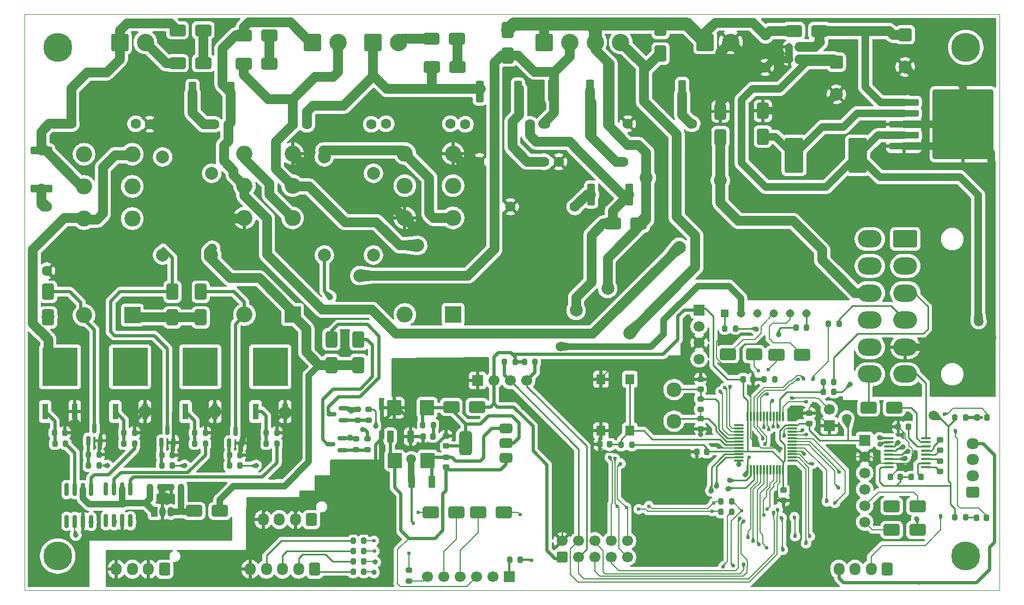
<source format=gbr>
%TF.GenerationSoftware,KiCad,Pcbnew,9.0.2*%
%TF.CreationDate,2025-10-22T08:39:05+07:00*%
%TF.ProjectId,MassageChair_HW_01_update,4d617373-6167-4654-9368-6169725f4857,rev?*%
%TF.SameCoordinates,Original*%
%TF.FileFunction,Copper,L1,Top*%
%TF.FilePolarity,Positive*%
%FSLAX46Y46*%
G04 Gerber Fmt 4.6, Leading zero omitted, Abs format (unit mm)*
G04 Created by KiCad (PCBNEW 9.0.2) date 2025-10-22 08:39:05*
%MOMM*%
%LPD*%
G01*
G04 APERTURE LIST*
G04 Aperture macros list*
%AMRoundRect*
0 Rectangle with rounded corners*
0 $1 Rounding radius*
0 $2 $3 $4 $5 $6 $7 $8 $9 X,Y pos of 4 corners*
0 Add a 4 corners polygon primitive as box body*
4,1,4,$2,$3,$4,$5,$6,$7,$8,$9,$2,$3,0*
0 Add four circle primitives for the rounded corners*
1,1,$1+$1,$2,$3*
1,1,$1+$1,$4,$5*
1,1,$1+$1,$6,$7*
1,1,$1+$1,$8,$9*
0 Add four rect primitives between the rounded corners*
20,1,$1+$1,$2,$3,$4,$5,0*
20,1,$1+$1,$4,$5,$6,$7,0*
20,1,$1+$1,$6,$7,$8,$9,0*
20,1,$1+$1,$8,$9,$2,$3,0*%
G04 Aperture macros list end*
%TA.AperFunction,ComponentPad*%
%ADD10R,2.500000X2.500000*%
%TD*%
%TA.AperFunction,ComponentPad*%
%ADD11O,2.500000X2.500000*%
%TD*%
%TA.AperFunction,SMDPad,CuDef*%
%ADD12RoundRect,0.200000X0.200000X0.275000X-0.200000X0.275000X-0.200000X-0.275000X0.200000X-0.275000X0*%
%TD*%
%TA.AperFunction,ComponentPad*%
%ADD13C,1.600000*%
%TD*%
%TA.AperFunction,SMDPad,CuDef*%
%ADD14R,0.939800X2.489200*%
%TD*%
%TA.AperFunction,SMDPad,CuDef*%
%ADD15R,5.511800X5.918200*%
%TD*%
%TA.AperFunction,SMDPad,CuDef*%
%ADD16RoundRect,0.250000X1.000000X0.650000X-1.000000X0.650000X-1.000000X-0.650000X1.000000X-0.650000X0*%
%TD*%
%TA.AperFunction,SMDPad,CuDef*%
%ADD17RoundRect,0.225000X-0.225000X-0.250000X0.225000X-0.250000X0.225000X0.250000X-0.225000X0.250000X0*%
%TD*%
%TA.AperFunction,SMDPad,CuDef*%
%ADD18RoundRect,0.250000X1.425000X-0.362500X1.425000X0.362500X-1.425000X0.362500X-1.425000X-0.362500X0*%
%TD*%
%TA.AperFunction,ComponentPad*%
%ADD19RoundRect,0.250001X-1.099999X-1.099999X1.099999X-1.099999X1.099999X1.099999X-1.099999X1.099999X0*%
%TD*%
%TA.AperFunction,ComponentPad*%
%ADD20C,2.700000*%
%TD*%
%TA.AperFunction,SMDPad,CuDef*%
%ADD21RoundRect,0.200000X-0.200000X-0.275000X0.200000X-0.275000X0.200000X0.275000X-0.200000X0.275000X0*%
%TD*%
%TA.AperFunction,ComponentPad*%
%ADD22R,1.700000X1.700000*%
%TD*%
%TA.AperFunction,ComponentPad*%
%ADD23C,1.700000*%
%TD*%
%TA.AperFunction,SMDPad,CuDef*%
%ADD24RoundRect,0.250000X0.650000X-1.000000X0.650000X1.000000X-0.650000X1.000000X-0.650000X-1.000000X0*%
%TD*%
%TA.AperFunction,SMDPad,CuDef*%
%ADD25RoundRect,0.225000X0.250000X-0.225000X0.250000X0.225000X-0.250000X0.225000X-0.250000X-0.225000X0*%
%TD*%
%TA.AperFunction,SMDPad,CuDef*%
%ADD26RoundRect,0.250000X-1.000000X-0.650000X1.000000X-0.650000X1.000000X0.650000X-1.000000X0.650000X0*%
%TD*%
%TA.AperFunction,SMDPad,CuDef*%
%ADD27RoundRect,0.250000X-0.650000X1.000000X-0.650000X-1.000000X0.650000X-1.000000X0.650000X1.000000X0*%
%TD*%
%TA.AperFunction,SMDPad,CuDef*%
%ADD28RoundRect,0.250000X0.362500X1.425000X-0.362500X1.425000X-0.362500X-1.425000X0.362500X-1.425000X0*%
%TD*%
%TA.AperFunction,SMDPad,CuDef*%
%ADD29RoundRect,0.150000X0.587500X0.150000X-0.587500X0.150000X-0.587500X-0.150000X0.587500X-0.150000X0*%
%TD*%
%TA.AperFunction,SMDPad,CuDef*%
%ADD30RoundRect,0.250000X-0.362500X-1.425000X0.362500X-1.425000X0.362500X1.425000X-0.362500X1.425000X0*%
%TD*%
%TA.AperFunction,ComponentPad*%
%ADD31C,2.006600*%
%TD*%
%TA.AperFunction,ComponentPad*%
%ADD32RoundRect,0.250000X-0.750000X0.750000X-0.750000X-0.750000X0.750000X-0.750000X0.750000X0.750000X0*%
%TD*%
%TA.AperFunction,ComponentPad*%
%ADD33C,2.000000*%
%TD*%
%TA.AperFunction,SMDPad,CuDef*%
%ADD34RoundRect,0.225000X-0.250000X0.225000X-0.250000X-0.225000X0.250000X-0.225000X0.250000X0.225000X0*%
%TD*%
%TA.AperFunction,ComponentPad*%
%ADD35RoundRect,0.250000X0.600000X0.725000X-0.600000X0.725000X-0.600000X-0.725000X0.600000X-0.725000X0*%
%TD*%
%TA.AperFunction,ComponentPad*%
%ADD36O,1.700000X1.950000*%
%TD*%
%TA.AperFunction,SMDPad,CuDef*%
%ADD37RoundRect,0.218750X0.218750X0.256250X-0.218750X0.256250X-0.218750X-0.256250X0.218750X-0.256250X0*%
%TD*%
%TA.AperFunction,SMDPad,CuDef*%
%ADD38RoundRect,0.200000X-0.275000X0.200000X-0.275000X-0.200000X0.275000X-0.200000X0.275000X0.200000X0*%
%TD*%
%TA.AperFunction,SMDPad,CuDef*%
%ADD39RoundRect,0.150000X0.150000X-0.825000X0.150000X0.825000X-0.150000X0.825000X-0.150000X-0.825000X0*%
%TD*%
%TA.AperFunction,SMDPad,CuDef*%
%ADD40RoundRect,0.150000X0.150000X-0.587500X0.150000X0.587500X-0.150000X0.587500X-0.150000X-0.587500X0*%
%TD*%
%TA.AperFunction,SMDPad,CuDef*%
%ADD41RoundRect,0.225000X0.225000X0.250000X-0.225000X0.250000X-0.225000X-0.250000X0.225000X-0.250000X0*%
%TD*%
%TA.AperFunction,ComponentPad*%
%ADD42RoundRect,0.250001X-1.599999X1.099999X-1.599999X-1.099999X1.599999X-1.099999X1.599999X1.099999X0*%
%TD*%
%TA.AperFunction,ComponentPad*%
%ADD43O,3.700000X2.700000*%
%TD*%
%TA.AperFunction,ComponentPad*%
%ADD44R,1.308000X1.308000*%
%TD*%
%TA.AperFunction,ComponentPad*%
%ADD45C,1.308000*%
%TD*%
%TA.AperFunction,SMDPad,CuDef*%
%ADD46RoundRect,0.218750X-0.218750X-0.256250X0.218750X-0.256250X0.218750X0.256250X-0.218750X0.256250X0*%
%TD*%
%TA.AperFunction,SMDPad,CuDef*%
%ADD47RoundRect,0.250001X0.872499X0.944999X-0.872499X0.944999X-0.872499X-0.944999X0.872499X-0.944999X0*%
%TD*%
%TA.AperFunction,SMDPad,CuDef*%
%ADD48RoundRect,0.200000X0.275000X-0.200000X0.275000X0.200000X-0.275000X0.200000X-0.275000X-0.200000X0*%
%TD*%
%TA.AperFunction,SMDPad,CuDef*%
%ADD49R,1.400000X1.600000*%
%TD*%
%TA.AperFunction,SMDPad,CuDef*%
%ADD50RoundRect,0.075000X-0.662500X-0.075000X0.662500X-0.075000X0.662500X0.075000X-0.662500X0.075000X0*%
%TD*%
%TA.AperFunction,SMDPad,CuDef*%
%ADD51RoundRect,0.075000X-0.075000X-0.662500X0.075000X-0.662500X0.075000X0.662500X-0.075000X0.662500X0*%
%TD*%
%TA.AperFunction,ComponentPad*%
%ADD52RoundRect,0.250000X0.725000X-0.600000X0.725000X0.600000X-0.725000X0.600000X-0.725000X-0.600000X0*%
%TD*%
%TA.AperFunction,ComponentPad*%
%ADD53O,1.950000X1.700000*%
%TD*%
%TA.AperFunction,ComponentPad*%
%ADD54C,2.300000*%
%TD*%
%TA.AperFunction,SMDPad,CuDef*%
%ADD55RoundRect,0.250000X-1.200000X-2.450000X1.200000X-2.450000X1.200000X2.450000X-1.200000X2.450000X0*%
%TD*%
%TA.AperFunction,SMDPad,CuDef*%
%ADD56RoundRect,0.250000X-2.050000X-0.300000X2.050000X-0.300000X2.050000X0.300000X-2.050000X0.300000X0*%
%TD*%
%TA.AperFunction,SMDPad,CuDef*%
%ADD57RoundRect,0.250002X-4.449998X-5.149998X4.449998X-5.149998X4.449998X5.149998X-4.449998X5.149998X0*%
%TD*%
%TA.AperFunction,SMDPad,CuDef*%
%ADD58RoundRect,0.100000X0.637500X0.100000X-0.637500X0.100000X-0.637500X-0.100000X0.637500X-0.100000X0*%
%TD*%
%TA.AperFunction,ComponentPad*%
%ADD59R,1.050000X1.500000*%
%TD*%
%TA.AperFunction,ComponentPad*%
%ADD60O,1.050000X1.500000*%
%TD*%
%TA.AperFunction,ComponentPad*%
%ADD61RoundRect,0.250000X0.600000X-0.600000X0.600000X0.600000X-0.600000X0.600000X-0.600000X-0.600000X0*%
%TD*%
%TA.AperFunction,SMDPad,CuDef*%
%ADD62RoundRect,0.250000X-0.275000X-0.700000X0.275000X-0.700000X0.275000X0.700000X-0.275000X0.700000X0*%
%TD*%
%TA.AperFunction,SMDPad,CuDef*%
%ADD63RoundRect,0.375000X0.625000X0.375000X-0.625000X0.375000X-0.625000X-0.375000X0.625000X-0.375000X0*%
%TD*%
%TA.AperFunction,SMDPad,CuDef*%
%ADD64RoundRect,0.500000X0.500000X1.400000X-0.500000X1.400000X-0.500000X-1.400000X0.500000X-1.400000X0*%
%TD*%
%TA.AperFunction,ViaPad*%
%ADD65C,4.500000*%
%TD*%
%TA.AperFunction,ViaPad*%
%ADD66C,2.000000*%
%TD*%
%TA.AperFunction,ViaPad*%
%ADD67C,1.000000*%
%TD*%
%TA.AperFunction,ViaPad*%
%ADD68C,1.500000*%
%TD*%
%TA.AperFunction,ViaPad*%
%ADD69C,0.600000*%
%TD*%
%TA.AperFunction,ViaPad*%
%ADD70C,0.800000*%
%TD*%
%TA.AperFunction,Conductor*%
%ADD71C,1.500000*%
%TD*%
%TA.AperFunction,Conductor*%
%ADD72C,2.000000*%
%TD*%
%TA.AperFunction,Conductor*%
%ADD73C,1.000000*%
%TD*%
%TA.AperFunction,Conductor*%
%ADD74C,0.500000*%
%TD*%
%TA.AperFunction,Conductor*%
%ADD75C,1.200000*%
%TD*%
%TA.AperFunction,Conductor*%
%ADD76C,0.200000*%
%TD*%
%TA.AperFunction,Conductor*%
%ADD77C,0.254000*%
%TD*%
%TA.AperFunction,Conductor*%
%ADD78C,0.300000*%
%TD*%
%TA.AperFunction,Profile*%
%ADD79C,0.050000*%
%TD*%
G04 APERTURE END LIST*
D10*
%TO.P,RL3,1*%
%TO.N,IN_24VDC*%
X142387500Y-101737500D03*
D11*
%TO.P,RL3,2*%
%TO.N,Net-(RL3-Pad2)*%
X142387500Y-86737500D03*
%TO.P,RL3,3*%
%TO.N,RLA2_B*%
X142387500Y-81737500D03*
%TO.P,RL3,4*%
%TO.N,IN_GND*%
X142387500Y-76737500D03*
%TO.P,RL3,5*%
%TO.N,Net-(RL3-Pad2)*%
X134887500Y-76737500D03*
%TO.P,RL3,6*%
%TO.N,RLA2_A*%
X134887500Y-81737500D03*
%TO.P,RL3,7*%
%TO.N,IN_GND*%
X134887500Y-86737500D03*
%TO.P,RL3,8*%
%TO.N,Net-(D18-A)*%
X134887500Y-101737500D03*
%TD*%
D12*
%TO.P,R33,1*%
%TO.N,IN_GND*%
X115025000Y-120100000D03*
%TO.P,R33,2*%
%TO.N,Net-(Q9-G)*%
X113375000Y-120100000D03*
%TD*%
D13*
%TO.P,C11,1*%
%TO.N,Net-(C11-Pad1)*%
X79300000Y-84950000D03*
%TO.P,C11,2*%
%TO.N,IN_GND*%
X79300000Y-94950000D03*
%TD*%
D14*
%TO.P,Q9,1,G*%
%TO.N,Net-(Q9-G)*%
X111728000Y-116806900D03*
%TO.P,Q9,3,S*%
%TO.N,IN_GND*%
X116300000Y-116806900D03*
D15*
%TO.P,Q9,4,D*%
%TO.N,FET_1*%
X114014000Y-109885400D03*
%TD*%
D13*
%TO.P,C14,1*%
%TO.N,RLA1_A*%
X107500000Y-72300000D03*
%TO.P,C14,2*%
%TO.N,RLA1_B*%
X117500000Y-72300000D03*
%TD*%
%TO.P,C16,1*%
%TO.N,Net-(C16-Pad1)*%
X156500000Y-78000000D03*
%TO.P,C16,2*%
%TO.N,IN_GND*%
X146500000Y-78000000D03*
%TD*%
D16*
%TO.P,D6,1,K*%
%TO.N,IN_3.3VDC*%
X146100000Y-116100000D03*
%TO.P,D6,2,A*%
%TO.N,Net-(D6-A)*%
X142100000Y-116100000D03*
%TD*%
D17*
%TO.P,C26,1*%
%TO.N,IN_3.3VDC*%
X187425000Y-111800000D03*
%TO.P,C26,2*%
%TO.N,MCU_GND*%
X188975000Y-111800000D03*
%TD*%
D18*
%TO.P,R12,1*%
%TO.N,Net-(C11-Pad1)*%
X78450000Y-82212500D03*
%TO.P,R12,2*%
%TO.N,RLA3_A*%
X78450000Y-76287500D03*
%TD*%
D16*
%TO.P,D27,1,K*%
%TO.N,Net-(D27-K)*%
X142900000Y-132500000D03*
%TO.P,D27,2,A*%
%TO.N,/MCU-RS232/PB10*%
X138900000Y-132500000D03*
%TD*%
D19*
%TO.P,J3,1,Pin_1*%
%TO.N,RLA1_A*%
X120542500Y-59450000D03*
D20*
%TO.P,J3,2,Pin_2*%
%TO.N,RLA1_B*%
X124502500Y-59450000D03*
%TD*%
D21*
%TO.P,R1,1*%
%TO.N,Net-(J11-Pin_1)*%
X126875000Y-141700000D03*
%TO.P,R1,2*%
%TO.N,MCU_PB13*%
X128525000Y-141700000D03*
%TD*%
D22*
%TO.P,J13,1,Pin_1*%
%TO.N,IN_3.3VDC*%
X180600000Y-101020000D03*
D23*
%TO.P,J13,2,Pin_2*%
%TO.N,/MCU-RS232/SWSCK*%
X180600000Y-103560000D03*
%TO.P,J13,3,Pin_3*%
%TO.N,MCU_GND*%
X180600000Y-106100000D03*
%TO.P,J13,4,Pin_4*%
%TO.N,/MCU-RS232/SWDIO*%
X180600000Y-108640000D03*
%TD*%
D24*
%TO.P,D8,1,K*%
%TO.N,IN_24VDC*%
X79500000Y-102200000D03*
%TO.P,D8,2,A*%
%TO.N,Net-(D8-A)*%
X79500000Y-98200000D03*
%TD*%
D25*
%TO.P,C32,1*%
%TO.N,Net-(U10-C2+)*%
X217987500Y-122800000D03*
%TO.P,C32,2*%
%TO.N,Net-(U10-C2-)*%
X217987500Y-121250000D03*
%TD*%
D14*
%TO.P,Q8,1,G*%
%TO.N,Net-(Q8-G)*%
X100840000Y-116806900D03*
%TO.P,Q8,3,S*%
%TO.N,IN_GND*%
X105412000Y-116806900D03*
D15*
%TO.P,Q8,4,D*%
%TO.N,FET_T*%
X103126000Y-109885400D03*
%TD*%
D26*
%TO.P,D13,1,K*%
%TO.N,RLA2_B*%
X139000000Y-58900000D03*
%TO.P,D13,2,A*%
%TO.N,Net-(D12-A)*%
X143000000Y-58900000D03*
%TD*%
D27*
%TO.P,D26,1,K*%
%TO.N,IN_24VDC*%
X150900000Y-57500000D03*
%TO.P,D26,2,A*%
%TO.N,FET_K*%
X150900000Y-61500000D03*
%TD*%
D26*
%TO.P,D7,1,K*%
%TO.N,RLA1_A*%
X109900000Y-58400000D03*
%TO.P,D7,2,A*%
%TO.N,Net-(D11-A)*%
X113900000Y-58400000D03*
%TD*%
D16*
%TO.P,D22,1,K*%
%TO.N,RX2*%
X214500000Y-131500000D03*
%TO.P,D22,2,A*%
%TO.N,Net-(D22-A)*%
X210500000Y-131500000D03*
%TD*%
D28*
%TO.P,R17,1*%
%TO.N,Net-(C18-Pad1)*%
X163662500Y-66900000D03*
%TO.P,R17,2*%
%TO.N,FET_K*%
X157737500Y-66900000D03*
%TD*%
D21*
%TO.P,R6,1*%
%TO.N,MCU_PA15*%
X199850000Y-112200000D03*
%TO.P,R6,2*%
%TO.N,Net-(J12-Pin_3)*%
X201500000Y-112200000D03*
%TD*%
D13*
%TO.P,C19,1*%
%TO.N,FET_K*%
X156700000Y-72100000D03*
%TO.P,C19,2*%
%TO.N,IN_24VDC*%
X166700000Y-72100000D03*
%TD*%
D10*
%TO.P,RL1,1*%
%TO.N,IN_24VDC*%
X92586250Y-101836250D03*
D11*
%TO.P,RL1,2*%
X92586250Y-86836250D03*
%TO.P,RL1,3*%
%TO.N,RLA3_B*%
X92586250Y-81836250D03*
%TO.P,RL1,4*%
%TO.N,Net-(Q2-D)*%
X92586250Y-76836250D03*
%TO.P,RL1,5*%
%TO.N,IN_24VDC*%
X85086250Y-76836250D03*
%TO.P,RL1,6*%
%TO.N,RLA3_A*%
X85086250Y-81836250D03*
%TO.P,RL1,7*%
%TO.N,Net-(Q2-D)*%
X85086250Y-86836250D03*
%TO.P,RL1,8*%
%TO.N,Net-(D8-A)*%
X85086250Y-101836250D03*
%TD*%
D29*
%TO.P,Q6,1,G*%
%TO.N,Net-(Q6-G)*%
X125237500Y-122850000D03*
%TO.P,Q6,2,S*%
%TO.N,IN_GND*%
X125237500Y-120950000D03*
%TO.P,Q6,3,D*%
%TO.N,Net-(D18-A)*%
X123362500Y-121900000D03*
%TD*%
D12*
%TO.P,R39,1*%
%TO.N,/MCU-RS232/PB7*%
X155125000Y-109100000D03*
%TO.P,R39,2*%
%TO.N,IN_3.3VDC*%
X153475000Y-109100000D03*
%TD*%
D26*
%TO.P,D9,1,K*%
%TO.N,RLA3_B*%
X99600000Y-62700000D03*
%TO.P,D9,2,A*%
%TO.N,Net-(D17-A)*%
X103600000Y-62700000D03*
%TD*%
D30*
%TO.P,R15,1*%
%TO.N,Net-(C12-Pad1)*%
X101937500Y-67300000D03*
%TO.P,R15,2*%
%TO.N,RLA1_A*%
X107862500Y-67300000D03*
%TD*%
D19*
%TO.P,J2,1,Pin_1*%
%TO.N,RLA2_A*%
X129940000Y-59500000D03*
D20*
%TO.P,J2,2,Pin_2*%
%TO.N,RLA2_B*%
X133900000Y-59500000D03*
%TD*%
D31*
%TO.P,U3,1,1*%
%TO.N,IN_24VDC*%
X104910000Y-92500000D03*
%TO.P,U3,2,2*%
X104910000Y-79800000D03*
%TO.P,U3,3,3*%
%TO.N,Net-(RL2-Pad2)*%
X97290000Y-77260000D03*
%TO.P,U3,4,4*%
%TO.N,Net-(D16-A)*%
X97290000Y-92500000D03*
%TD*%
D25*
%TO.P,C30,1*%
%TO.N,MCU_GND*%
X180800000Y-119500000D03*
%TO.P,C30,2*%
%TO.N,Net-(U8-PD1)*%
X180800000Y-117950000D03*
%TD*%
D32*
%TO.P,C3,1*%
%TO.N,IN_5VDC*%
X201900000Y-62532323D03*
D33*
%TO.P,C3,2*%
%TO.N,IN_GND*%
X201900000Y-67532323D03*
%TD*%
D34*
%TO.P,C7,1*%
%TO.N,Net-(U2-VI)*%
X141300000Y-123925000D03*
%TO.P,C7,2*%
%TO.N,IN_GND*%
X141300000Y-125475000D03*
%TD*%
D35*
%TO.P,J9,1,Pin_1*%
%TO.N,R1_IN*%
X209800000Y-141300000D03*
D36*
%TO.P,J9,2,Pin_2*%
%TO.N,T1_OUT*%
X207300000Y-141300000D03*
%TO.P,J9,3,Pin_3*%
%TO.N,IN_GND*%
X204800000Y-141300000D03*
%TO.P,J9,4,Pin_4*%
%TO.N,IN_5VDC*%
X202300000Y-141300000D03*
%TD*%
D37*
%TO.P,D20,1,K*%
%TO.N,/MCU-RS232/LED2*%
X225312500Y-117740000D03*
%TO.P,D20,2,A*%
%TO.N,Net-(D20-A)*%
X223737500Y-117740000D03*
%TD*%
D35*
%TO.P,J11,1,Pin_1*%
%TO.N,Net-(J11-Pin_1)*%
X120900000Y-141300000D03*
D36*
%TO.P,J11,2,Pin_2*%
%TO.N,Net-(J11-Pin_2)*%
X118400000Y-141300000D03*
%TO.P,J11,3,Pin_3*%
%TO.N,Net-(J11-Pin_3)*%
X115900000Y-141300000D03*
%TO.P,J11,4,Pin_4*%
%TO.N,Net-(J11-Pin_4)*%
X113400000Y-141300000D03*
%TO.P,J11,5,Pin_5*%
%TO.N,MCU_GND*%
X110900000Y-141300000D03*
%TD*%
D38*
%TO.P,R27,1*%
%TO.N,IN_GND*%
X127287500Y-121075000D03*
%TO.P,R27,2*%
%TO.N,Net-(Q6-G)*%
X127287500Y-122725000D03*
%TD*%
D39*
%TO.P,U7,1,NC*%
%TO.N,unconnected-(U7-NC-Pad1)*%
X88495000Y-133775000D03*
%TO.P,U7,2,IN_A*%
%TO.N,UM2_A*%
X89765000Y-133775000D03*
%TO.P,U7,3,GND*%
%TO.N,IN_GND*%
X91035000Y-133775000D03*
%TO.P,U7,4,IN_B*%
%TO.N,UM2_B*%
X92305000Y-133775000D03*
%TO.P,U7,5,~{OUT_B}*%
%TO.N,/RelayFetComponents/FET1*%
X92305000Y-128825000D03*
%TO.P,U7,6,VDD*%
%TO.N,IN_12VDC*%
X91035000Y-128825000D03*
%TO.P,U7,7,~{OUT_A}*%
%TO.N,/RelayFetComponents/FET2*%
X89765000Y-128825000D03*
%TO.P,U7,8,NC*%
%TO.N,unconnected-(U7-NC-Pad8)*%
X88495000Y-128825000D03*
%TD*%
D12*
%TO.P,R38,1*%
%TO.N,Net-(D21-A)*%
X221950000Y-133260000D03*
%TO.P,R38,2*%
%TO.N,IN_3.3VDC*%
X220300000Y-133260000D03*
%TD*%
D40*
%TO.P,Q1,1,G*%
%TO.N,Net-(Q1-G)*%
X85750000Y-121337500D03*
%TO.P,Q1,2,S*%
%TO.N,IN_GND*%
X87650000Y-121337500D03*
%TO.P,Q1,3,D*%
%TO.N,Net-(D8-A)*%
X86700000Y-119462500D03*
%TD*%
D16*
%TO.P,D15,1,K*%
%TO.N,/MCU-RS232/PB11*%
X150300000Y-132500000D03*
%TO.P,D15,2,A*%
%TO.N,Net-(D15-A)*%
X146300000Y-132500000D03*
%TD*%
D26*
%TO.P,D17,1,K*%
%TO.N,RLA3_A*%
X99600000Y-57600000D03*
%TO.P,D17,2,A*%
%TO.N,Net-(D17-A)*%
X103600000Y-57600000D03*
%TD*%
D41*
%TO.P,C35,1*%
%TO.N,IN_3.3VDC*%
X211862500Y-127000000D03*
%TO.P,C35,2*%
%TO.N,MCU_GND*%
X210312500Y-127000000D03*
%TD*%
D24*
%TO.P,D4,1,K*%
%TO.N,Net-(D4-K)*%
X190500000Y-74100000D03*
%TO.P,D4,2,A*%
%TO.N,IN_GND*%
X190500000Y-70100000D03*
%TD*%
D25*
%TO.P,C31,1*%
%TO.N,Net-(U10-C1+)*%
X217987500Y-126100000D03*
%TO.P,C31,2*%
%TO.N,Net-(U10-C1-)*%
X217987500Y-124550000D03*
%TD*%
D42*
%TO.P,J12,1,Pin_1*%
%TO.N,RLA1_B*%
X212600000Y-90000000D03*
D43*
%TO.P,J12,2,Pin_2*%
%TO.N,RLA2_B*%
X212600000Y-94200000D03*
%TO.P,J12,3,Pin_3*%
%TO.N,Net-(J12-Pin_3)*%
X212600000Y-98400000D03*
%TO.P,J12,4,Pin_4*%
%TO.N,Net-(J12-Pin_4)*%
X212600000Y-102600000D03*
%TO.P,J12,5,Pin_5*%
%TO.N,IN_GND*%
X212600000Y-106800000D03*
%TO.P,J12,6,Pin_6*%
%TO.N,R2_IN*%
X212600000Y-111000000D03*
%TO.P,J12,7,Pin_7*%
%TO.N,RLA1_A*%
X207100000Y-90000000D03*
%TO.P,J12,8,Pin_8*%
%TO.N,RLA2_A*%
X207100000Y-94200000D03*
%TO.P,J12,9,Pin_9*%
%TO.N,IN_24VDC*%
X207100000Y-98400000D03*
%TO.P,J12,10,Pin_10*%
%TO.N,FET_1*%
X207100000Y-102600000D03*
%TO.P,J12,11,Pin_11*%
%TO.N,IN_5VDC*%
X207100000Y-106800000D03*
%TO.P,J12,12,Pin_12*%
%TO.N,Net-(D1-K)*%
X207100000Y-111000000D03*
%TD*%
D44*
%TO.P,U9,EN,EN*%
%TO.N,Net-(R42-Pad2)*%
X184580000Y-101600000D03*
D45*
%TO.P,U9,GND,GND*%
%TO.N,IN_GND*%
X189660000Y-101600000D03*
%TO.P,U9,RXD,RXD*%
%TO.N,Net-(D23-K)*%
X194740000Y-101600000D03*
%TO.P,U9,STATE,STATE*%
%TO.N,Net-(R41-Pad1)*%
X197280000Y-101600000D03*
%TO.P,U9,TXD,TXD*%
%TO.N,Net-(D24-A)*%
X192200000Y-101600000D03*
%TO.P,U9,VCC,VCC*%
%TO.N,IN_5VDC*%
X187120000Y-101600000D03*
%TD*%
D21*
%TO.P,R28,1*%
%TO.N,Net-(Q7-G)*%
X91275000Y-121800000D03*
%TO.P,R28,2*%
%TO.N,/RelayFetComponents/FET4*%
X92925000Y-121800000D03*
%TD*%
D12*
%TO.P,R7,1*%
%TO.N,Net-(J12-Pin_4)*%
X202325000Y-103200000D03*
%TO.P,R7,2*%
%TO.N,MCU_PA12*%
X200675000Y-103200000D03*
%TD*%
D13*
%TO.P,C22,1*%
%TO.N,Net-(C22-Pad1)*%
X161300000Y-85000000D03*
%TO.P,C22,2*%
%TO.N,IN_GND*%
X151300000Y-85000000D03*
%TD*%
%TO.P,C21,1*%
%TO.N,FET_T*%
X132000000Y-72100000D03*
%TO.P,C21,2*%
%TO.N,IN_24VDC*%
X142000000Y-72100000D03*
%TD*%
D21*
%TO.P,R32,1*%
%TO.N,Net-(Q9-G)*%
X113375000Y-121800000D03*
%TO.P,R32,2*%
%TO.N,/RelayFetComponents/FET1*%
X115025000Y-121800000D03*
%TD*%
D19*
%TO.P,J1,1,Pin_1*%
%TO.N,IN_24VDC*%
X181542500Y-59450000D03*
D20*
%TO.P,J1,2,Pin_2*%
%TO.N,IN_GND*%
X185502500Y-59450000D03*
%TD*%
D41*
%TO.P,C25,1*%
%TO.N,IN_3.3VDC*%
X181775000Y-123100000D03*
%TO.P,C25,2*%
%TO.N,MCU_GND*%
X180225000Y-123100000D03*
%TD*%
D46*
%TO.P,D5,1,K*%
%TO.N,MCU_GND*%
X137712500Y-120700000D03*
%TO.P,D5,2,A*%
%TO.N,Net-(D5-A)*%
X139287500Y-120700000D03*
%TD*%
D31*
%TO.P,U5,1,1*%
%TO.N,IN_24VDC*%
X130020000Y-92500000D03*
%TO.P,U5,2,2*%
X130020000Y-79800000D03*
%TO.P,U5,3,3*%
%TO.N,Net-(RL3-Pad2)*%
X122400000Y-77260000D03*
%TO.P,U5,4,4*%
%TO.N,Net-(D19-A)*%
X122400000Y-92500000D03*
%TD*%
D21*
%TO.P,R20,1*%
%TO.N,Net-(Q3-G)*%
X107675000Y-125200000D03*
%TO.P,R20,2*%
%TO.N,QA1*%
X109325000Y-125200000D03*
%TD*%
D24*
%TO.P,D18,1,K*%
%TO.N,IN_24VDC*%
X127700000Y-109600000D03*
%TO.P,D18,2,A*%
%TO.N,Net-(D18-A)*%
X127700000Y-105600000D03*
%TD*%
D16*
%TO.P,D29,1,K*%
%TO.N,IN_24VDC*%
X171200000Y-87600000D03*
%TO.P,D29,2,A*%
%TO.N,FET_1*%
X167200000Y-87600000D03*
%TD*%
D41*
%TO.P,C5,1*%
%TO.N,IN_5VDC*%
X196175000Y-62100000D03*
%TO.P,C5,2*%
%TO.N,IN_GND*%
X194625000Y-62100000D03*
%TD*%
D10*
%TO.P,RL2,1*%
%TO.N,IN_24VDC*%
X117487500Y-101737500D03*
D11*
%TO.P,RL2,2*%
%TO.N,Net-(RL2-Pad2)*%
X117487500Y-86737500D03*
%TO.P,RL2,3*%
%TO.N,RLA1_B*%
X117487500Y-81737500D03*
%TO.P,RL2,4*%
%TO.N,IN_GND*%
X117487500Y-76737500D03*
%TO.P,RL2,5*%
%TO.N,Net-(RL2-Pad2)*%
X109987500Y-76737500D03*
%TO.P,RL2,6*%
%TO.N,RLA1_A*%
X109987500Y-81737500D03*
%TO.P,RL2,7*%
%TO.N,IN_GND*%
X109987500Y-86737500D03*
%TO.P,RL2,8*%
%TO.N,Net-(D14-A)*%
X109987500Y-101737500D03*
%TD*%
D12*
%TO.P,R31,1*%
%TO.N,IN_GND*%
X103925000Y-120100000D03*
%TO.P,R31,2*%
%TO.N,Net-(Q8-G)*%
X102275000Y-120100000D03*
%TD*%
D19*
%TO.P,J4,1,Pin_1*%
%TO.N,RLA3_A*%
X90642500Y-59450000D03*
D20*
%TO.P,J4,2,Pin_2*%
%TO.N,RLA3_B*%
X94602500Y-59450000D03*
%TD*%
D21*
%TO.P,R3,1*%
%TO.N,Net-(J11-Pin_3)*%
X126875000Y-138500000D03*
%TO.P,R3,2*%
%TO.N,MCU_PC15*%
X128525000Y-138500000D03*
%TD*%
D28*
%TO.P,R16,1*%
%TO.N,Net-(C16-Pad1)*%
X152462500Y-67100000D03*
%TO.P,R16,2*%
%TO.N,RLA2_A*%
X146537500Y-67100000D03*
%TD*%
D35*
%TO.P,J8,1,Pin_1*%
%TO.N,MCU_PB4*%
X97600000Y-141300000D03*
D36*
%TO.P,J8,2,Pin_2*%
%TO.N,MCU_GND*%
X95100000Y-141300000D03*
%TO.P,J8,3,Pin_3*%
%TO.N,MCU_PB3*%
X92600000Y-141300000D03*
%TO.P,J8,4,Pin_4*%
%TO.N,MCU_GND*%
X90100000Y-141300000D03*
%TD*%
D47*
%TO.P,C8,1*%
%TO.N,Net-(D6-A)*%
X138357500Y-116200000D03*
%TO.P,C8,2*%
%TO.N,MCU_GND*%
X133242500Y-116200000D03*
%TD*%
D12*
%TO.P,R9,1*%
%TO.N,/MCU-RS232/PB8*%
X152825000Y-139800000D03*
%TO.P,R9,2*%
%TO.N,Net-(J17-Pin_1)*%
X151175000Y-139800000D03*
%TD*%
D29*
%TO.P,Q5,1,G*%
%TO.N,Net-(Q5-G)*%
X125350000Y-118200000D03*
%TO.P,Q5,2,S*%
%TO.N,IN_GND*%
X125350000Y-116300000D03*
%TO.P,Q5,3,D*%
%TO.N,Net-(D19-A)*%
X123475000Y-117250000D03*
%TD*%
D26*
%TO.P,D11,1,K*%
%TO.N,RLA1_B*%
X109900000Y-62800000D03*
%TO.P,D11,2,A*%
%TO.N,Net-(D11-A)*%
X113900000Y-62800000D03*
%TD*%
D12*
%TO.P,R42,1*%
%TO.N,/MCU-RS232/PB8*%
X186225000Y-103900000D03*
%TO.P,R42,2*%
%TO.N,Net-(R42-Pad2)*%
X184575000Y-103900000D03*
%TD*%
D14*
%TO.P,Q7,1,G*%
%TO.N,Net-(Q7-G)*%
X89952000Y-116806900D03*
%TO.P,Q7,3,S*%
%TO.N,IN_GND*%
X94524000Y-116806900D03*
D15*
%TO.P,Q7,4,D*%
%TO.N,FET_K*%
X92238000Y-109885400D03*
%TD*%
D41*
%TO.P,C34,1*%
%TO.N,Net-(U10-VS-)*%
X213075000Y-119200000D03*
%TO.P,C34,2*%
%TO.N,MCU_GND*%
X211525000Y-119200000D03*
%TD*%
D16*
%TO.P,D24,1,K*%
%TO.N,RX2*%
X189100000Y-107900000D03*
%TO.P,D24,2,A*%
%TO.N,Net-(D24-A)*%
X185100000Y-107900000D03*
%TD*%
D14*
%TO.P,Q2,1,G*%
%TO.N,Net-(Q2-G)*%
X79064000Y-116806900D03*
%TO.P,Q2,3,S*%
%TO.N,IN_GND*%
X83636000Y-116806900D03*
D15*
%TO.P,Q2,4,D*%
%TO.N,Net-(Q2-D)*%
X81350000Y-109885400D03*
%TD*%
D48*
%TO.P,R26,1*%
%TO.N,Net-(Q6-G)*%
X129087500Y-122725000D03*
%TO.P,R26,2*%
%TO.N,QA2*%
X129087500Y-121075000D03*
%TD*%
D37*
%TO.P,D21,1,K*%
%TO.N,/MCU-RS232/LED1*%
X225212500Y-133300000D03*
%TO.P,D21,2,A*%
%TO.N,Net-(D21-A)*%
X223637500Y-133300000D03*
%TD*%
D13*
%TO.P,C20,1*%
%TO.N,Net-(C20-Pad1)*%
X179500000Y-72100000D03*
%TO.P,C20,2*%
%TO.N,IN_GND*%
X169500000Y-72100000D03*
%TD*%
D40*
%TO.P,Q3,1,G*%
%TO.N,Net-(Q3-G)*%
X107637500Y-121737500D03*
%TO.P,Q3,2,S*%
%TO.N,IN_GND*%
X109537500Y-121737500D03*
%TO.P,Q3,3,D*%
%TO.N,Net-(D14-A)*%
X108587500Y-119862500D03*
%TD*%
D48*
%TO.P,R24,1*%
%TO.N,Net-(Q5-G)*%
X129300000Y-118125000D03*
%TO.P,R24,2*%
%TO.N,QB2*%
X129300000Y-116475000D03*
%TD*%
D21*
%TO.P,R30,1*%
%TO.N,Net-(Q8-G)*%
X102275000Y-121800000D03*
%TO.P,R30,2*%
%TO.N,/RelayFetComponents/FET2*%
X103925000Y-121800000D03*
%TD*%
D26*
%TO.P,D10,1,K*%
%TO.N,Net-(D10-K)*%
X102170000Y-132250000D03*
%TO.P,D10,2,A*%
%TO.N,IN_24VDC*%
X106170000Y-132250000D03*
%TD*%
D13*
%TO.P,C1,1*%
%TO.N,IN_24VDC*%
X190900000Y-58350000D03*
%TO.P,C1,2*%
%TO.N,IN_GND*%
X190900000Y-63350000D03*
%TD*%
D49*
%TO.P,SW1,1,1*%
%TO.N,/MCU-RS232/RESET*%
X169850001Y-111800000D03*
%TO.P,SW1,2,2*%
X169850001Y-119799999D03*
%TO.P,SW1,3,3*%
%TO.N,MCU_GND*%
X165349999Y-111800000D03*
%TO.P,SW1,4,4*%
X165349999Y-119799999D03*
%TD*%
D21*
%TO.P,R5,1*%
%TO.N,MCU_PA15*%
X199850000Y-113800000D03*
%TO.P,R5,2*%
%TO.N,IN_5VDC*%
X201500000Y-113800000D03*
%TD*%
D41*
%TO.P,C13,1*%
%TO.N,Net-(D10-K)*%
X100175000Y-128600000D03*
%TO.P,C13,2*%
%TO.N,IN_GND*%
X98625000Y-128600000D03*
%TD*%
D21*
%TO.P,R11,1*%
%TO.N,Net-(Q2-G)*%
X80550000Y-121800000D03*
%TO.P,R11,2*%
%TO.N,/RelayFetComponents/FET3*%
X82200000Y-121800000D03*
%TD*%
D26*
%TO.P,D12,1,K*%
%TO.N,RLA2_A*%
X139100000Y-63300000D03*
%TO.P,D12,2,A*%
%TO.N,Net-(D12-A)*%
X143100000Y-63300000D03*
%TD*%
D50*
%TO.P,U8,1,VBAT*%
%TO.N,unconnected-(U8-VBAT-Pad1)*%
X186737500Y-118950000D03*
%TO.P,U8,2,PC13*%
%TO.N,/MCU-RS232/PC13*%
X186737500Y-119450000D03*
%TO.P,U8,3,PC14*%
%TO.N,MCU_PC14*%
X186737500Y-119950000D03*
%TO.P,U8,4,PC15*%
%TO.N,MCU_PC15*%
X186737500Y-120450000D03*
%TO.P,U8,5,PD0*%
%TO.N,Net-(U8-PD0)*%
X186737500Y-120950000D03*
%TO.P,U8,6,PD1*%
%TO.N,Net-(U8-PD1)*%
X186737500Y-121450000D03*
%TO.P,U8,7,NRST*%
%TO.N,/MCU-RS232/RESET*%
X186737500Y-121950000D03*
%TO.P,U8,8,VSSA*%
%TO.N,MCU_GND*%
X186737500Y-122450000D03*
%TO.P,U8,9,VDDA*%
%TO.N,IN_3.3VDC*%
X186737500Y-122950000D03*
%TO.P,U8,10,PA0*%
%TO.N,QA1*%
X186737500Y-123450000D03*
%TO.P,U8,11,PA1*%
%TO.N,QA2*%
X186737500Y-123950000D03*
%TO.P,U8,12,PA2*%
%TO.N,TX2*%
X186737500Y-124450000D03*
D51*
%TO.P,U8,13,PA3*%
%TO.N,RX2*%
X188150000Y-125862500D03*
%TO.P,U8,14,PA4*%
%TO.N,QB2*%
X188650000Y-125862500D03*
%TO.P,U8,15,PA5*%
%TO.N,QB1*%
X189150000Y-125862500D03*
%TO.P,U8,16,PA6*%
%TO.N,UM2_B*%
X189650000Y-125862500D03*
%TO.P,U8,17,PA7*%
%TO.N,UM2_A*%
X190150000Y-125862500D03*
%TO.P,U8,18,PB0*%
%TO.N,UM1_A*%
X190650000Y-125862500D03*
%TO.P,U8,19,PB1*%
%TO.N,UM1_B*%
X191150000Y-125862500D03*
%TO.P,U8,20,PB2*%
%TO.N,unconnected-(U8-PB2-Pad20)*%
X191650000Y-125862500D03*
%TO.P,U8,21,PB10*%
%TO.N,/MCU-RS232/PB10*%
X192150000Y-125862500D03*
%TO.P,U8,22,PB11*%
%TO.N,/MCU-RS232/PB11*%
X192650000Y-125862500D03*
%TO.P,U8,23,VSS*%
%TO.N,MCU_GND*%
X193150000Y-125862500D03*
%TO.P,U8,24,VDD*%
%TO.N,IN_3.3VDC*%
X193650000Y-125862500D03*
D50*
%TO.P,U8,25,PB12*%
%TO.N,MCU_PB12*%
X195062500Y-124450000D03*
%TO.P,U8,26,PB13*%
%TO.N,MCU_PB13*%
X195062500Y-123950000D03*
%TO.P,U8,27,PB14*%
%TO.N,/MCU-RS232/LED1*%
X195062500Y-123450000D03*
%TO.P,U8,28,PB15*%
%TO.N,/MCU-RS232/LED2*%
X195062500Y-122950000D03*
%TO.P,U8,29,PA8*%
%TO.N,QA3*%
X195062500Y-122450000D03*
%TO.P,U8,30,PA9*%
%TO.N,TX1*%
X195062500Y-121950000D03*
%TO.P,U8,31,PA10*%
%TO.N,RX1*%
X195062500Y-121450000D03*
%TO.P,U8,32,PA11*%
%TO.N,/MCU-RS232/PA11*%
X195062500Y-120950000D03*
%TO.P,U8,33,PA12*%
%TO.N,MCU_PA12*%
X195062500Y-120450000D03*
%TO.P,U8,34,PA13*%
%TO.N,/MCU-RS232/SWDIO*%
X195062500Y-119950000D03*
%TO.P,U8,35,VSS*%
%TO.N,MCU_GND*%
X195062500Y-119450000D03*
%TO.P,U8,36,VDD*%
%TO.N,IN_3.3VDC*%
X195062500Y-118950000D03*
D51*
%TO.P,U8,37,PA14*%
%TO.N,/MCU-RS232/SWSCK*%
X193650000Y-117537500D03*
%TO.P,U8,38,PA15*%
%TO.N,MCU_PA15*%
X193150000Y-117537500D03*
%TO.P,U8,39,PB3*%
%TO.N,MCU_PB3*%
X192650000Y-117537500D03*
%TO.P,U8,40,PB4*%
%TO.N,MCU_PB4*%
X192150000Y-117537500D03*
%TO.P,U8,41,PB5*%
%TO.N,/MCU-RS232/DEBUG*%
X191650000Y-117537500D03*
%TO.P,U8,42,PB6*%
%TO.N,/MCU-RS232/PB6*%
X191150000Y-117537500D03*
%TO.P,U8,43,PB7*%
%TO.N,/MCU-RS232/PB7*%
X190650000Y-117537500D03*
%TO.P,U8,44,BOOT0*%
%TO.N,Net-(U8-BOOT0)*%
X190150000Y-117537500D03*
%TO.P,U8,45,PB8*%
%TO.N,/MCU-RS232/PB8*%
X189650000Y-117537500D03*
%TO.P,U8,46,PB9*%
%TO.N,/MCU-RS232/PB9*%
X189150000Y-117537500D03*
%TO.P,U8,47,VSS*%
%TO.N,MCU_GND*%
X188650000Y-117537500D03*
%TO.P,U8,48,VDD*%
%TO.N,IN_3.3VDC*%
X188150000Y-117537500D03*
%TD*%
D22*
%TO.P,J6,1,Pin_1*%
%TO.N,MCU_GND*%
X200800000Y-118975000D03*
D23*
%TO.P,J6,2,Pin_2*%
%TO.N,/MCU-RS232/DEBUG*%
X200800000Y-116435000D03*
%TD*%
D28*
%TO.P,R18,1*%
%TO.N,Net-(C20-Pad1)*%
X177962500Y-67000000D03*
%TO.P,R18,2*%
%TO.N,FET_T*%
X172037500Y-67000000D03*
%TD*%
D19*
%TO.P,J5,1,Pin_1*%
%TO.N,IN_24VDC*%
X156540000Y-59450000D03*
D20*
%TO.P,J5,2,Pin_2*%
%TO.N,FET_K*%
X160500000Y-59450000D03*
%TO.P,J5,3,Pin_3*%
%TO.N,IN_24VDC*%
X164460000Y-59450000D03*
%TO.P,J5,4,Pin_4*%
%TO.N,FET_T*%
X168420000Y-59450000D03*
%TD*%
D12*
%TO.P,R23,1*%
%TO.N,IN_GND*%
X98825000Y-123600000D03*
%TO.P,R23,2*%
%TO.N,Net-(Q4-G)*%
X97175000Y-123600000D03*
%TD*%
D52*
%TO.P,J10,1,Pin_1*%
%TO.N,R1_IN*%
X223100000Y-129300000D03*
D53*
%TO.P,J10,2,Pin_2*%
%TO.N,T1_OUT*%
X223100000Y-126800000D03*
%TO.P,J10,3,Pin_3*%
%TO.N,IN_GND*%
X223100000Y-124300000D03*
%TO.P,J10,4,Pin_4*%
%TO.N,IN_5VDC*%
X223100000Y-121800000D03*
%TD*%
D40*
%TO.P,Q4,1,G*%
%TO.N,Net-(Q4-G)*%
X97100000Y-121600000D03*
%TO.P,Q4,2,S*%
%TO.N,IN_GND*%
X99000000Y-121600000D03*
%TO.P,Q4,3,D*%
%TO.N,Net-(D16-A)*%
X98050000Y-119725000D03*
%TD*%
D16*
%TO.P,D23,1,K*%
%TO.N,Net-(D23-K)*%
X196600000Y-108000000D03*
%TO.P,D23,2,A*%
%TO.N,TX2*%
X192600000Y-108000000D03*
%TD*%
D54*
%TO.P,Y1,1,1*%
%TO.N,Net-(U8-PD0)*%
X176700000Y-113400000D03*
%TO.P,Y1,2,2*%
%TO.N,Net-(U8-PD1)*%
X176700000Y-118300000D03*
%TD*%
D34*
%TO.P,C24,1*%
%TO.N,IN_3.3VDC*%
X193700000Y-129025000D03*
%TO.P,C24,2*%
%TO.N,MCU_GND*%
X193700000Y-130575000D03*
%TD*%
D55*
%TO.P,L1,1,1*%
%TO.N,Net-(D4-K)*%
X195350000Y-77000000D03*
%TO.P,L1,2,2*%
%TO.N,IN_5VDC*%
X205250000Y-77000000D03*
%TD*%
D30*
%TO.P,R19,1*%
%TO.N,Net-(C22-Pad1)*%
X163837500Y-83100000D03*
%TO.P,R19,2*%
%TO.N,FET_1*%
X169762500Y-83100000D03*
%TD*%
D25*
%TO.P,C27,1*%
%TO.N,IN_3.3VDC*%
X197700000Y-118650000D03*
%TO.P,C27,2*%
%TO.N,MCU_GND*%
X197700000Y-117100000D03*
%TD*%
D56*
%TO.P,U1,1,VIN*%
%TO.N,Net-(D3-K)*%
X212425000Y-68800000D03*
%TO.P,U1,2,OUT*%
%TO.N,Net-(D4-K)*%
X212425000Y-70500000D03*
%TO.P,U1,3,GND*%
%TO.N,IN_GND*%
X212425000Y-72200000D03*
D57*
X221575000Y-72200000D03*
D56*
%TO.P,U1,4,FB*%
%TO.N,IN_5VDC*%
X212425000Y-73900000D03*
%TO.P,U1,5,~{ON}/OFF*%
%TO.N,IN_GND*%
X212425000Y-75600000D03*
%TD*%
D22*
%TO.P,J14,1,Pin_1*%
%TO.N,IN_3.3VDC*%
X206300000Y-121280000D03*
D23*
%TO.P,J14,2,Pin_2*%
%TO.N,MCU_GND*%
X206300000Y-123820000D03*
%TO.P,J14,3,Pin_3*%
%TO.N,RX1*%
X206300000Y-126360000D03*
%TO.P,J14,4,Pin_4*%
%TO.N,TX1*%
X206300000Y-128900000D03*
%TO.P,J14,5,Pin_5*%
%TO.N,RX2*%
X206300000Y-131440000D03*
%TO.P,J14,6,Pin_6*%
%TO.N,TX2*%
X206300000Y-133980000D03*
%TD*%
D13*
%TO.P,C23,1*%
%TO.N,FET_1*%
X154300000Y-72200000D03*
%TO.P,C23,2*%
%TO.N,IN_24VDC*%
X144300000Y-72200000D03*
%TD*%
D21*
%TO.P,R2,1*%
%TO.N,Net-(J11-Pin_2)*%
X126875000Y-140100000D03*
%TO.P,R2,2*%
%TO.N,MCU_PB12*%
X128525000Y-140100000D03*
%TD*%
D22*
%TO.P,J16,1,Pin_1*%
%TO.N,MCU_GND*%
X146190000Y-112000000D03*
D23*
%TO.P,J16,2,Pin_2*%
%TO.N,IN_3.3VDC*%
X148730000Y-112000000D03*
%TO.P,J16,3,Pin_3*%
%TO.N,/MCU-RS232/PB6*%
X151270000Y-112000000D03*
%TO.P,J16,4,Pin_4*%
%TO.N,/MCU-RS232/PB7*%
X153810000Y-112000000D03*
%TD*%
D12*
%TO.P,R10,1*%
%TO.N,IN_GND*%
X82125000Y-120100000D03*
%TO.P,R10,2*%
%TO.N,Net-(Q2-G)*%
X80475000Y-120100000D03*
%TD*%
D58*
%TO.P,U10,1,C1+*%
%TO.N,Net-(U10-C1+)*%
X215762500Y-125475000D03*
%TO.P,U10,2,VS+*%
%TO.N,Net-(U10-VS+)*%
X215762500Y-124825000D03*
%TO.P,U10,3,C1-*%
%TO.N,Net-(U10-C1-)*%
X215762500Y-124175000D03*
%TO.P,U10,4,C2+*%
%TO.N,Net-(U10-C2+)*%
X215762500Y-123525000D03*
%TO.P,U10,5,C2-*%
%TO.N,Net-(U10-C2-)*%
X215762500Y-122875000D03*
%TO.P,U10,6,VS-*%
%TO.N,Net-(U10-VS-)*%
X215762500Y-122225000D03*
%TO.P,U10,7,T2OUT*%
%TO.N,T2_OUT*%
X215762500Y-121575000D03*
%TO.P,U10,8,R2IN*%
%TO.N,R2_IN*%
X215762500Y-120925000D03*
%TO.P,U10,9,R2OUT*%
%TO.N,RX1*%
X210037500Y-120925000D03*
%TO.P,U10,10,T2IN*%
%TO.N,TX1*%
X210037500Y-121575000D03*
%TO.P,U10,11,T1IN*%
%TO.N,Net-(D25-K)*%
X210037500Y-122225000D03*
%TO.P,U10,12,R1OUT*%
%TO.N,Net-(D22-A)*%
X210037500Y-122875000D03*
%TO.P,U10,13,R1IN*%
%TO.N,R1_IN*%
X210037500Y-123525000D03*
%TO.P,U10,14,T1OUT*%
%TO.N,T1_OUT*%
X210037500Y-124175000D03*
%TO.P,U10,15,GND*%
%TO.N,MCU_GND*%
X210037500Y-124825000D03*
%TO.P,U10,16,VCC*%
%TO.N,IN_3.3VDC*%
X210037500Y-125475000D03*
%TD*%
D59*
%TO.P,U4,1,IN*%
%TO.N,IN_12VDC*%
X96030000Y-132400000D03*
D60*
%TO.P,U4,2,GND*%
%TO.N,IN_GND*%
X97300000Y-132400000D03*
%TO.P,U4,3,OUT*%
%TO.N,Net-(D10-K)*%
X98570000Y-132400000D03*
%TD*%
D61*
%TO.P,J15,1,Pin_1*%
%TO.N,IN_3.3VDC*%
X159320000Y-139440000D03*
D23*
%TO.P,J15,2,Pin_2*%
%TO.N,MCU_GND*%
X159320000Y-136900000D03*
%TO.P,J15,3,Pin_3*%
%TO.N,/MCU-RS232/PB7*%
X161860000Y-139440000D03*
%TO.P,J15,4,Pin_4*%
%TO.N,/MCU-RS232/PB6*%
X161860000Y-136900000D03*
%TO.P,J15,5,Pin_5*%
%TO.N,/MCU-RS232/PB8*%
X164400000Y-139440000D03*
%TO.P,J15,6,Pin_6*%
%TO.N,/MCU-RS232/PA11*%
X164400000Y-136900000D03*
%TO.P,J15,7,Pin_7*%
%TO.N,/MCU-RS232/PB9*%
X166940000Y-139440000D03*
%TO.P,J15,8,Pin_8*%
%TO.N,/MCU-RS232/PC13*%
X166940000Y-136900000D03*
%TO.P,J15,9,Pin_9*%
%TO.N,MCU_PC14*%
X169480000Y-139440000D03*
%TO.P,J15,10,Pin_10*%
%TO.N,MCU_PC15*%
X169480000Y-136900000D03*
%TD*%
D21*
%TO.P,R4,1*%
%TO.N,Net-(J11-Pin_4)*%
X126875000Y-136900000D03*
%TO.P,R4,2*%
%TO.N,MCU_PC14*%
X128525000Y-136900000D03*
%TD*%
D12*
%TO.P,R41,1*%
%TO.N,Net-(R41-Pad1)*%
X197300000Y-103800000D03*
%TO.P,R41,2*%
%TO.N,/MCU-RS232/PB9*%
X195650000Y-103800000D03*
%TD*%
D41*
%TO.P,C33,1*%
%TO.N,Net-(U10-VS+)*%
X215062500Y-127000000D03*
%TO.P,C33,2*%
%TO.N,IN_3.3VDC*%
X213512500Y-127000000D03*
%TD*%
D24*
%TO.P,D14,1,K*%
%TO.N,IN_24VDC*%
X103200000Y-102200000D03*
%TO.P,D14,2,A*%
%TO.N,Net-(D14-A)*%
X103200000Y-98200000D03*
%TD*%
D13*
%TO.P,C10,1*%
%TO.N,RLA3_A*%
X83100000Y-72100000D03*
%TO.P,C10,2*%
%TO.N,RLA3_B*%
X93100000Y-72100000D03*
%TD*%
D24*
%TO.P,D2,1,K*%
%TO.N,IN_24VDC*%
X183900000Y-74200000D03*
%TO.P,D2,2,A*%
%TO.N,IN_GND*%
X183900000Y-70200000D03*
%TD*%
D12*
%TO.P,R8,1*%
%TO.N,Net-(D5-A)*%
X139325000Y-118900000D03*
%TO.P,R8,2*%
%TO.N,Net-(D6-A)*%
X137675000Y-118900000D03*
%TD*%
D21*
%TO.P,R22,1*%
%TO.N,Net-(Q4-G)*%
X97175000Y-125200000D03*
%TO.P,R22,2*%
%TO.N,QB1*%
X98825000Y-125200000D03*
%TD*%
D47*
%TO.P,C6,1*%
%TO.N,Net-(U2-VI)*%
X138457500Y-124400000D03*
%TO.P,C6,2*%
%TO.N,IN_GND*%
X133342500Y-124400000D03*
%TD*%
D26*
%TO.P,D1,1,K*%
%TO.N,Net-(D1-K)*%
X206900000Y-116200000D03*
%TO.P,D1,2,A*%
%TO.N,T2_OUT*%
X210900000Y-116200000D03*
%TD*%
D13*
%TO.P,C12,1*%
%TO.N,Net-(C12-Pad1)*%
X105300000Y-72200000D03*
%TO.P,C12,2*%
%TO.N,IN_GND*%
X95300000Y-72200000D03*
%TD*%
D12*
%TO.P,R44,1*%
%TO.N,TX2*%
X185625000Y-132400000D03*
%TO.P,R44,2*%
%TO.N,/MCU-RS232/PB10*%
X183975000Y-132400000D03*
%TD*%
D48*
%TO.P,R43,1*%
%TO.N,Net-(J17-Pin_6)*%
X135500000Y-143125000D03*
%TO.P,R43,2*%
%TO.N,/MCU-RS232/PB9*%
X135500000Y-141475000D03*
%TD*%
D41*
%TO.P,C28,1*%
%TO.N,/MCU-RS232/RESET*%
X166700000Y-121900000D03*
%TO.P,C28,2*%
%TO.N,MCU_GND*%
X165150000Y-121900000D03*
%TD*%
D12*
%TO.P,R45,1*%
%TO.N,RX2*%
X185625000Y-130800000D03*
%TO.P,R45,2*%
%TO.N,/MCU-RS232/PB11*%
X183975000Y-130800000D03*
%TD*%
D62*
%TO.P,L2,1,1*%
%TO.N,IN_5VDC*%
X135925000Y-127700000D03*
%TO.P,L2,2,2*%
%TO.N,Net-(U2-VI)*%
X139075000Y-127700000D03*
%TD*%
D17*
%TO.P,C15,1*%
%TO.N,IN_12VDC*%
X95350000Y-128600000D03*
%TO.P,C15,2*%
%TO.N,IN_GND*%
X96900000Y-128600000D03*
%TD*%
D32*
%TO.P,C2,1*%
%TO.N,Net-(D3-K)*%
X212600000Y-58282323D03*
D33*
%TO.P,C2,2*%
%TO.N,IN_GND*%
X212600000Y-63282323D03*
%TD*%
D12*
%TO.P,R34,1*%
%TO.N,Net-(D20-A)*%
X221950000Y-117700000D03*
%TO.P,R34,2*%
%TO.N,IN_3.3VDC*%
X220300000Y-117700000D03*
%TD*%
D63*
%TO.P,U2,1,GND*%
%TO.N,IN_GND*%
X150650000Y-124000000D03*
%TO.P,U2,2,VO*%
%TO.N,Net-(D6-A)*%
X150650000Y-121700000D03*
D64*
X144350000Y-121700000D03*
D63*
%TO.P,U2,3,VI*%
%TO.N,Net-(U2-VI)*%
X150650000Y-119400000D03*
%TD*%
D13*
%TO.P,C18,1*%
%TO.N,Net-(C18-Pad1)*%
X168800000Y-78000000D03*
%TO.P,C18,2*%
%TO.N,IN_GND*%
X158800000Y-78000000D03*
%TD*%
D21*
%TO.P,R13,1*%
%TO.N,Net-(Q1-G)*%
X85775000Y-125200000D03*
%TO.P,R13,2*%
%TO.N,QA3*%
X87425000Y-125200000D03*
%TD*%
D12*
%TO.P,R21,1*%
%TO.N,IN_GND*%
X109325000Y-123600000D03*
%TO.P,R21,2*%
%TO.N,Net-(Q3-G)*%
X107675000Y-123600000D03*
%TD*%
D34*
%TO.P,C29,1*%
%TO.N,MCU_GND*%
X180800000Y-111775000D03*
%TO.P,C29,2*%
%TO.N,Net-(U8-PD0)*%
X180800000Y-113325000D03*
%TD*%
D16*
%TO.P,D3,1,K*%
%TO.N,Net-(D3-K)*%
X199300000Y-57700000D03*
%TO.P,D3,2,A*%
%TO.N,IN_24VDC*%
X195300000Y-57700000D03*
%TD*%
D12*
%TO.P,R14,1*%
%TO.N,IN_GND*%
X87425000Y-123500000D03*
%TO.P,R14,2*%
%TO.N,Net-(Q1-G)*%
X85775000Y-123500000D03*
%TD*%
D27*
%TO.P,D28,1,K*%
%TO.N,IN_24VDC*%
X174600000Y-57200000D03*
%TO.P,D28,2,A*%
%TO.N,FET_T*%
X174600000Y-61200000D03*
%TD*%
D38*
%TO.P,R37,1*%
%TO.N,Net-(U8-PD0)*%
X180800000Y-114825000D03*
%TO.P,R37,2*%
%TO.N,Net-(U8-PD1)*%
X180800000Y-116475000D03*
%TD*%
D13*
%TO.P,C17,1*%
%TO.N,RLA2_A*%
X119700000Y-72200000D03*
%TO.P,C17,2*%
%TO.N,RLA2_B*%
X129700000Y-72200000D03*
%TD*%
D41*
%TO.P,C4,1*%
%TO.N,Net-(D3-K)*%
X196125000Y-60200000D03*
%TO.P,C4,2*%
%TO.N,IN_GND*%
X194575000Y-60200000D03*
%TD*%
D12*
%TO.P,R36,1*%
%TO.N,Net-(U8-BOOT0)*%
X192325000Y-111800000D03*
%TO.P,R36,2*%
%TO.N,MCU_GND*%
X190675000Y-111800000D03*
%TD*%
D21*
%TO.P,R35,1*%
%TO.N,/MCU-RS232/RESET*%
X168475000Y-122000000D03*
%TO.P,R35,2*%
%TO.N,IN_3.3VDC*%
X170125000Y-122000000D03*
%TD*%
D38*
%TO.P,R25,1*%
%TO.N,IN_GND*%
X127600000Y-116475000D03*
%TO.P,R25,2*%
%TO.N,Net-(Q5-G)*%
X127600000Y-118125000D03*
%TD*%
D22*
%TO.P,J17,1,Pin_1*%
%TO.N,Net-(J17-Pin_1)*%
X151080000Y-142500000D03*
D23*
%TO.P,J17,2,Pin_2*%
%TO.N,IN_5VDC*%
X148540000Y-142500000D03*
%TO.P,J17,3,Pin_3*%
%TO.N,IN_GND*%
X146000000Y-142500000D03*
%TO.P,J17,4,Pin_4*%
%TO.N,Net-(D15-A)*%
X143460000Y-142500000D03*
%TO.P,J17,5,Pin_5*%
%TO.N,Net-(D27-K)*%
X140920000Y-142500000D03*
%TO.P,J17,6,Pin_6*%
%TO.N,Net-(J17-Pin_6)*%
X138380000Y-142500000D03*
%TD*%
D21*
%TO.P,R40,1*%
%TO.N,/MCU-RS232/PB6*%
X150375000Y-109100000D03*
%TO.P,R40,2*%
%TO.N,IN_3.3VDC*%
X152025000Y-109100000D03*
%TD*%
D12*
%TO.P,R29,1*%
%TO.N,IN_GND*%
X92925000Y-120100000D03*
%TO.P,R29,2*%
%TO.N,Net-(Q7-G)*%
X91275000Y-120100000D03*
%TD*%
D62*
%TO.P,L3,1,1*%
%TO.N,IN_GND*%
X132625000Y-120700000D03*
%TO.P,L3,2,2*%
%TO.N,MCU_GND*%
X135775000Y-120700000D03*
%TD*%
D24*
%TO.P,D16,1,K*%
%TO.N,IN_24VDC*%
X98800000Y-102200000D03*
%TO.P,D16,2,A*%
%TO.N,Net-(D16-A)*%
X98800000Y-98200000D03*
%TD*%
D16*
%TO.P,D25,1,K*%
%TO.N,Net-(D25-K)*%
X214500000Y-135200000D03*
%TO.P,D25,2,A*%
%TO.N,TX2*%
X210500000Y-135200000D03*
%TD*%
D25*
%TO.P,C9,1*%
%TO.N,Net-(D6-A)*%
X141300000Y-122175000D03*
%TO.P,C9,2*%
%TO.N,MCU_GND*%
X141300000Y-120625000D03*
%TD*%
D24*
%TO.P,D19,1,K*%
%TO.N,IN_24VDC*%
X123500000Y-109600000D03*
%TO.P,D19,2,A*%
%TO.N,Net-(D19-A)*%
X123500000Y-105600000D03*
%TD*%
D35*
%TO.P,J7,1,Pin_1*%
%TO.N,MCU_PB4*%
X120400000Y-133600000D03*
D36*
%TO.P,J7,2,Pin_2*%
%TO.N,MCU_GND*%
X117900000Y-133600000D03*
%TO.P,J7,3,Pin_3*%
%TO.N,MCU_PB3*%
X115400000Y-133600000D03*
%TO.P,J7,4,Pin_4*%
%TO.N,MCU_GND*%
X112900000Y-133600000D03*
%TD*%
D39*
%TO.P,U6,1,NC*%
%TO.N,unconnected-(U6-NC-Pad1)*%
X82395000Y-133875000D03*
%TO.P,U6,2,IN_A*%
%TO.N,UM1_B*%
X83665000Y-133875000D03*
%TO.P,U6,3,GND*%
%TO.N,IN_GND*%
X84935000Y-133875000D03*
%TO.P,U6,4,IN_B*%
%TO.N,UM1_A*%
X86205000Y-133875000D03*
%TO.P,U6,5,~{OUT_B}*%
%TO.N,/RelayFetComponents/FET4*%
X86205000Y-128925000D03*
%TO.P,U6,6,VDD*%
%TO.N,IN_12VDC*%
X84935000Y-128925000D03*
%TO.P,U6,7,~{OUT_A}*%
%TO.N,/RelayFetComponents/FET3*%
X83665000Y-128925000D03*
%TO.P,U6,8,NC*%
%TO.N,unconnected-(U6-NC-Pad8)*%
X82395000Y-128925000D03*
%TD*%
D65*
%TO.N,*%
X81000000Y-60250000D03*
X222000000Y-60250000D03*
X222000000Y-139250000D03*
X81000000Y-139250000D03*
D66*
%TO.N,IN_24VDC*%
X79500000Y-102100000D03*
X166400000Y-97700000D03*
X172400000Y-80500000D03*
X183900000Y-80900000D03*
%TO.N,IN_GND*%
X88600000Y-91800000D03*
D67*
X126600000Y-116600000D03*
X97700000Y-128600000D03*
D66*
X184100000Y-68100000D03*
D68*
X226000000Y-105500000D03*
D67*
X126400000Y-120900000D03*
D66*
X133300000Y-124500000D03*
X116300000Y-117000000D03*
X94600000Y-116800000D03*
D68*
X83700000Y-118700000D03*
D67*
X88200000Y-117000000D03*
X99200000Y-117000000D03*
D66*
X105400000Y-116800000D03*
D67*
X110000000Y-117000000D03*
D66*
%TO.N,RLA1_A*%
X177500000Y-91300000D03*
%TO.N,RLA1_B*%
X136900000Y-91000000D03*
%TO.N,FET_K*%
X92238000Y-109885400D03*
X127900000Y-95700000D03*
D69*
%TO.N,MCU_PB3*%
X195500000Y-136200000D03*
X192865523Y-119142481D03*
X195400000Y-133200000D03*
D70*
%TO.N,MCU_GND*%
X183600000Y-122200000D03*
D69*
X193273000Y-122600000D03*
D70*
X165400000Y-111800000D03*
D69*
X198100000Y-115900000D03*
X193800000Y-120600000D03*
X196300000Y-130600000D03*
D70*
X180800000Y-120373000D03*
D69*
X184000000Y-105300000D03*
D70*
X178900000Y-123200000D03*
D69*
X201800000Y-122300000D03*
D70*
X153300000Y-116200000D03*
D69*
X178400000Y-109700000D03*
X184900000Y-110100000D03*
%TO.N,MCU_PB4*%
X193600000Y-138300000D03*
X192065642Y-119156239D03*
X193400000Y-133300000D03*
D68*
%TO.N,IN_5VDC*%
X224000000Y-102800000D03*
D70*
X204000000Y-112600000D03*
D69*
X136200000Y-134200000D03*
D68*
X159049000Y-106700000D03*
X135900000Y-124200000D03*
D69*
%TO.N,T1_OUT*%
X218100000Y-133000000D03*
D70*
X212600000Y-124098000D03*
%TO.N,R1_IN*%
X212973000Y-123009515D03*
D66*
%TO.N,FET_1*%
X114014000Y-109885400D03*
X161500000Y-101100000D03*
%TO.N,FET_T*%
X169800000Y-104600000D03*
X103126000Y-109885400D03*
D68*
%TO.N,IN_3.3VDC*%
X203500000Y-117900000D03*
X217000000Y-117400000D03*
D67*
%TO.N,Net-(D18-A)*%
X127700000Y-105600000D03*
%TO.N,Net-(D19-A)*%
X123300000Y-99000000D03*
X123600000Y-105800000D03*
D69*
%TO.N,QA3*%
X200400000Y-130800000D03*
D70*
X88700000Y-125200000D03*
%TO.N,QA1*%
X182452000Y-129127000D03*
X111800000Y-125200000D03*
%TO.N,QB1*%
X185027500Y-128827500D03*
X100700000Y-125200000D03*
%TO.N,QB2*%
X185300000Y-127500000D03*
X130400000Y-119100000D03*
%TO.N,QA2*%
X128300000Y-119600000D03*
X183300000Y-128400000D03*
D69*
%TO.N,UM1_A*%
X189908997Y-137479001D03*
D70*
X86200000Y-134000000D03*
%TO.N,UM1_B*%
X83800000Y-136000000D03*
D69*
X191100000Y-137934000D03*
%TO.N,UM2_B*%
X188177088Y-136358165D03*
D70*
X92300000Y-133900000D03*
%TO.N,UM2_A*%
X89800000Y-133900000D03*
D69*
X188973000Y-136973000D03*
%TO.N,TX2*%
X184300000Y-140951000D03*
D70*
X186800000Y-125000000D03*
D69*
X185625000Y-132400000D03*
X191300000Y-110300000D03*
%TO.N,RX2*%
X189800000Y-110500000D03*
X187200000Y-132200000D03*
X185900000Y-140800000D03*
D70*
X187760932Y-126610933D03*
D69*
X188400000Y-123900000D03*
%TO.N,MCU_PB12*%
X197200000Y-137300000D03*
D70*
X130300000Y-140200000D03*
%TO.N,RX1*%
X208600000Y-120900000D03*
D69*
X202300000Y-126200000D03*
D70*
%TO.N,TX1*%
X208700000Y-121900000D03*
D69*
X202250000Y-128650000D03*
D70*
%TO.N,MCU_PB13*%
X130100000Y-141800000D03*
D69*
X197800000Y-136200000D03*
%TO.N,Net-(U8-BOOT0)*%
X192300000Y-111800000D03*
X191200000Y-114101000D03*
%TO.N,MCU_PA12*%
X198300000Y-111800000D03*
X197300000Y-120400000D03*
%TO.N,/MCU-RS232/LED2*%
X196929765Y-123381235D03*
X218700000Y-117200000D03*
%TO.N,/MCU-RS232/LED1*%
X198200000Y-124899000D03*
X220400000Y-119800000D03*
%TO.N,/MCU-RS232/DEBUG*%
X195000000Y-114700000D03*
X192000000Y-115100000D03*
%TO.N,/MCU-RS232/PB7*%
X192162905Y-132501789D03*
X190650000Y-119250000D03*
%TO.N,/MCU-RS232/PC13*%
X185400000Y-112900000D03*
X166700000Y-123900000D03*
%TO.N,/MCU-RS232/PA11*%
X201700000Y-131000000D03*
X187500000Y-140500000D03*
%TO.N,/MCU-RS232/PB8*%
X187565642Y-133843761D03*
X154600000Y-139900000D03*
D70*
X189500000Y-104000000D03*
D69*
X196027952Y-111779455D03*
X190797000Y-121900000D03*
%TO.N,/MCU-RS232/PB6*%
X191400000Y-119600000D03*
X192792185Y-132007815D03*
%TO.N,/MCU-RS232/PB9*%
X186900000Y-133400000D03*
X190500000Y-121000000D03*
D70*
X192955025Y-104844975D03*
D69*
X196823752Y-111697556D03*
X135500000Y-138800000D03*
%TO.N,/MCU-RS232/SWDIO*%
X196700000Y-119700000D03*
%TO.N,/MCU-RS232/SWSCK*%
X197300000Y-115300000D03*
D70*
%TO.N,Net-(D22-A)*%
X210500000Y-131500000D03*
X212242128Y-122327000D03*
D69*
%TO.N,MCU_PC14*%
X130100000Y-136900000D03*
X167900000Y-131500000D03*
X167500000Y-124100000D03*
X184600000Y-113100000D03*
%TO.N,MCU_PC15*%
X169300000Y-131718000D03*
X168400000Y-124900000D03*
X183900000Y-113700000D03*
X130200000Y-138500000D03*
%TO.N,/MCU-RS232/PB10*%
X137000000Y-132500000D03*
X190628000Y-132900000D03*
X182600000Y-132300000D03*
X171200000Y-131973000D03*
%TO.N,/MCU-RS232/PB11*%
X191200000Y-132000000D03*
X182900000Y-131000000D03*
X172800000Y-131500000D03*
X152800000Y-132800000D03*
D70*
%TO.N,Net-(D25-K)*%
X211500000Y-121600000D03*
X214400000Y-133500000D03*
%TD*%
D71*
%TO.N,IN_24VDC*%
X172400000Y-87000000D02*
X172400000Y-82100000D01*
X164460000Y-60560000D02*
X164460000Y-59450000D01*
D72*
X172400000Y-56600000D02*
X151800000Y-56600000D01*
D71*
X181542500Y-59450000D02*
X181542500Y-57957500D01*
X171200000Y-75400000D02*
X169500000Y-75400000D01*
X195300000Y-57700000D02*
X191550000Y-57700000D01*
X183100000Y-56400000D02*
X188950000Y-56400000D01*
D72*
X159200000Y-56601000D02*
X162100000Y-56601000D01*
X164460000Y-57460000D02*
X164460000Y-59450000D01*
D73*
X108300000Y-128400000D02*
X106170000Y-130530000D01*
D71*
X172400000Y-76600000D02*
X171200000Y-75400000D01*
X199700000Y-91700000D02*
X199700000Y-93300000D01*
X107800000Y-96100000D02*
X104500000Y-92800000D01*
X103200000Y-102200000D02*
X92300000Y-102200000D01*
X156540000Y-59450000D02*
X156540000Y-57360000D01*
X79500000Y-102200000D02*
X79500000Y-102100000D01*
D72*
X151800000Y-56600000D02*
X150900000Y-57500000D01*
D71*
X119600000Y-103950000D02*
X117487500Y-101837500D01*
X165400000Y-61500000D02*
X166700000Y-62800000D01*
X117487500Y-101837500D02*
X117487500Y-101287500D01*
X186700000Y-87200000D02*
X195200000Y-87200000D01*
X166400000Y-93000000D02*
X172400000Y-87000000D01*
X172400000Y-76600000D02*
X172400000Y-86400000D01*
X112300000Y-96100000D02*
X107800000Y-96100000D01*
X119600000Y-107600000D02*
X119600000Y-103950000D01*
X166700000Y-62800000D02*
X166700000Y-72100000D01*
D73*
X120000000Y-111200000D02*
X120000000Y-124600000D01*
D72*
X163700000Y-56700000D02*
X164460000Y-57460000D01*
D71*
X166400000Y-97700000D02*
X166400000Y-93000000D01*
X195200000Y-87200000D02*
X199700000Y-91700000D01*
X151799000Y-56601000D02*
X150900000Y-57500000D01*
D73*
X116200000Y-128400000D02*
X108300000Y-128400000D01*
D71*
X157273000Y-56575000D02*
X157299000Y-56601000D01*
X204800000Y-98400000D02*
X207100000Y-98400000D01*
D72*
X164460000Y-57460000D02*
X164460000Y-56640000D01*
X164460000Y-56640000D02*
X164500000Y-56600000D01*
X172400000Y-56600000D02*
X178692500Y-56600000D01*
D71*
X157299000Y-56601000D02*
X151799000Y-56601000D01*
X117487500Y-101287500D02*
X112300000Y-96100000D01*
X199700000Y-93300000D02*
X204800000Y-98400000D01*
X181542500Y-57957500D02*
X183100000Y-56400000D01*
X172400000Y-86400000D02*
X171200000Y-87600000D01*
X166400000Y-72300000D02*
X166400000Y-62500000D01*
D72*
X163700000Y-56601000D02*
X163700000Y-56700000D01*
D71*
X169500000Y-75400000D02*
X166400000Y-72300000D01*
X191550000Y-57700000D02*
X190900000Y-58350000D01*
X166400000Y-62500000D02*
X165400000Y-61500000D01*
X121600000Y-109600000D02*
X119600000Y-107600000D01*
X92300000Y-102200000D02*
X92100000Y-102000000D01*
D72*
X157299000Y-56601000D02*
X159200000Y-56601000D01*
X164500000Y-56600000D02*
X172400000Y-56600000D01*
D73*
X121600000Y-109600000D02*
X120000000Y-111200000D01*
D71*
X172400000Y-82100000D02*
X172400000Y-76600000D01*
X159200000Y-56601000D02*
X158950000Y-56351000D01*
X183900000Y-74200000D02*
X183900000Y-84400000D01*
X183900000Y-84400000D02*
X186700000Y-87200000D01*
D73*
X120000000Y-124600000D02*
X116200000Y-128400000D01*
D72*
X162100000Y-56601000D02*
X163700000Y-56601000D01*
D71*
X127700000Y-109600000D02*
X121600000Y-109600000D01*
X104500000Y-92800000D02*
X104500000Y-91985900D01*
D72*
X178692500Y-56600000D02*
X181542500Y-59450000D01*
D71*
X104500000Y-91985900D02*
X105000000Y-91485900D01*
X188950000Y-56400000D02*
X190900000Y-58350000D01*
X156540000Y-57360000D02*
X157299000Y-56601000D01*
D73*
X106170000Y-130530000D02*
X106170000Y-132250000D01*
D71*
X165400000Y-61500000D02*
X164460000Y-60560000D01*
X172400000Y-82100000D02*
X172400000Y-86400000D01*
D74*
%TO.N,IN_GND*%
X140800000Y-135300000D02*
X139600000Y-136500000D01*
X127162500Y-120950000D02*
X127287500Y-121075000D01*
X84935000Y-133875000D02*
X84935000Y-135435000D01*
D71*
X183900000Y-70200000D02*
X183900000Y-61052500D01*
D74*
X98825000Y-123600000D02*
X98825000Y-121775000D01*
D71*
X136650000Y-88500000D02*
X138200000Y-88500000D01*
D74*
X126725000Y-116475000D02*
X126600000Y-116600000D01*
D71*
X190900000Y-63350000D02*
X189402500Y-63350000D01*
D75*
X194575000Y-60200000D02*
X194575000Y-62050000D01*
D74*
X150650000Y-124000000D02*
X150650000Y-125050000D01*
X141300000Y-125475000D02*
X141300000Y-129100000D01*
D71*
X124800000Y-83000000D02*
X121400000Y-79600000D01*
X140300000Y-90600000D02*
X144100000Y-90600000D01*
D74*
X87425000Y-121562500D02*
X87650000Y-121337500D01*
X82125000Y-118975000D02*
X82400000Y-118700000D01*
X92925000Y-120100000D02*
X92925000Y-118405900D01*
X97300000Y-133300000D02*
X97300000Y-132400000D01*
D71*
X101262500Y-86837500D02*
X99400000Y-88700000D01*
D74*
X91000000Y-136300000D02*
X96200000Y-136300000D01*
D75*
X192150000Y-62100000D02*
X190900000Y-63350000D01*
D74*
X97300000Y-135200000D02*
X97300000Y-133300000D01*
X91035000Y-133775000D02*
X91035000Y-136265000D01*
D71*
X94900000Y-88700000D02*
X91800000Y-91800000D01*
D74*
X140800000Y-129600000D02*
X140800000Y-135300000D01*
D75*
X212600000Y-106800000D02*
X224700000Y-106800000D01*
X213917677Y-64600000D02*
X212600000Y-63282323D01*
D76*
X133800000Y-143600000D02*
X134199000Y-143999000D01*
D74*
X99000000Y-121600000D02*
X99000000Y-117200000D01*
D71*
X134887500Y-86737500D02*
X131150000Y-83000000D01*
D74*
X115025000Y-120100000D02*
X115025000Y-118081900D01*
D71*
X183900000Y-61052500D02*
X185502500Y-59450000D01*
X144900000Y-89800000D02*
X146500000Y-88200000D01*
X138200000Y-88500000D02*
X140300000Y-90600000D01*
D75*
X194575000Y-62050000D02*
X194625000Y-62100000D01*
D74*
X109537500Y-121737500D02*
X110000000Y-121275000D01*
X87650000Y-120450000D02*
X87650000Y-121337500D01*
X132625000Y-123682500D02*
X133342500Y-124400000D01*
D75*
X226000000Y-105500000D02*
X226000000Y-76625000D01*
D74*
X109325000Y-121950000D02*
X109537500Y-121737500D01*
D73*
X97230000Y-128930000D02*
X96900000Y-128600000D01*
D74*
X133300000Y-128600000D02*
X133300000Y-124500000D01*
D71*
X99400000Y-88700000D02*
X94900000Y-88700000D01*
D74*
X88200000Y-119900000D02*
X87650000Y-120450000D01*
D75*
X194625000Y-62100000D02*
X192150000Y-62100000D01*
D76*
X144501000Y-143999000D02*
X146000000Y-142500000D01*
D74*
X134300000Y-129600000D02*
X133300000Y-128600000D01*
X85800000Y-136300000D02*
X91000000Y-136300000D01*
X141725000Y-125900000D02*
X141300000Y-125475000D01*
D71*
X101100000Y-86675000D02*
X101262500Y-86837500D01*
X120250000Y-79600000D02*
X117487500Y-76837500D01*
X95300000Y-72200000D02*
X98200000Y-72200000D01*
D74*
X103925000Y-120100000D02*
X103925000Y-118293900D01*
X91035000Y-136265000D02*
X91000000Y-136300000D01*
D75*
X218175000Y-75600000D02*
X221575000Y-72200000D01*
D74*
X87425000Y-123500000D02*
X87425000Y-121562500D01*
D75*
X190500000Y-70100000D02*
X199332323Y-70100000D01*
X199332323Y-70100000D02*
X201900000Y-67532323D01*
D74*
X132625000Y-120700000D02*
X132625000Y-123682500D01*
D71*
X91800000Y-91800000D02*
X88600000Y-91800000D01*
D74*
X110000000Y-121275000D02*
X110000000Y-117000000D01*
D71*
X121400000Y-79600000D02*
X120250000Y-79600000D01*
X98200000Y-72200000D02*
X101100000Y-75100000D01*
D74*
X126300000Y-116300000D02*
X126600000Y-116600000D01*
X149800000Y-125900000D02*
X141725000Y-125900000D01*
D73*
X98625000Y-128600000D02*
X96900000Y-128600000D01*
D71*
X189402500Y-63350000D02*
X185502500Y-59450000D01*
D74*
X99000000Y-117200000D02*
X99200000Y-117000000D01*
X98825000Y-121775000D02*
X99000000Y-121600000D01*
X135500000Y-136500000D02*
X134300000Y-135300000D01*
D76*
X133800000Y-138200000D02*
X135500000Y-136500000D01*
D71*
X131150000Y-83000000D02*
X124800000Y-83000000D01*
X134887500Y-86737500D02*
X136650000Y-88500000D01*
X146500000Y-88200000D02*
X146500000Y-78000000D01*
D74*
X125237500Y-120950000D02*
X127162500Y-120950000D01*
X127600000Y-116475000D02*
X126725000Y-116475000D01*
D75*
X212425000Y-75600000D02*
X218175000Y-75600000D01*
D74*
X82400000Y-118700000D02*
X83700000Y-118700000D01*
D75*
X221575000Y-72200000D02*
X221575000Y-66275000D01*
X219900000Y-64600000D02*
X213917677Y-64600000D01*
D74*
X141300000Y-129100000D02*
X140800000Y-129600000D01*
X84935000Y-135435000D02*
X85800000Y-136300000D01*
D75*
X224700000Y-106800000D02*
X226000000Y-105500000D01*
D74*
X103925000Y-118293900D02*
X105412000Y-116806900D01*
X97300000Y-133300000D02*
X97300000Y-129000000D01*
D71*
X146500000Y-78000000D02*
X143650000Y-78000000D01*
D74*
X82125000Y-120100000D02*
X82125000Y-118975000D01*
D75*
X226000000Y-76625000D02*
X221575000Y-72200000D01*
D76*
X133800000Y-143600000D02*
X133800000Y-138200000D01*
D74*
X115025000Y-118081900D02*
X116300000Y-116806900D01*
D75*
X212425000Y-72200000D02*
X221575000Y-72200000D01*
D74*
X97300000Y-129000000D02*
X97700000Y-128600000D01*
X109325000Y-123600000D02*
X109325000Y-121950000D01*
X88200000Y-117000000D02*
X88200000Y-119900000D01*
X150650000Y-125050000D02*
X149800000Y-125900000D01*
X134300000Y-135300000D02*
X134300000Y-129600000D01*
X92925000Y-118405900D02*
X94524000Y-116806900D01*
D71*
X144100000Y-90600000D02*
X144900000Y-89800000D01*
X109987500Y-86837500D02*
X101262500Y-86837500D01*
D74*
X125350000Y-116300000D02*
X126300000Y-116300000D01*
D75*
X221575000Y-66275000D02*
X219900000Y-64600000D01*
D71*
X143650000Y-78000000D02*
X142387500Y-76737500D01*
X101100000Y-75100000D02*
X101100000Y-86675000D01*
D74*
X96200000Y-136300000D02*
X97300000Y-135200000D01*
D76*
X134199000Y-143999000D02*
X144501000Y-143999000D01*
D74*
X139600000Y-136500000D02*
X135500000Y-136500000D01*
D76*
X133700000Y-143500000D02*
X133800000Y-143600000D01*
D71*
%TO.N,RLA2_B*%
X133900000Y-58900000D02*
X133900000Y-59500000D01*
X134500000Y-58900000D02*
X133900000Y-59500000D01*
X139000000Y-58900000D02*
X134500000Y-58900000D01*
%TO.N,RLA2_A*%
X129940000Y-59500000D02*
X129940000Y-64560000D01*
D76*
X207100000Y-94100000D02*
X207000000Y-94000000D01*
D71*
X139100000Y-63300000D02*
X139100000Y-66600000D01*
X129940000Y-64560000D02*
X132080000Y-66700000D01*
X119700000Y-70200000D02*
X119700000Y-72200000D01*
X129940000Y-64560000D02*
X129940000Y-64760000D01*
X129940000Y-64760000D02*
X125400000Y-69300000D01*
X132080000Y-66700000D02*
X139000000Y-66700000D01*
X139000000Y-66700000D02*
X146737500Y-66700000D01*
X120600000Y-69300000D02*
X119700000Y-70200000D01*
X139100000Y-66600000D02*
X139000000Y-66700000D01*
X125400000Y-69300000D02*
X120600000Y-69300000D01*
D76*
X207100000Y-94200000D02*
X207100000Y-94100000D01*
D71*
%TO.N,RLA1_A*%
X106600000Y-66037500D02*
X107862500Y-67300000D01*
X108300000Y-80050000D02*
X109987500Y-81737500D01*
X117151000Y-56351000D02*
X110649000Y-56351000D01*
X120250000Y-59450000D02*
X117151000Y-56351000D01*
X164100000Y-104700000D02*
X133500000Y-104700000D01*
X122100000Y-101000000D02*
X113500000Y-92400000D01*
X108300000Y-79400000D02*
X108300000Y-80050000D01*
X113500000Y-86800000D02*
X109987500Y-83287500D01*
X109900000Y-58400000D02*
X108600000Y-58400000D01*
X129800000Y-101000000D02*
X122100000Y-101000000D01*
X106800000Y-75500000D02*
X106800000Y-77900000D01*
X113500000Y-92400000D02*
X113500000Y-86800000D01*
X109987500Y-83287500D02*
X109987500Y-81837500D01*
X108600000Y-58400000D02*
X106600000Y-60400000D01*
X107837500Y-67200000D02*
X107837500Y-71962500D01*
X106800000Y-77900000D02*
X108300000Y-79400000D01*
X120542500Y-59450000D02*
X120250000Y-59450000D01*
X106600000Y-60400000D02*
X106600000Y-66037500D01*
X107500000Y-74800000D02*
X106800000Y-75500000D01*
X107500000Y-72300000D02*
X107500000Y-74800000D01*
X177500000Y-91300000D02*
X164100000Y-104700000D01*
X109900000Y-57100000D02*
X109900000Y-58400000D01*
X110649000Y-56351000D02*
X109900000Y-57100000D01*
X107837500Y-71962500D02*
X107500000Y-72300000D01*
X133500000Y-104700000D02*
X129800000Y-101000000D01*
%TO.N,RLA1_B*%
X117500000Y-68300000D02*
X121000000Y-64800000D01*
X117500000Y-72300000D02*
X117500000Y-68300000D01*
X114900000Y-74900000D02*
X117500000Y-72300000D01*
X121000000Y-64800000D02*
X123800000Y-64800000D01*
X114900000Y-79150000D02*
X114900000Y-74900000D01*
X130500000Y-87400000D02*
X125600000Y-87400000D01*
X120037500Y-81837500D02*
X117487500Y-81837500D01*
X109900000Y-62800000D02*
X109900000Y-64500000D01*
X123800000Y-64800000D02*
X124502500Y-64097500D01*
X113700000Y-68300000D02*
X117500000Y-68300000D01*
X136900000Y-91000000D02*
X134100000Y-91000000D01*
X117487500Y-81737500D02*
X114900000Y-79150000D01*
X134100000Y-91000000D02*
X130500000Y-87400000D01*
X124502500Y-64097500D02*
X124502500Y-59450000D01*
X125600000Y-87400000D02*
X120037500Y-81837500D01*
X109900000Y-64500000D02*
X113700000Y-68300000D01*
%TO.N,RLA3_A*%
X91800000Y-56500000D02*
X98500000Y-56500000D01*
X85575000Y-64125000D02*
X83100000Y-66600000D01*
X88600000Y-64125000D02*
X90642500Y-62082500D01*
X90642500Y-59450000D02*
X90642500Y-57657500D01*
X83100000Y-66600000D02*
X83100000Y-72100000D01*
X78450000Y-76287500D02*
X78450000Y-73350000D01*
X98500000Y-56500000D02*
X99600000Y-57600000D01*
X78450000Y-73350000D02*
X79700000Y-72100000D01*
X90642500Y-62082500D02*
X90642500Y-59450000D01*
X90642500Y-57657500D02*
X91800000Y-56500000D01*
X78450000Y-76287500D02*
X79150000Y-76287500D01*
X79150000Y-76287500D02*
X84600000Y-81737500D01*
X79700000Y-72100000D02*
X83100000Y-72100000D01*
X88600000Y-64125000D02*
X85575000Y-64125000D01*
%TO.N,RLA3_B*%
X97852500Y-62700000D02*
X99600000Y-62700000D01*
X94602500Y-59450000D02*
X97852500Y-62700000D01*
%TO.N,FET_K*%
X148800000Y-91600000D02*
X144700000Y-95700000D01*
X158100000Y-70400000D02*
X158100000Y-64037500D01*
X156400000Y-72100000D02*
X158100000Y-70400000D01*
X155037500Y-64037500D02*
X152500000Y-61500000D01*
X150900000Y-61500000D02*
X149900000Y-61500000D01*
X158100000Y-64037500D02*
X155037500Y-64037500D01*
X148800000Y-62600000D02*
X148800000Y-91600000D01*
X158162500Y-64037500D02*
X157000000Y-64037500D01*
X160500000Y-59450000D02*
X160500000Y-61700000D01*
X160500000Y-61700000D02*
X158162500Y-64037500D01*
X144700000Y-95700000D02*
X127900000Y-95700000D01*
X149900000Y-61500000D02*
X148800000Y-62600000D01*
X158100000Y-64037500D02*
X157000000Y-64037500D01*
X152500000Y-61500000D02*
X150900000Y-61500000D01*
D76*
%TO.N,MCU_PB3*%
X192865523Y-119142481D02*
X192666642Y-118943600D01*
X195500000Y-133300000D02*
X195500000Y-136200000D01*
X192666642Y-118943600D02*
X192666642Y-117554142D01*
X195400000Y-133200000D02*
X195500000Y-133300000D01*
X192666642Y-117554142D02*
X192650000Y-117537500D01*
D74*
%TO.N,MCU_GND*%
X110900000Y-137800000D02*
X112900000Y-135800000D01*
D76*
X207420000Y-123820000D02*
X206300000Y-123820000D01*
X178400000Y-110700000D02*
X178400000Y-109700000D01*
X188975000Y-111800000D02*
X190675000Y-111800000D01*
X178400000Y-108300000D02*
X180600000Y-106100000D01*
X179000000Y-123100000D02*
X178900000Y-123200000D01*
X179475000Y-111775000D02*
X178400000Y-110700000D01*
X197700000Y-117100000D02*
X197700000Y-116300000D01*
X188650000Y-120950000D02*
X188650000Y-117537500D01*
D74*
X130400000Y-124600000D02*
X128800000Y-126200000D01*
D76*
X193150000Y-127850000D02*
X192800000Y-128200000D01*
D77*
X159320000Y-122260000D02*
X159320000Y-137100000D01*
D74*
X95300000Y-143699000D02*
X90799000Y-143699000D01*
D76*
X196000000Y-130600000D02*
X195975000Y-130575000D01*
X188700000Y-110500000D02*
X185300000Y-110500000D01*
D74*
X95100000Y-143499000D02*
X95300000Y-143699000D01*
X113700000Y-131600000D02*
X117100000Y-131600000D01*
D77*
X153300000Y-116200000D02*
X159340000Y-122240000D01*
D76*
X192800000Y-130000000D02*
X193375000Y-130575000D01*
D74*
X137800000Y-122000000D02*
X139800000Y-122000000D01*
X130400000Y-122000000D02*
X130400000Y-124600000D01*
D76*
X184900000Y-110100000D02*
X184800000Y-110200000D01*
X188975000Y-113225000D02*
X188975000Y-111800000D01*
D74*
X112900000Y-135800000D02*
X112900000Y-133600000D01*
X131500000Y-120900000D02*
X130400000Y-122000000D01*
D76*
X178400000Y-109700000D02*
X178400000Y-108300000D01*
X192800000Y-128200000D02*
X192800000Y-130000000D01*
X180800000Y-119500000D02*
X180800000Y-120373000D01*
X210037500Y-124825000D02*
X208425000Y-124825000D01*
X212620000Y-121063468D02*
X213200000Y-121643468D01*
X212620000Y-120295000D02*
X212620000Y-121063468D01*
X184000000Y-105300000D02*
X183300000Y-106000000D01*
X165349999Y-111800000D02*
X165349999Y-121700001D01*
X180225000Y-123100000D02*
X179000000Y-123100000D01*
X213200000Y-121643468D02*
X213200000Y-122100000D01*
D74*
X141175000Y-120625000D02*
X141300000Y-120625000D01*
X90100000Y-143000000D02*
X90100000Y-141300000D01*
D76*
X192600000Y-122600000D02*
X192500000Y-122500000D01*
X208425000Y-124825000D02*
X207420000Y-123820000D01*
X185300000Y-110500000D02*
X184900000Y-110100000D01*
X186737500Y-122450000D02*
X183850000Y-122450000D01*
X211525000Y-125787500D02*
X211525000Y-125100000D01*
D74*
X95100000Y-141300000D02*
X95100000Y-143499000D01*
D76*
X193273000Y-122600000D02*
X192600000Y-122600000D01*
X193375000Y-130575000D02*
X193700000Y-130575000D01*
X188975000Y-110775000D02*
X188700000Y-110500000D01*
D74*
X112900000Y-132400000D02*
X113700000Y-131600000D01*
D76*
X201800000Y-122300000D02*
X203300000Y-123800000D01*
X165349999Y-111650001D02*
X167300000Y-109700000D01*
D74*
X104900000Y-141300000D02*
X102501000Y-143699000D01*
D76*
X193800000Y-120600000D02*
X193800000Y-119700000D01*
D74*
X133242500Y-116657500D02*
X131500000Y-118400000D01*
D76*
X192500000Y-122500000D02*
X190200000Y-122500000D01*
X165349999Y-111800000D02*
X165349999Y-111650001D01*
D74*
X110900000Y-141300000D02*
X104900000Y-141300000D01*
D76*
X165349999Y-121700001D02*
X165150000Y-121900000D01*
X211525000Y-125100000D02*
X211800000Y-124825000D01*
X183300000Y-106000000D02*
X183300000Y-108536160D01*
X183300000Y-108536160D02*
X184863840Y-110100000D01*
X178900000Y-123200000D02*
X166000000Y-123200000D01*
X180800000Y-111775000D02*
X179475000Y-111775000D01*
X194050000Y-119450000D02*
X195062500Y-119450000D01*
X213700000Y-124100000D02*
X212975000Y-124825000D01*
D74*
X137712500Y-120700000D02*
X135775000Y-120700000D01*
X128800000Y-126200000D02*
X124100000Y-126200000D01*
D76*
X183850000Y-122450000D02*
X183600000Y-122200000D01*
X188650000Y-113550000D02*
X188975000Y-113225000D01*
D74*
X110900000Y-137800000D02*
X110900000Y-141300000D01*
D76*
X166000000Y-123200000D02*
X165150000Y-122350000D01*
X196000000Y-130600000D02*
X196300000Y-130600000D01*
D74*
X133242500Y-116200000D02*
X133242500Y-114257500D01*
D76*
X213200000Y-122100000D02*
X213700000Y-122600000D01*
X188650000Y-117537500D02*
X188650000Y-113550000D01*
X193700000Y-130575000D02*
X195975000Y-130575000D01*
X198500000Y-117100000D02*
X197700000Y-117100000D01*
X167300000Y-109700000D02*
X178400000Y-109700000D01*
X165150000Y-122350000D02*
X165150000Y-121900000D01*
X213700000Y-122600000D02*
X213700000Y-124100000D01*
X211525000Y-119200000D02*
X212620000Y-120295000D01*
X199725000Y-117900000D02*
X200800000Y-118975000D01*
D74*
X139800000Y-122000000D02*
X141175000Y-120625000D01*
X137712500Y-120700000D02*
X137712500Y-121912500D01*
X112900000Y-133600000D02*
X112900000Y-132400000D01*
X133800000Y-116200000D02*
X135775000Y-118175000D01*
X90799000Y-143699000D02*
X90100000Y-143000000D01*
X137712500Y-121912500D02*
X137800000Y-122000000D01*
D76*
X203920000Y-123820000D02*
X206300000Y-123820000D01*
D74*
X133242500Y-116200000D02*
X133242500Y-116657500D01*
X135500000Y-112000000D02*
X146190000Y-112000000D01*
X117900000Y-132400000D02*
X117900000Y-133600000D01*
X124100000Y-126200000D02*
X117900000Y-132400000D01*
X102501000Y-143699000D02*
X95300000Y-143699000D01*
D76*
X188975000Y-111800000D02*
X188975000Y-110775000D01*
X190200000Y-122500000D02*
X188650000Y-120950000D01*
D74*
X135775000Y-118175000D02*
X135775000Y-120700000D01*
D76*
X193150000Y-125862500D02*
X193150000Y-127850000D01*
D74*
X117100000Y-131600000D02*
X117900000Y-132400000D01*
X131500000Y-118400000D02*
X131500000Y-120900000D01*
D76*
X184863840Y-110100000D02*
X184900000Y-110100000D01*
X199300000Y-117900000D02*
X199725000Y-117900000D01*
X203300000Y-123800000D02*
X203900000Y-123800000D01*
X197700000Y-116300000D02*
X198100000Y-115900000D01*
D74*
X133242500Y-116200000D02*
X133800000Y-116200000D01*
D76*
X199300000Y-117900000D02*
X198500000Y-117100000D01*
D74*
X133242500Y-114257500D02*
X135500000Y-112000000D01*
D76*
X193800000Y-119700000D02*
X194050000Y-119450000D01*
X203900000Y-123800000D02*
X203920000Y-123820000D01*
X210312500Y-127000000D02*
X211525000Y-125787500D01*
X210037500Y-124825000D02*
X211800000Y-124825000D01*
X212975000Y-124825000D02*
X211800000Y-124825000D01*
D77*
X159340000Y-122240000D02*
X159320000Y-122260000D01*
D76*
%TO.N,MCU_PB4*%
X192065642Y-119156239D02*
X192065642Y-118834358D01*
X192065642Y-118834358D02*
X192150000Y-118750000D01*
X192150000Y-118750000D02*
X192150000Y-117537500D01*
X193500000Y-133400000D02*
X193400000Y-133300000D01*
X193500000Y-138200000D02*
X193500000Y-133400000D01*
X193600000Y-138300000D02*
X193500000Y-138200000D01*
D75*
%TO.N,IN_5VDC*%
X212425000Y-73900000D02*
X208350000Y-73900000D01*
X208650000Y-80400000D02*
X205250000Y-77000000D01*
D73*
X135900000Y-127675000D02*
X135925000Y-127700000D01*
D75*
X223900000Y-91900000D02*
X223900000Y-101100000D01*
D71*
X201467677Y-62100000D02*
X201900000Y-62532323D01*
D73*
X159098000Y-106749000D02*
X173151000Y-106749000D01*
D74*
X224700000Y-121800000D02*
X226499000Y-123599000D01*
D75*
X197267677Y-62532323D02*
X201900000Y-62532323D01*
X223900000Y-83200000D02*
X221100000Y-80400000D01*
D74*
X225700000Y-137900000D02*
X225700000Y-141400000D01*
D75*
X223900000Y-101100000D02*
X223900000Y-83200000D01*
X221100000Y-80400000D02*
X208650000Y-80400000D01*
X223900000Y-101100000D02*
X223900000Y-102700000D01*
D74*
X226499000Y-123599000D02*
X226499000Y-137101000D01*
D71*
X196175000Y-62100000D02*
X201467677Y-62100000D01*
D75*
X200350000Y-81900000D02*
X190900000Y-81900000D01*
D74*
X223700000Y-143400000D02*
X214800000Y-143400000D01*
X202300000Y-142700000D02*
X202300000Y-141300000D01*
D78*
X136200000Y-134200000D02*
X135925000Y-133925000D01*
D75*
X188900000Y-66700000D02*
X193100000Y-66700000D01*
D73*
X185200000Y-97300000D02*
X187090000Y-99190000D01*
D75*
X190900000Y-81900000D02*
X187200000Y-78200000D01*
X223900000Y-91900000D02*
X223900000Y-83200000D01*
D74*
X225700000Y-141400000D02*
X223700000Y-143400000D01*
D75*
X223900000Y-91900000D02*
X223900000Y-93300000D01*
D73*
X135900000Y-124200000D02*
X135900000Y-127675000D01*
X180400000Y-97300000D02*
X185200000Y-97300000D01*
X159049000Y-106700000D02*
X159098000Y-106749000D01*
D75*
X187200000Y-78200000D02*
X187200000Y-68400000D01*
D73*
X173151000Y-106749000D02*
X175100000Y-104800000D01*
X175100000Y-104800000D02*
X175100000Y-102600000D01*
D74*
X226499000Y-137101000D02*
X225700000Y-137900000D01*
D75*
X208350000Y-73900000D02*
X205250000Y-77000000D01*
X205250000Y-77000000D02*
X200350000Y-81900000D01*
D73*
X187090000Y-99190000D02*
X187090000Y-101380000D01*
D74*
X214751000Y-143449000D02*
X214702000Y-143400000D01*
D75*
X193100000Y-66700000D02*
X197267677Y-62532323D01*
D74*
X214800000Y-143400000D02*
X214751000Y-143449000D01*
X214702000Y-143400000D02*
X203000000Y-143400000D01*
D77*
X201500000Y-113800000D02*
X202800000Y-113800000D01*
D73*
X175100000Y-102600000D02*
X180400000Y-97300000D01*
D78*
X135925000Y-133925000D02*
X135925000Y-127700000D01*
D75*
X223900000Y-102700000D02*
X224000000Y-102800000D01*
D74*
X223100000Y-121800000D02*
X224700000Y-121800000D01*
X203000000Y-143400000D02*
X202300000Y-142700000D01*
D77*
X202800000Y-113800000D02*
X204000000Y-112600000D01*
D75*
X187200000Y-68400000D02*
X188900000Y-66700000D01*
D77*
%TO.N,T1_OUT*%
X210037500Y-124175000D02*
X212425000Y-124175000D01*
X212502000Y-124098000D02*
X212600000Y-124098000D01*
D76*
X218100000Y-135200000D02*
X215700000Y-137600000D01*
D77*
X212425000Y-124175000D02*
X212500000Y-124100000D01*
X212425000Y-124175000D02*
X212502000Y-124098000D01*
X212500000Y-124100000D02*
X212600000Y-124100000D01*
D76*
X207300000Y-139300000D02*
X207300000Y-141300000D01*
D77*
X212600000Y-124100000D02*
X212614774Y-124114774D01*
D76*
X209000000Y-137600000D02*
X207300000Y-139300000D01*
X215700000Y-137600000D02*
X209000000Y-137600000D01*
X218100000Y-133000000D02*
X218100000Y-135200000D01*
D77*
%TO.N,R1_IN*%
X212973000Y-123009515D02*
X212623990Y-123009515D01*
X212623990Y-123009515D02*
X212108505Y-123525000D01*
X212108505Y-123525000D02*
X210037500Y-123525000D01*
%TO.N,Net-(J11-Pin_1)*%
X121300000Y-141700000D02*
X120900000Y-141300000D01*
X126875000Y-141700000D02*
X121300000Y-141700000D01*
%TO.N,Net-(J11-Pin_2)*%
X122555000Y-138955000D02*
X119045000Y-138955000D01*
X119045000Y-138955000D02*
X118400000Y-139600000D01*
X126875000Y-140100000D02*
X123700000Y-140100000D01*
X123700000Y-140100000D02*
X122555000Y-138955000D01*
X118400000Y-139600000D02*
X118400000Y-141300000D01*
%TO.N,Net-(J11-Pin_3)*%
X115900000Y-139200000D02*
X115900000Y-141300000D01*
X126875000Y-138500000D02*
X116600000Y-138500000D01*
X116600000Y-138500000D02*
X115900000Y-139200000D01*
%TO.N,Net-(J11-Pin_4)*%
X126875000Y-136900000D02*
X115700000Y-136900000D01*
X115700000Y-136900000D02*
X113400000Y-139200000D01*
X113400000Y-139200000D02*
X113400000Y-141300000D01*
%TO.N,T2_OUT*%
X210900000Y-116200000D02*
X213500000Y-116200000D01*
X213500000Y-116200000D02*
X214400000Y-117100000D01*
X215025001Y-121575000D02*
X215762500Y-121575000D01*
X214400000Y-117100000D02*
X214400000Y-120949999D01*
X214400000Y-120949999D02*
X215025001Y-121575000D01*
%TO.N,Net-(D1-K)*%
X206900000Y-116200000D02*
X206900000Y-111200000D01*
X206900000Y-111200000D02*
X207100000Y-111000000D01*
%TO.N,Net-(J12-Pin_3)*%
X215400000Y-104700000D02*
X205200000Y-104700000D01*
X212600000Y-98400000D02*
X214000000Y-98400000D01*
X214000000Y-98400000D02*
X216100000Y-100500000D01*
X201500000Y-108400000D02*
X201500000Y-112200000D01*
X216100000Y-104000000D02*
X215400000Y-104700000D01*
X205200000Y-104700000D02*
X201500000Y-108400000D01*
X216100000Y-100500000D02*
X216100000Y-104000000D01*
%TO.N,Net-(J12-Pin_4)*%
X202325000Y-102475000D02*
X202325000Y-103200000D01*
X212600000Y-102600000D02*
X210400000Y-100400000D01*
X204400000Y-100400000D02*
X202325000Y-102475000D01*
X210400000Y-100400000D02*
X204400000Y-100400000D01*
%TO.N,R2_IN*%
X215800000Y-112400000D02*
X214400000Y-111000000D01*
X214400000Y-111000000D02*
X212600000Y-111000000D01*
X215762500Y-120925000D02*
X215800000Y-120925000D01*
X215800000Y-120925000D02*
X215800000Y-112400000D01*
D71*
%TO.N,FET_1*%
X163875000Y-89425000D02*
X165700000Y-87600000D01*
X163875000Y-96725000D02*
X163875000Y-89425000D01*
X161300000Y-75700000D02*
X161262500Y-75737500D01*
X168625000Y-83100000D02*
X169762500Y-83100000D01*
X161500000Y-101100000D02*
X161500000Y-99100000D01*
X161262500Y-75737500D02*
X168625000Y-83100000D01*
X155300000Y-74900000D02*
X160500000Y-74900000D01*
X167200000Y-87600000D02*
X167200000Y-85662500D01*
X167200000Y-85662500D02*
X169762500Y-83100000D01*
X165700000Y-87600000D02*
X167200000Y-87600000D01*
X154300000Y-73900000D02*
X155300000Y-74900000D01*
X161500000Y-99100000D02*
X163875000Y-96725000D01*
X154300000Y-72200000D02*
X154300000Y-73900000D01*
X160500000Y-74900000D02*
X161300000Y-75700000D01*
D77*
%TO.N,MCU_PA15*%
X193150000Y-114850000D02*
X193150000Y-117537500D01*
X199850000Y-112200000D02*
X199850000Y-113800000D01*
X199850000Y-113800000D02*
X194200000Y-113800000D01*
X194200000Y-113800000D02*
X193150000Y-114850000D01*
D71*
%TO.N,Net-(D3-K)*%
X199300000Y-57700000D02*
X205600000Y-57700000D01*
D76*
X199300000Y-57700000D02*
X199000000Y-58000000D01*
D71*
X196125000Y-60200000D02*
X198600000Y-60200000D01*
D75*
X208800000Y-68800000D02*
X206400000Y-66400000D01*
D71*
X199300000Y-59300000D02*
X199300000Y-57700000D01*
X210682323Y-58282323D02*
X212600000Y-58282323D01*
D76*
X212425000Y-68800000D02*
X213000000Y-68225000D01*
D71*
X210100000Y-57700000D02*
X210682323Y-58282323D01*
X208800000Y-57700000D02*
X210100000Y-57700000D01*
D76*
X199300000Y-57700000D02*
X208417677Y-57700000D01*
D75*
X212425000Y-68800000D02*
X208800000Y-68800000D01*
X206400000Y-57700000D02*
X210100000Y-57700000D01*
D71*
X205600000Y-57700000D02*
X206400000Y-57700000D01*
X199400000Y-59400000D02*
X199300000Y-59300000D01*
D75*
X206400000Y-66400000D02*
X206400000Y-57700000D01*
D71*
X198600000Y-60200000D02*
X199400000Y-59400000D01*
X205600000Y-57700000D02*
X208800000Y-57700000D01*
D76*
X208417677Y-57700000D02*
X209000000Y-58282323D01*
D75*
%TO.N,Net-(D4-K)*%
X212425000Y-70500000D02*
X205100000Y-70500000D01*
X205100000Y-70500000D02*
X203000000Y-72600000D01*
X199750000Y-72600000D02*
X195350000Y-77000000D01*
X203000000Y-72600000D02*
X199750000Y-72600000D01*
X190500000Y-74100000D02*
X192450000Y-74100000D01*
X192450000Y-74100000D02*
X195350000Y-77000000D01*
D71*
%TO.N,FET_T*%
X177100000Y-86600000D02*
X177100000Y-73700000D01*
X180000000Y-89500000D02*
X177100000Y-86600000D01*
X169800000Y-104600000D02*
X180000000Y-94400000D01*
X177100000Y-73700000D02*
X172037500Y-68637500D01*
X172037500Y-63762500D02*
X174600000Y-61200000D01*
X172037500Y-63067500D02*
X168420000Y-59450000D01*
X180000000Y-91300000D02*
X180000000Y-89500000D01*
X172037500Y-67000000D02*
X172037500Y-63067500D01*
X180000000Y-94400000D02*
X180000000Y-91300000D01*
X172037500Y-68637500D02*
X172037500Y-63762500D01*
X180000000Y-91300000D02*
X180000000Y-89900000D01*
D74*
%TO.N,Net-(D6-A)*%
X152600000Y-120900000D02*
X151800000Y-121700000D01*
X147900000Y-117500000D02*
X151500000Y-117500000D01*
X146650000Y-118750000D02*
X147900000Y-117500000D01*
X137675000Y-118900000D02*
X137675000Y-116882500D01*
X142000000Y-116200000D02*
X142100000Y-116100000D01*
X142100000Y-116500000D02*
X142100000Y-116100000D01*
X143875000Y-122175000D02*
X144350000Y-121700000D01*
X137675000Y-116882500D02*
X138357500Y-116200000D01*
X138357500Y-116200000D02*
X142000000Y-116200000D01*
X144350000Y-121700000D02*
X144350000Y-118750000D01*
X141300000Y-122175000D02*
X143875000Y-122175000D01*
X151500000Y-117500000D02*
X152600000Y-118600000D01*
X151800000Y-121700000D02*
X150650000Y-121700000D01*
X144350000Y-118750000D02*
X146650000Y-118750000D01*
X152600000Y-118600000D02*
X152600000Y-120900000D01*
X144350000Y-118750000D02*
X142100000Y-116500000D01*
D77*
%TO.N,IN_3.3VDC*%
X195062500Y-118950000D02*
X195850000Y-118950000D01*
X219300000Y-119100000D02*
X219300000Y-127600000D01*
X203700000Y-121280000D02*
X199280000Y-121280000D01*
X181925000Y-122950000D02*
X181775000Y-123100000D01*
D74*
X158240000Y-139640000D02*
X157000000Y-138400000D01*
D77*
X219600000Y-127900000D02*
X219600000Y-131200000D01*
X217600000Y-117400000D02*
X216900000Y-117400000D01*
X208825000Y-125475000D02*
X208600000Y-125700000D01*
D74*
X151800000Y-116100000D02*
X154800000Y-119100000D01*
D77*
X195850000Y-118950000D02*
X196150000Y-118650000D01*
D74*
X154800000Y-119100000D02*
X154800000Y-122900000D01*
D77*
X211862500Y-127000000D02*
X213512500Y-127000000D01*
D74*
X151400000Y-107700000D02*
X152025000Y-108325000D01*
D77*
X206300000Y-121280000D02*
X203700000Y-121280000D01*
X193650000Y-128975000D02*
X193700000Y-129025000D01*
X219300000Y-127600000D02*
X219600000Y-127900000D01*
X193650000Y-124650000D02*
X192900000Y-123900000D01*
D74*
X148730000Y-115570000D02*
X148730000Y-112000000D01*
D77*
X197700000Y-119700000D02*
X197700000Y-118650000D01*
X191950000Y-122950000D02*
X189200000Y-122950000D01*
X188150000Y-115150000D02*
X187425000Y-114425000D01*
X196150000Y-118650000D02*
X197700000Y-118650000D01*
X208600000Y-127700000D02*
X209200000Y-128300000D01*
X189200000Y-122950000D02*
X188150000Y-122950000D01*
X181775000Y-122475000D02*
X181775000Y-123100000D01*
X189200000Y-122950000D02*
X186737500Y-122950000D01*
X216900000Y-117400000D02*
X216900000Y-117500000D01*
D74*
X149260000Y-116100000D02*
X151800000Y-116100000D01*
D77*
X188150000Y-117537500D02*
X188150000Y-115150000D01*
X181600000Y-100800000D02*
X180820000Y-100800000D01*
X220300000Y-118100000D02*
X219300000Y-119100000D01*
X199280000Y-121280000D02*
X197700000Y-119700000D01*
X209200000Y-128300000D02*
X211200000Y-128300000D01*
X203500000Y-117900000D02*
X203700000Y-118100000D01*
X211862500Y-127637500D02*
X211862500Y-127000000D01*
X220300000Y-117700000D02*
X220300000Y-118100000D01*
X193900000Y-122000000D02*
X193100000Y-121200000D01*
X193650000Y-125862500D02*
X193650000Y-128975000D01*
D74*
X148730000Y-115570000D02*
X149260000Y-116100000D01*
D77*
X182800000Y-109600000D02*
X182800000Y-102000000D01*
D74*
X177300000Y-102000000D02*
X178280000Y-101020000D01*
D77*
X219600000Y-127900000D02*
X219600000Y-128300000D01*
X186737500Y-122950000D02*
X181925000Y-122950000D01*
X188150000Y-122950000D02*
X188150000Y-117537500D01*
X193650000Y-124650000D02*
X193900000Y-124400000D01*
X219600000Y-131200000D02*
X220300000Y-131900000D01*
X182800000Y-102000000D02*
X181600000Y-100800000D01*
X180820000Y-100800000D02*
X180600000Y-101020000D01*
X193650000Y-125862500D02*
X193650000Y-124650000D01*
D74*
X177300000Y-105600000D02*
X177300000Y-102000000D01*
D77*
X181300000Y-122000000D02*
X181775000Y-122475000D01*
X187425000Y-114425000D02*
X187425000Y-111800000D01*
X193100000Y-121200000D02*
X193100000Y-119794716D01*
X220300000Y-131900000D02*
X220300000Y-133260000D01*
X185000000Y-111800000D02*
X182800000Y-109600000D01*
D74*
X146100000Y-116100000D02*
X148200000Y-116100000D01*
D77*
X193944716Y-118950000D02*
X195062500Y-118950000D01*
X211200000Y-128300000D02*
X219600000Y-128300000D01*
X193100000Y-119794716D02*
X193944716Y-118950000D01*
D74*
X149400000Y-107700000D02*
X151400000Y-107700000D01*
D77*
X216900000Y-117500000D02*
X217000000Y-117400000D01*
X187425000Y-111800000D02*
X185000000Y-111800000D01*
X170125000Y-122000000D02*
X181300000Y-122000000D01*
D74*
X148200000Y-116100000D02*
X148730000Y-115570000D01*
X159320000Y-139640000D02*
X158240000Y-139640000D01*
D77*
X211200000Y-128300000D02*
X211862500Y-127637500D01*
X219300000Y-119100000D02*
X217600000Y-117400000D01*
D74*
X151400000Y-107700000D02*
X151600000Y-107900000D01*
D77*
X210037500Y-125475000D02*
X208825000Y-125475000D01*
X203700000Y-118100000D02*
X203700000Y-121280000D01*
D74*
X178280000Y-101020000D02*
X180600000Y-101020000D01*
X157000000Y-125100000D02*
X157000000Y-138400000D01*
D77*
X208600000Y-125700000D02*
X208600000Y-127700000D01*
D74*
X152025000Y-108325000D02*
X152025000Y-109100000D01*
X151600000Y-107900000D02*
X175000000Y-107900000D01*
X148730000Y-108370000D02*
X149400000Y-107700000D01*
D77*
X193900000Y-124400000D02*
X193900000Y-122000000D01*
D74*
X154800000Y-122900000D02*
X157000000Y-125100000D01*
X148730000Y-112000000D02*
X148730000Y-108370000D01*
D77*
X192900000Y-123900000D02*
X191950000Y-122950000D01*
D74*
X175000000Y-107900000D02*
X177300000Y-105600000D01*
X152025000Y-109100000D02*
X153475000Y-109100000D01*
%TO.N,Net-(D5-A)*%
X139325000Y-120662500D02*
X139287500Y-120700000D01*
X139325000Y-118900000D02*
X139325000Y-120662500D01*
D71*
%TO.N,Net-(C11-Pad1)*%
X78450000Y-82212500D02*
X78450000Y-84100000D01*
X78450000Y-82212500D02*
X78450000Y-84600000D01*
X78450000Y-84100000D02*
X79300000Y-84950000D01*
X78450000Y-84600000D02*
X78800000Y-84950000D01*
%TO.N,Net-(C12-Pad1)*%
X103700000Y-72200000D02*
X105300000Y-72200000D01*
X101937500Y-70437500D02*
X103700000Y-72200000D01*
X101937500Y-67300000D02*
X101937500Y-70437500D01*
D73*
%TO.N,Net-(D10-K)*%
X102020000Y-132400000D02*
X102170000Y-132250000D01*
X100500000Y-132400000D02*
X102020000Y-132400000D01*
X99850000Y-132400000D02*
X98570000Y-132400000D01*
X100175000Y-128600000D02*
X100175000Y-132075000D01*
X100175000Y-132075000D02*
X100500000Y-132400000D01*
X100175000Y-132075000D02*
X99850000Y-132400000D01*
%TO.N,IN_12VDC*%
X85835000Y-131200000D02*
X91200000Y-131200000D01*
X94665000Y-131035000D02*
X96030000Y-132400000D01*
X84935000Y-128925000D02*
X84935000Y-130300000D01*
X84935000Y-130300000D02*
X85835000Y-131200000D01*
X91035000Y-131035000D02*
X91200000Y-131200000D01*
X95350000Y-130350000D02*
X95350000Y-128600000D01*
X94665000Y-131035000D02*
X95350000Y-130350000D01*
X91035000Y-128825000D02*
X91035000Y-131035000D01*
X91035000Y-131035000D02*
X94665000Y-131035000D01*
D71*
%TO.N,Net-(C16-Pad1)*%
X156500000Y-78000000D02*
X153900000Y-78000000D01*
X151600000Y-75700000D02*
X151600000Y-71800000D01*
X151600000Y-71800000D02*
X152662500Y-70737500D01*
X153900000Y-78000000D02*
X151600000Y-75700000D01*
X152662500Y-70737500D02*
X152662500Y-66700000D01*
%TO.N,Net-(C18-Pad1)*%
X163900000Y-71900000D02*
X163662500Y-71662500D01*
X167700000Y-78000000D02*
X164450000Y-74750000D01*
X164450000Y-74750000D02*
X163900000Y-74200000D01*
X163662500Y-66900000D02*
X163662500Y-73962500D01*
X163900000Y-74200000D02*
X163900000Y-71900000D01*
X168800000Y-78000000D02*
X167700000Y-78000000D01*
X163900000Y-71900000D02*
X163900000Y-68837500D01*
X163662500Y-71662500D02*
X163662500Y-66900000D01*
X163662500Y-73962500D02*
X164450000Y-74750000D01*
%TO.N,Net-(C20-Pad1)*%
X177962500Y-70762500D02*
X177962500Y-67500000D01*
X177962500Y-70762500D02*
X179300000Y-72100000D01*
%TO.N,Net-(C22-Pad1)*%
X163837500Y-83100000D02*
X163200000Y-83100000D01*
X163200000Y-83100000D02*
X161300000Y-85000000D01*
D74*
%TO.N,Net-(D8-A)*%
X86700000Y-104100000D02*
X86700000Y-119462500D01*
X82900000Y-98200000D02*
X84600000Y-99900000D01*
X84600000Y-99900000D02*
X84600000Y-102000000D01*
X84600000Y-102000000D02*
X86700000Y-104100000D01*
X79500000Y-98200000D02*
X82900000Y-98200000D01*
%TO.N,Net-(Q1-G)*%
X85750000Y-125175000D02*
X85775000Y-125200000D01*
X85750000Y-121337500D02*
X85750000Y-125175000D01*
%TO.N,Net-(Q2-G)*%
X80550000Y-118292900D02*
X79064000Y-116806900D01*
X80550000Y-121800000D02*
X80550000Y-118292900D01*
D71*
%TO.N,Net-(Q2-D)*%
X77100000Y-91700000D02*
X82062500Y-86737500D01*
X79550000Y-105600000D02*
X79550000Y-108085400D01*
X92100000Y-77000000D02*
X89900000Y-77000000D01*
X78351000Y-104401000D02*
X78345602Y-104401000D01*
X77649000Y-103704398D02*
X77649000Y-103699000D01*
X79550000Y-108085400D02*
X81350000Y-109885400D01*
X87100000Y-87000000D02*
X84600000Y-87000000D01*
X88000000Y-86100000D02*
X87100000Y-87000000D01*
X82062500Y-86737500D02*
X84600000Y-86737500D01*
X78345602Y-104401000D02*
X77649000Y-103704398D01*
X79550000Y-105600000D02*
X78351000Y-104401000D01*
X77100000Y-103150000D02*
X77100000Y-91700000D01*
X88000000Y-78900000D02*
X88000000Y-86100000D01*
X89900000Y-77000000D02*
X88000000Y-78900000D01*
X77649000Y-103699000D02*
X77100000Y-103150000D01*
D74*
%TO.N,Net-(D14-A)*%
X108587500Y-119862500D02*
X108587500Y-103237500D01*
X109987500Y-101837500D02*
X109987500Y-99787500D01*
X108587500Y-103237500D02*
X109987500Y-101837500D01*
X108400000Y-98200000D02*
X103200000Y-98200000D01*
X109987500Y-99787500D02*
X108400000Y-98200000D01*
%TO.N,Net-(D16-A)*%
X89800000Y-105000000D02*
X89200000Y-104400000D01*
X98050000Y-107050000D02*
X96000000Y-105000000D01*
D76*
X98050000Y-107200000D02*
X98050000Y-107150000D01*
D74*
X98050000Y-119725000D02*
X98050000Y-107300000D01*
X96000000Y-105000000D02*
X89800000Y-105000000D01*
X98800000Y-92905900D02*
X97380000Y-91485900D01*
X89200000Y-99700000D02*
X90700000Y-98200000D01*
X89200000Y-104400000D02*
X89200000Y-99700000D01*
D76*
X98050000Y-107300000D02*
X98050000Y-107200000D01*
D74*
X98800000Y-98200000D02*
X98800000Y-92905900D01*
D76*
X98050000Y-107200000D02*
X98050000Y-107050000D01*
D74*
X90700000Y-98200000D02*
X98800000Y-98200000D01*
%TO.N,Net-(D18-A)*%
X123362500Y-121900000D02*
X123312500Y-121850000D01*
X122837500Y-121850000D02*
X122137500Y-121150000D01*
X129000000Y-105600000D02*
X127700000Y-105600000D01*
X128000000Y-113300000D02*
X129900000Y-111400000D01*
X122137500Y-114962500D02*
X123800000Y-113300000D01*
X123800000Y-113300000D02*
X128000000Y-113300000D01*
X129900000Y-106500000D02*
X129000000Y-105600000D01*
X129900000Y-111400000D02*
X129900000Y-106500000D01*
X122137500Y-121150000D02*
X122137500Y-114962500D01*
X123312500Y-121850000D02*
X122837500Y-121850000D01*
%TO.N,Net-(D19-A)*%
X123475000Y-117250000D02*
X123037500Y-116812500D01*
X127950000Y-114550000D02*
X130900000Y-111600000D01*
X130900000Y-106508636D02*
X130900000Y-105100000D01*
X122400000Y-92500000D02*
X122400000Y-98100000D01*
X130900000Y-111600000D02*
X130900000Y-110091364D01*
X122400000Y-98100000D02*
X123300000Y-99000000D01*
X130900000Y-110091364D02*
X130901000Y-110090364D01*
X123500000Y-104300000D02*
X123500000Y-105600000D01*
X130901000Y-110090364D02*
X130901000Y-106509636D01*
X130901000Y-106509636D02*
X130900000Y-106508636D01*
X124600000Y-114550000D02*
X127950000Y-114550000D01*
X123037500Y-116112500D02*
X124600000Y-114550000D01*
X130900000Y-105100000D02*
X129100000Y-103300000D01*
X123037500Y-116812500D02*
X123037500Y-116112500D01*
X124500000Y-103300000D02*
X123500000Y-104300000D01*
X129100000Y-103300000D02*
X124500000Y-103300000D01*
%TO.N,Net-(Q3-G)*%
X107637500Y-121737500D02*
X107637500Y-125162500D01*
X107637500Y-125162500D02*
X107675000Y-125200000D01*
%TO.N,Net-(Q4-G)*%
X97100000Y-125125000D02*
X97175000Y-125200000D01*
X97100000Y-121600000D02*
X97100000Y-125125000D01*
%TO.N,Net-(Q5-G)*%
X125350000Y-118200000D02*
X129225000Y-118200000D01*
X129225000Y-118200000D02*
X129300000Y-118125000D01*
%TO.N,Net-(Q6-G)*%
X125237500Y-122850000D02*
X128962500Y-122850000D01*
X128962500Y-122850000D02*
X129087500Y-122725000D01*
%TO.N,Net-(Q7-G)*%
X91275000Y-121800000D02*
X91275000Y-118129900D01*
X91275000Y-118129900D02*
X89952000Y-116806900D01*
%TO.N,Net-(Q8-G)*%
X102275000Y-121800000D02*
X102275000Y-118241900D01*
X102275000Y-118241900D02*
X100840000Y-116806900D01*
%TO.N,Net-(Q9-G)*%
X113375000Y-117475000D02*
X112706900Y-116806900D01*
X112706900Y-116806900D02*
X111728000Y-116806900D01*
X113375000Y-120100000D02*
X113375000Y-117475000D01*
X113375000Y-120100000D02*
X113375000Y-121800000D01*
%TO.N,/RelayFetComponents/FET3*%
X83665000Y-123265000D02*
X82200000Y-121800000D01*
X83665000Y-128925000D02*
X83665000Y-123265000D01*
D76*
%TO.N,QA3*%
X196950000Y-122450000D02*
X200400000Y-125900000D01*
X200400000Y-125900000D02*
X200400000Y-130800000D01*
X87425000Y-125200000D02*
X88700000Y-125200000D01*
X195062500Y-122450000D02*
X196950000Y-122450000D01*
D77*
%TO.N,QA1*%
X184550000Y-123450000D02*
X183800000Y-124200000D01*
X182500000Y-125500000D02*
X182500000Y-128900000D01*
X182500000Y-128900000D02*
X182400000Y-129000000D01*
X186737500Y-123450000D02*
X184550000Y-123450000D01*
X183800000Y-124200000D02*
X182500000Y-125500000D01*
X109325000Y-125200000D02*
X111800000Y-125200000D01*
X182500000Y-129079000D02*
X182452000Y-129127000D01*
X182500000Y-128900000D02*
X182500000Y-129079000D01*
%TO.N,QB1*%
X189150000Y-127350000D02*
X189150000Y-125862500D01*
X185027500Y-128827500D02*
X185155000Y-128700000D01*
X187800000Y-128700000D02*
X189150000Y-127350000D01*
X185155000Y-128700000D02*
X187800000Y-128700000D01*
X98825000Y-125200000D02*
X100700000Y-125200000D01*
%TO.N,QB2*%
X187900000Y-127500000D02*
X188650000Y-126750000D01*
X130075000Y-116475000D02*
X130400000Y-116800000D01*
X130400000Y-116800000D02*
X130400000Y-119100000D01*
X185300000Y-127500000D02*
X187900000Y-127500000D01*
X129300000Y-116475000D02*
X130075000Y-116475000D01*
X188650000Y-126750000D02*
X188650000Y-125862500D01*
D74*
%TO.N,QA2*%
X128300000Y-119600000D02*
X128700000Y-119600000D01*
X129100000Y-120000000D02*
X129087500Y-120012500D01*
D77*
X184693468Y-123950000D02*
X183300000Y-125343468D01*
X186737500Y-123950000D02*
X184693468Y-123950000D01*
X183300000Y-125343468D02*
X183300000Y-128400000D01*
D74*
X129087500Y-120012500D02*
X129087500Y-121075000D01*
X128700000Y-119600000D02*
X129100000Y-120000000D01*
%TO.N,/RelayFetComponents/FET4*%
X86205000Y-127095000D02*
X86205000Y-128925000D01*
X92925000Y-122575000D02*
X88900000Y-126600000D01*
X92925000Y-121800000D02*
X92925000Y-122575000D01*
X88900000Y-126600000D02*
X86700000Y-126600000D01*
X86700000Y-126600000D02*
X86205000Y-127095000D01*
%TO.N,/RelayFetComponents/FET2*%
X89765000Y-128825000D02*
X89765000Y-127335000D01*
X101200000Y-126300000D02*
X103925000Y-123575000D01*
X103925000Y-123575000D02*
X103925000Y-121800000D01*
X89765000Y-127335000D02*
X90800000Y-126300000D01*
X90800000Y-126300000D02*
X101200000Y-126300000D01*
%TO.N,/RelayFetComponents/FET1*%
X112799000Y-127001000D02*
X115025000Y-124775000D01*
X92305000Y-127495000D02*
X92799000Y-127001000D01*
X92305000Y-128825000D02*
X92305000Y-127495000D01*
X92799000Y-127001000D02*
X112799000Y-127001000D01*
X115025000Y-124775000D02*
X115025000Y-121800000D01*
D71*
%TO.N,Net-(RL2-Pad2)*%
X113900000Y-83150000D02*
X113900000Y-81400000D01*
X117487500Y-86737500D02*
X113900000Y-83150000D01*
X113900000Y-81400000D02*
X109987500Y-77487500D01*
X109987500Y-77487500D02*
X109987500Y-76737500D01*
%TO.N,Net-(RL3-Pad2)*%
X122845900Y-76245900D02*
X122900000Y-76300000D01*
X138700000Y-86100000D02*
X139337500Y-86737500D01*
X134395900Y-76245900D02*
X134887500Y-76737500D01*
X138700000Y-80550000D02*
X138700000Y-86100000D01*
X122240000Y-76245900D02*
X134395900Y-76245900D01*
X122240000Y-76245900D02*
X122845900Y-76245900D01*
X134887500Y-76737500D02*
X138700000Y-80550000D01*
X139337500Y-86737500D02*
X142387500Y-86737500D01*
D76*
%TO.N,UM1_A*%
X189908997Y-137479001D02*
X189600000Y-137170004D01*
X86205000Y-133995000D02*
X86200000Y-134000000D01*
X189600000Y-129000000D02*
X190650000Y-127950000D01*
X189600000Y-137170004D02*
X189600000Y-129000000D01*
X86205000Y-133875000D02*
X86205000Y-133995000D01*
X190650000Y-127950000D02*
X190650000Y-125862500D01*
%TO.N,UM1_B*%
X191150000Y-128378000D02*
X191150000Y-125862500D01*
X190488127Y-137322127D02*
X190488127Y-135988127D01*
X191100000Y-137934000D02*
X190488127Y-137322127D01*
X83665000Y-133875000D02*
X83665000Y-135865000D01*
X83665000Y-135865000D02*
X83800000Y-136000000D01*
X190488127Y-135988127D02*
X190028000Y-135528000D01*
X190028000Y-135528000D02*
X190028000Y-129500000D01*
X190028000Y-129500000D02*
X191150000Y-128378000D01*
%TO.N,UM2_B*%
X92305000Y-133895000D02*
X92300000Y-133900000D01*
X188600000Y-128750000D02*
X189650000Y-127700000D01*
X92305000Y-133775000D02*
X92305000Y-133895000D01*
X188177088Y-136358165D02*
X188177088Y-135468912D01*
X189650000Y-127700000D02*
X189650000Y-125862500D01*
X188177088Y-135468912D02*
X188600000Y-135046000D01*
X188600000Y-135046000D02*
X188600000Y-128750000D01*
%TO.N,UM2_A*%
X189000000Y-128950000D02*
X190150000Y-127800000D01*
X189000000Y-136273000D02*
X189000000Y-128950000D01*
X89765000Y-133865000D02*
X89800000Y-133900000D01*
X188973000Y-136973000D02*
X188973000Y-136300000D01*
X89765000Y-133775000D02*
X89765000Y-133865000D01*
X190150000Y-127800000D02*
X190150000Y-125862500D01*
X188973000Y-136300000D02*
X189000000Y-136273000D01*
%TO.N,TX2*%
X192600000Y-109000000D02*
X191300000Y-110300000D01*
X186737500Y-124450000D02*
X186737500Y-124937500D01*
X185000000Y-133025000D02*
X185000000Y-140100000D01*
X210500000Y-135200000D02*
X207520000Y-135200000D01*
X185000000Y-140100000D02*
X184300000Y-140800000D01*
X186737500Y-124937500D02*
X186800000Y-125000000D01*
X192600000Y-108000000D02*
X192600000Y-109000000D01*
X210500000Y-134700000D02*
X210500000Y-135200000D01*
X207520000Y-135200000D02*
X206300000Y-133980000D01*
X185625000Y-132400000D02*
X185000000Y-133025000D01*
X184300000Y-140800000D02*
X184300000Y-140951000D01*
%TO.N,RX2*%
X185625000Y-130800000D02*
X185800000Y-130800000D01*
X208440000Y-129300000D02*
X213900000Y-129300000D01*
X214500000Y-129900000D02*
X214500000Y-131500000D01*
X185900000Y-140800000D02*
X185600000Y-140500000D01*
X206300000Y-131440000D02*
X208440000Y-129300000D01*
X185600000Y-140500000D02*
X185600000Y-133800000D01*
D77*
X188150000Y-124150000D02*
X188400000Y-123900000D01*
D76*
X213900000Y-129300000D02*
X214500000Y-129900000D01*
X185800000Y-130800000D02*
X187200000Y-132200000D01*
D77*
X188150000Y-125862500D02*
X188150000Y-124150000D01*
D76*
X187760932Y-126610933D02*
X187760932Y-126251568D01*
X189100000Y-109800000D02*
X189800000Y-110500000D01*
X185600000Y-133800000D02*
X187200000Y-132200000D01*
X187760932Y-126251568D02*
X188150000Y-125862500D01*
X214400000Y-131500000D02*
X214400000Y-131000000D01*
X189100000Y-107900000D02*
X189100000Y-109800000D01*
D77*
%TO.N,/MCU-RS232/RESET*%
X168475000Y-121175000D02*
X169850001Y-119799999D01*
X184650000Y-121950000D02*
X183800000Y-121100000D01*
X168375000Y-121900000D02*
X168475000Y-122000000D01*
X171999999Y-119799999D02*
X169850001Y-119799999D01*
X173300000Y-121100000D02*
X171999999Y-119799999D01*
X168475000Y-122000000D02*
X168475000Y-121175000D01*
X186737500Y-121950000D02*
X184650000Y-121950000D01*
X169850001Y-111800000D02*
X169850001Y-119799999D01*
X183800000Y-121100000D02*
X173300000Y-121100000D01*
X166700000Y-121900000D02*
X168375000Y-121900000D01*
D76*
%TO.N,MCU_PB12*%
X195062500Y-124450000D02*
X195850000Y-124450000D01*
X128525000Y-140100000D02*
X130200000Y-140100000D01*
X197200000Y-125800000D02*
X197200000Y-137300000D01*
X130200000Y-140100000D02*
X130300000Y-140200000D01*
X195850000Y-124450000D02*
X197200000Y-125800000D01*
D77*
%TO.N,Net-(U8-PD0)*%
X183655000Y-119611532D02*
X183655000Y-115355000D01*
X186737500Y-120950000D02*
X184993468Y-120950000D01*
X183655000Y-115355000D02*
X183125000Y-114825000D01*
X180800000Y-113325000D02*
X180800000Y-114825000D01*
X180800000Y-113325000D02*
X176775000Y-113325000D01*
X183125000Y-114825000D02*
X180800000Y-114825000D01*
X176775000Y-113325000D02*
X176700000Y-113400000D01*
X184993468Y-120950000D02*
X183655000Y-119611532D01*
D76*
%TO.N,RX1*%
X197750000Y-121450000D02*
X202300000Y-126000000D01*
D77*
X208925000Y-120925000D02*
X208900000Y-120900000D01*
D76*
X195062500Y-121450000D02*
X197750000Y-121450000D01*
X202300000Y-126000000D02*
X202300000Y-126200000D01*
D77*
X210037500Y-120925000D02*
X208925000Y-120925000D01*
X208900000Y-120900000D02*
X208600000Y-120900000D01*
%TO.N,TX1*%
X208700000Y-122000000D02*
X208700000Y-121900000D01*
D76*
X202300000Y-128700000D02*
X202250000Y-128650000D01*
X201699000Y-126300000D02*
X201699000Y-128099000D01*
X197650000Y-121950000D02*
X198400000Y-122700000D01*
D77*
X209984500Y-121628000D02*
X208700000Y-121628000D01*
D76*
X201699000Y-125999000D02*
X201699000Y-126300000D01*
D77*
X208700000Y-121628000D02*
X208700000Y-122000000D01*
D76*
X201699000Y-128099000D02*
X202250000Y-128650000D01*
X195062500Y-121950000D02*
X197650000Y-121950000D01*
X198400000Y-122700000D02*
X201699000Y-125999000D01*
D77*
X210037500Y-121575000D02*
X209984500Y-121628000D01*
%TO.N,Net-(U8-PD1)*%
X182050000Y-117950000D02*
X183200000Y-119100000D01*
D76*
X180800000Y-116475000D02*
X180800000Y-117950000D01*
D77*
X183200000Y-119100000D02*
X183200000Y-119800000D01*
X177050000Y-117950000D02*
X176700000Y-118300000D01*
X180800000Y-117950000D02*
X177050000Y-117950000D01*
X180800000Y-117950000D02*
X182050000Y-117950000D01*
X184850000Y-121450000D02*
X186737500Y-121450000D01*
X183200000Y-119800000D02*
X184850000Y-121450000D01*
D76*
%TO.N,MCU_PB13*%
X197601000Y-136001000D02*
X197800000Y-136200000D01*
X195062500Y-123950000D02*
X196050000Y-123950000D01*
X130000000Y-141700000D02*
X130100000Y-141800000D01*
X196050000Y-123950000D02*
X197601000Y-125501000D01*
X128525000Y-141700000D02*
X130000000Y-141700000D01*
X197601000Y-125501000D02*
X197601000Y-136001000D01*
%TO.N,Net-(U8-BOOT0)*%
X190150000Y-117537500D02*
X190150000Y-114717100D01*
X190150000Y-114717100D02*
X190767100Y-114100000D01*
X190767100Y-114100000D02*
X191200000Y-114100000D01*
X191200000Y-114100000D02*
X191200000Y-114101000D01*
%TO.N,MCU_PA12*%
X196750000Y-120450000D02*
X195062500Y-120450000D01*
X200675000Y-103200000D02*
X200675000Y-109025000D01*
X197300000Y-120400000D02*
X196800000Y-120400000D01*
X196800000Y-120400000D02*
X196750000Y-120450000D01*
X198300000Y-111400000D02*
X198300000Y-111800000D01*
X200675000Y-109025000D02*
X198300000Y-111400000D01*
D77*
%TO.N,Net-(U10-C1-)*%
X217612500Y-124175000D02*
X217987500Y-124550000D01*
X215762500Y-124175000D02*
X217612500Y-124175000D01*
%TO.N,Net-(U10-C1+)*%
X217362500Y-125475000D02*
X217987500Y-126100000D01*
X215762500Y-125475000D02*
X217362500Y-125475000D01*
%TO.N,Net-(U10-C2+)*%
X217262500Y-123525000D02*
X215762500Y-123525000D01*
X217987500Y-122800000D02*
X217262500Y-123525000D01*
%TO.N,Net-(U10-C2-)*%
X215762500Y-122875000D02*
X216625000Y-122875000D01*
X217000000Y-122237500D02*
X217000000Y-122500000D01*
X217987500Y-121250000D02*
X217000000Y-122237500D01*
X216625000Y-122875000D02*
X217000000Y-122500000D01*
%TO.N,Net-(U10-VS+)*%
X214500000Y-125000000D02*
X214500000Y-126437500D01*
X214500000Y-126437500D02*
X215062500Y-127000000D01*
X215762500Y-124825000D02*
X214675000Y-124825000D01*
X214675000Y-124825000D02*
X214500000Y-125000000D01*
%TO.N,Net-(U10-VS-)*%
X213075000Y-120875000D02*
X213075000Y-119200000D01*
X215762500Y-122225000D02*
X214425000Y-122225000D01*
X214425000Y-122225000D02*
X213075000Y-120875000D01*
D74*
%TO.N,Net-(D20-A)*%
X224372500Y-117700000D02*
X224412500Y-117740000D01*
X221950000Y-117700000D02*
X223697500Y-117700000D01*
D76*
%TO.N,/MCU-RS232/LED2*%
X225312500Y-117112500D02*
X225312500Y-117740000D01*
X220000000Y-116300000D02*
X224500000Y-116300000D01*
X196498530Y-122950000D02*
X195062500Y-122950000D01*
X196929765Y-123381235D02*
X196498530Y-122950000D01*
X218700000Y-117200000D02*
X219100000Y-117200000D01*
X224500000Y-116300000D02*
X225312500Y-117112500D01*
X219100000Y-117200000D02*
X220000000Y-116300000D01*
%TO.N,/MCU-RS232/LED1*%
X220400000Y-120700000D02*
X220400000Y-119800000D01*
X221100000Y-131800000D02*
X220728000Y-131428000D01*
X220728000Y-131428000D02*
X220728000Y-121028000D01*
X198200000Y-124899000D02*
X197599000Y-124899000D01*
X196150000Y-123450000D02*
X195062500Y-123450000D01*
X220728000Y-121028000D02*
X220400000Y-120700000D01*
X224000000Y-131800000D02*
X221100000Y-131800000D01*
X225212500Y-133300000D02*
X225212500Y-133012500D01*
X225212500Y-133012500D02*
X224000000Y-131800000D01*
X197599000Y-124899000D02*
X196150000Y-123450000D01*
D77*
%TO.N,Net-(D21-A)*%
X221950000Y-133260000D02*
X223597500Y-133260000D01*
D76*
%TO.N,/MCU-RS232/DEBUG*%
X191650000Y-115450000D02*
X192000000Y-115100000D01*
X191650000Y-117537500D02*
X191665000Y-117522500D01*
X198800000Y-114800000D02*
X199165000Y-114800000D01*
X191650000Y-117537500D02*
X191650000Y-115450000D01*
X198700000Y-114700000D02*
X198800000Y-114800000D01*
X199165000Y-114800000D02*
X200800000Y-116435000D01*
X195000000Y-114700000D02*
X198700000Y-114700000D01*
D77*
%TO.N,/MCU-RS232/PB7*%
X153810000Y-112890000D02*
X163100000Y-122180000D01*
X163100000Y-122180000D02*
X163100000Y-138200000D01*
D76*
X190700000Y-119300000D02*
X190650000Y-119250000D01*
X192162905Y-132501789D02*
X192162905Y-133512905D01*
X190650000Y-117537500D02*
X190650000Y-119250000D01*
X161860000Y-141960000D02*
X161860000Y-139440000D01*
D77*
X163100000Y-138200000D02*
X161880000Y-139420000D01*
D76*
X192292962Y-138807038D02*
X188300000Y-142800000D01*
X162700000Y-142800000D02*
X161860000Y-141960000D01*
X192162905Y-133512905D02*
X192292962Y-133642962D01*
D77*
X153810000Y-112000000D02*
X153810000Y-112890000D01*
D76*
X188300000Y-142800000D02*
X162700000Y-142800000D01*
D74*
X155125000Y-110685000D02*
X153810000Y-112000000D01*
X155125000Y-109100000D02*
X155125000Y-110685000D01*
D76*
X192292962Y-133642962D02*
X192292962Y-138807038D01*
%TO.N,/MCU-RS232/PC13*%
X185750000Y-119450000D02*
X185300000Y-119000000D01*
X185300000Y-119000000D02*
X185300000Y-113000000D01*
X166899000Y-124099000D02*
X166700000Y-123900000D01*
X166899000Y-124348943D02*
X166899000Y-124099000D01*
X186737500Y-119450000D02*
X185750000Y-119450000D01*
X167099000Y-131000000D02*
X167099000Y-124548943D01*
X185300000Y-113000000D02*
X185400000Y-112900000D01*
X166940000Y-131159000D02*
X166940000Y-136900000D01*
X167099000Y-124548943D02*
X166899000Y-124348943D01*
X167099000Y-131000000D02*
X166940000Y-131159000D01*
%TO.N,/MCU-RS232/PA11*%
X186902000Y-141998000D02*
X165998000Y-141998000D01*
X187500000Y-140500000D02*
X187500000Y-141400000D01*
X165700000Y-141700000D02*
X165700000Y-138400000D01*
X195112500Y-121000000D02*
X195062500Y-120950000D01*
X203300000Y-127800000D02*
X203300000Y-126000000D01*
X165700000Y-138400000D02*
X164400000Y-137100000D01*
X165998000Y-141998000D02*
X165700000Y-141700000D01*
X198300000Y-121000000D02*
X195112500Y-121000000D01*
X203300000Y-127800000D02*
X203300000Y-129400000D01*
X203300000Y-129400000D02*
X201700000Y-131000000D01*
X187500000Y-141400000D02*
X186902000Y-141998000D01*
X203300000Y-126000000D02*
X198300000Y-121000000D01*
%TO.N,/MCU-RS232/PB8*%
X193766100Y-113501000D02*
X194808636Y-112458464D01*
X188000000Y-141800000D02*
X187401000Y-142399000D01*
X188000000Y-140849943D02*
X188000000Y-141800000D01*
X165200000Y-142399000D02*
X164400000Y-141599000D01*
X188101000Y-140748943D02*
X188000000Y-140849943D01*
X190799000Y-113501000D02*
X193766100Y-113501000D01*
D77*
X189400000Y-103900000D02*
X189500000Y-104000000D01*
D76*
X190036192Y-119463809D02*
X189650000Y-119077616D01*
X195066100Y-112458464D02*
X195745109Y-111779455D01*
X190797000Y-121900000D02*
X191100000Y-121597000D01*
X188101000Y-140251057D02*
X188101000Y-140748943D01*
X189650000Y-117537500D02*
X189650000Y-114650000D01*
X190700000Y-121900000D02*
X190797000Y-121900000D01*
X195745109Y-111779455D02*
X196027952Y-111779455D01*
X189650000Y-119077616D02*
X189650000Y-117537500D01*
X190036192Y-119636192D02*
X190036192Y-119463809D01*
X191100000Y-121597000D02*
X191100000Y-120700000D01*
X187565642Y-133843761D02*
X187100000Y-134309403D01*
X164400000Y-141599000D02*
X164400000Y-139440000D01*
X188000000Y-139800000D02*
X188000000Y-140150057D01*
X187401000Y-142399000D02*
X165200000Y-142399000D01*
X191100000Y-120700000D02*
X190036192Y-119636192D01*
X188000000Y-140150057D02*
X188101000Y-140251057D01*
X189650000Y-114650000D02*
X190799000Y-113501000D01*
X187100000Y-138900000D02*
X188000000Y-139800000D01*
D77*
X186225000Y-103900000D02*
X189400000Y-103900000D01*
D78*
X152825000Y-139800000D02*
X154500000Y-139800000D01*
X154500000Y-139800000D02*
X154600000Y-139900000D01*
D76*
X194808636Y-112458464D02*
X195066100Y-112458464D01*
X187100000Y-134309403D02*
X187100000Y-138900000D01*
%TO.N,/MCU-RS232/PB6*%
X191400000Y-119200000D02*
X191400000Y-119600000D01*
D74*
X150375000Y-111105000D02*
X151270000Y-112000000D01*
D76*
X191150000Y-118900057D02*
X191400000Y-119150057D01*
X160600000Y-142100000D02*
X161800000Y-143300000D01*
X191150000Y-117537500D02*
X191150000Y-118900057D01*
D77*
X161900000Y-122630000D02*
X151270000Y-112000000D01*
D74*
X150375000Y-109100000D02*
X150375000Y-111105000D01*
D76*
X161800000Y-143300000D02*
X188405284Y-143300000D01*
X192792185Y-133101023D02*
X192792185Y-132007815D01*
X191400000Y-119700000D02*
X191400000Y-119600000D01*
X188405284Y-143300000D02*
X192720962Y-138984322D01*
X192720962Y-133172246D02*
X192792185Y-133101023D01*
D77*
X161860000Y-122670000D02*
X161860000Y-136900000D01*
D76*
X192720962Y-138984322D02*
X192720962Y-133172246D01*
X160600000Y-138160000D02*
X160600000Y-142100000D01*
X191400000Y-119150057D02*
X191400000Y-119200000D01*
X161860000Y-136900000D02*
X160600000Y-138160000D01*
D77*
X161900000Y-122630000D02*
X161860000Y-122670000D01*
D76*
%TO.N,/MCU-RS232/PB9*%
X195779009Y-111178455D02*
X196304651Y-111178455D01*
X166940000Y-140380000D02*
X166940000Y-139440000D01*
X190500000Y-120667100D02*
X189635192Y-119802292D01*
X135500000Y-141475000D02*
X135500000Y-139100000D01*
X186249000Y-141551000D02*
X168111000Y-141551000D01*
D77*
X192955025Y-104144975D02*
X193300000Y-103800000D01*
D76*
X190632900Y-113100000D02*
X193600000Y-113100000D01*
X189150000Y-119144716D02*
X189150000Y-117537500D01*
X190500000Y-121000000D02*
X190500000Y-120667100D01*
X189635192Y-119802292D02*
X189635192Y-119629908D01*
X194642536Y-112057464D02*
X194900000Y-112057464D01*
X135500000Y-139100000D02*
X135500000Y-138800000D01*
X168111000Y-141551000D02*
X166940000Y-140380000D01*
X189635192Y-119629908D02*
X189150000Y-119144716D01*
X193600000Y-113100000D02*
X194642536Y-112057464D01*
X186900000Y-133400000D02*
X186700000Y-133600000D01*
X196304651Y-111178455D02*
X196823752Y-111697556D01*
X186700000Y-141100000D02*
X186249000Y-141551000D01*
D77*
X192955025Y-104844975D02*
X192955025Y-104144975D01*
D76*
X189150000Y-114582900D02*
X190632900Y-113100000D01*
X194900000Y-112057464D02*
X195779009Y-111178455D01*
X189150000Y-117537500D02*
X189150000Y-114582900D01*
X186700000Y-133600000D02*
X186700000Y-141100000D01*
D77*
X193300000Y-103800000D02*
X195650000Y-103800000D01*
D76*
%TO.N,/MCU-RS232/SWDIO*%
X196450000Y-119950000D02*
X196700000Y-119700000D01*
X195062500Y-119950000D02*
X196450000Y-119950000D01*
%TO.N,/MCU-RS232/SWSCK*%
X194500000Y-115300000D02*
X197300000Y-115300000D01*
X193650000Y-117537500D02*
X193650000Y-116150000D01*
X193650000Y-116150000D02*
X194500000Y-115300000D01*
D77*
%TO.N,Net-(R42-Pad2)*%
X184550000Y-101380000D02*
X184550000Y-103875000D01*
X184550000Y-103875000D02*
X184575000Y-103900000D01*
%TO.N,Net-(D22-A)*%
X212242128Y-122327000D02*
X211998983Y-122570145D01*
X211075000Y-122875000D02*
X210037500Y-122875000D01*
X211998983Y-122570145D02*
X211379855Y-122570145D01*
X211379855Y-122570145D02*
X211075000Y-122875000D01*
%TO.N,Net-(R41-Pad1)*%
X197250000Y-101380000D02*
X197250000Y-103750000D01*
X197250000Y-103750000D02*
X197300000Y-103800000D01*
D76*
%TO.N,MCU_PC14*%
X168111000Y-135800000D02*
X168111000Y-131711000D01*
X184900000Y-119167100D02*
X184899000Y-119166100D01*
X184899000Y-113299000D02*
X184600000Y-113000000D01*
X168111000Y-131711000D02*
X167900000Y-131500000D01*
X184600000Y-113000000D02*
X184600000Y-113100000D01*
X168111000Y-135800000D02*
X168111000Y-138071000D01*
X167900000Y-131500000D02*
X167700000Y-131300000D01*
X128525000Y-136900000D02*
X130100000Y-136900000D01*
X186737500Y-119950000D02*
X185550000Y-119950000D01*
X184899000Y-119166100D02*
X184899000Y-113299000D01*
X168111000Y-138071000D02*
X169480000Y-139440000D01*
X167500000Y-131100000D02*
X167500000Y-124100000D01*
X184900000Y-119300000D02*
X184900000Y-119167100D01*
X185550000Y-119950000D02*
X184900000Y-119300000D01*
X167700000Y-131300000D02*
X167500000Y-131100000D01*
%TO.N,MCU_PC15*%
X184200000Y-114000000D02*
X184200000Y-119500000D01*
X167901000Y-130319000D02*
X169300000Y-131718000D01*
X169480000Y-131898000D02*
X169480000Y-136900000D01*
X128525000Y-138500000D02*
X130200000Y-138500000D01*
X167901000Y-125399000D02*
X168400000Y-124900000D01*
X185150000Y-120450000D02*
X186737500Y-120450000D01*
X167901000Y-130319000D02*
X167901000Y-125399000D01*
X183900000Y-113700000D02*
X184200000Y-114000000D01*
X184200000Y-119500000D02*
X185150000Y-120450000D01*
X169300000Y-131718000D02*
X169480000Y-131898000D01*
%TO.N,/MCU-RS232/PB10*%
X172600000Y-132300000D02*
X182600000Y-132300000D01*
X191100000Y-130000000D02*
X190600000Y-130500000D01*
X191600000Y-128000000D02*
X191600000Y-128550000D01*
X182600000Y-132300000D02*
X183875000Y-132300000D01*
X190600000Y-132872000D02*
X190628000Y-132900000D01*
X192150000Y-127450000D02*
X191600000Y-128000000D01*
X171200000Y-131973000D02*
X172200000Y-131973000D01*
X183875000Y-132300000D02*
X183975000Y-132400000D01*
X172227000Y-132000000D02*
X172300000Y-132000000D01*
X190600000Y-130500000D02*
X190600000Y-132872000D01*
X172200000Y-131973000D02*
X172227000Y-132000000D01*
X172300000Y-132000000D02*
X172600000Y-132300000D01*
X191600000Y-128550000D02*
X191100000Y-129050000D01*
X191100000Y-129050000D02*
X191100000Y-130000000D01*
X138900000Y-132500000D02*
X137000000Y-132500000D01*
X192150000Y-125862500D02*
X192150000Y-127450000D01*
%TO.N,/MCU-RS232/PB11*%
X182800000Y-131000000D02*
X181901000Y-131899000D01*
X192650000Y-125862500D02*
X192650000Y-127650000D01*
X173000000Y-131600000D02*
X172900000Y-131500000D01*
X192200000Y-128517100D02*
X191608550Y-129108550D01*
X173299000Y-131899000D02*
X173000000Y-131600000D01*
X172900000Y-131500000D02*
X172800000Y-131500000D01*
X182900000Y-131000000D02*
X182800000Y-131000000D01*
X191608550Y-129108550D02*
X191608550Y-131591450D01*
X179600000Y-131899000D02*
X173299000Y-131899000D01*
X183975000Y-130800000D02*
X183100000Y-130800000D01*
X191608550Y-131591450D02*
X191200000Y-132000000D01*
X192200000Y-128100000D02*
X192200000Y-128517100D01*
X150300000Y-132500000D02*
X152500000Y-132500000D01*
X152500000Y-132500000D02*
X152800000Y-132800000D01*
X181901000Y-131899000D02*
X179600000Y-131899000D01*
X192650000Y-127650000D02*
X192200000Y-128100000D01*
X183100000Y-130800000D02*
X182900000Y-131000000D01*
D74*
%TO.N,Net-(U2-VI)*%
X147100000Y-124000000D02*
X147100000Y-120700000D01*
X148400000Y-119400000D02*
X150650000Y-119400000D01*
X147100000Y-120700000D02*
X148400000Y-119400000D01*
X138932500Y-123925000D02*
X138457500Y-124400000D01*
X141300000Y-123925000D02*
X142225000Y-123925000D01*
X139075000Y-127700000D02*
X139075000Y-125017500D01*
X139075000Y-125017500D02*
X138457500Y-124400000D01*
X146600000Y-124500000D02*
X147100000Y-124000000D01*
X141300000Y-123925000D02*
X138932500Y-123925000D01*
X142225000Y-123925000D02*
X142800000Y-124500000D01*
X142800000Y-124500000D02*
X146600000Y-124500000D01*
D71*
%TO.N,Net-(D11-A)*%
X113900000Y-58400000D02*
X113900000Y-62800000D01*
%TO.N,Net-(D17-A)*%
X103600000Y-57600000D02*
X103600000Y-62700000D01*
%TO.N,Net-(D12-A)*%
X143100000Y-59000000D02*
X143000000Y-58900000D01*
X143100000Y-63300000D02*
X143100000Y-59000000D01*
D76*
%TO.N,Net-(D23-K)*%
X194100000Y-103100000D02*
X194740000Y-102460000D01*
X191500000Y-105500000D02*
X191500000Y-103600000D01*
X192100000Y-106100000D02*
X191500000Y-105500000D01*
X192000000Y-103100000D02*
X194100000Y-103100000D01*
X194740000Y-102460000D02*
X194740000Y-101600000D01*
X194700000Y-106100000D02*
X192100000Y-106100000D01*
X196600000Y-108000000D02*
X194700000Y-106100000D01*
X191500000Y-103600000D02*
X192000000Y-103100000D01*
D77*
%TO.N,Net-(D25-K)*%
X211500000Y-121600000D02*
X210875000Y-122225000D01*
D76*
X214500000Y-133600000D02*
X214400000Y-133500000D01*
X214500000Y-135200000D02*
X214500000Y-133600000D01*
D77*
X210875000Y-122225000D02*
X210037500Y-122225000D01*
D76*
%TO.N,Net-(D24-A)*%
X190200000Y-104600000D02*
X190200000Y-103600000D01*
X185100000Y-107900000D02*
X187400000Y-105600000D01*
X190200000Y-103600000D02*
X192200000Y-101600000D01*
X187400000Y-105600000D02*
X189200000Y-105600000D01*
X189200000Y-105600000D02*
X190200000Y-104600000D01*
%TO.N,Net-(D15-A)*%
X146300000Y-135600000D02*
X146300000Y-132500000D01*
X143460000Y-138440000D02*
X146300000Y-135600000D01*
X143460000Y-142500000D02*
X143460000Y-138440000D01*
%TO.N,Net-(D27-K)*%
X140920000Y-138580000D02*
X140920000Y-142500000D01*
X142900000Y-132500000D02*
X142900000Y-136600000D01*
X142900000Y-136600000D02*
X140920000Y-138580000D01*
D78*
%TO.N,Net-(J17-Pin_1)*%
X151080000Y-142500000D02*
X151080000Y-139895000D01*
X151080000Y-139895000D02*
X151175000Y-139800000D01*
D76*
%TO.N,Net-(J17-Pin_6)*%
X137755000Y-143125000D02*
X138380000Y-142500000D01*
X135500000Y-143125000D02*
X137755000Y-143125000D01*
%TD*%
%TA.AperFunction,Conductor*%
%TO.N,MCU_GND*%
G36*
X179683216Y-123000000D02*
G01*
X179683216Y-123200000D01*
X179122228Y-123532588D01*
X178899000Y-123200000D01*
X178978036Y-122807686D01*
X179683216Y-123000000D01*
G37*
%TD.AperFunction*%
%TD*%
%TA.AperFunction,Conductor*%
%TO.N,MCU_PC14*%
G36*
X167780930Y-124155835D02*
G01*
X167788358Y-124160834D01*
X167790077Y-124169622D01*
X167789608Y-124171290D01*
X167602796Y-124686524D01*
X167596755Y-124693134D01*
X167591797Y-124694236D01*
X167411200Y-124694236D01*
X167402927Y-124690809D01*
X167399500Y-124682536D01*
X167399500Y-124509380D01*
X167399499Y-124509378D01*
X167390398Y-124475411D01*
X167379022Y-124432956D01*
X167379021Y-124432952D01*
X167339462Y-124364435D01*
X167339458Y-124364430D01*
X167248676Y-124273648D01*
X167245951Y-124269365D01*
X167216263Y-124187483D01*
X167215776Y-124185719D01*
X167215683Y-124185235D01*
X167215514Y-124183585D01*
X167215129Y-124181128D01*
X167212567Y-124169029D01*
X167212557Y-124168974D01*
X167213439Y-124164683D01*
X167214239Y-124160386D01*
X167214336Y-124160318D01*
X167214361Y-124160202D01*
X167218039Y-124157777D01*
X167221623Y-124155319D01*
X167221670Y-124155308D01*
X167497682Y-124099469D01*
X167502318Y-124099469D01*
X167780930Y-124155835D01*
G37*
%TD.AperFunction*%
%TD*%
%TA.AperFunction,Conductor*%
%TO.N,IN_3.3VDC*%
G36*
X203504760Y-117899953D02*
G01*
X203504768Y-117899955D01*
X203811103Y-117961305D01*
X204222867Y-118043770D01*
X204230306Y-118048755D01*
X204232041Y-118057540D01*
X204231744Y-118058709D01*
X203829554Y-119355120D01*
X203823829Y-119362006D01*
X203818379Y-119363353D01*
X203579267Y-119363353D01*
X203570994Y-119359926D01*
X203569527Y-119358135D01*
X203567520Y-119355120D01*
X202882860Y-118326388D01*
X202881130Y-118317603D01*
X202886089Y-118310186D01*
X203495960Y-117901705D01*
X203504739Y-117899949D01*
X203504760Y-117899953D01*
G37*
%TD.AperFunction*%
%TD*%
%TA.AperFunction,Conductor*%
%TO.N,QB1*%
G36*
X100618073Y-124812787D02*
G01*
X100624166Y-124819349D01*
X100624668Y-124821112D01*
X100700534Y-125197689D01*
X100700534Y-125202311D01*
X100624668Y-125578887D01*
X100619674Y-125586320D01*
X100610887Y-125588046D01*
X100609124Y-125587544D01*
X99915312Y-125329832D01*
X99908750Y-125323739D01*
X99907686Y-125318864D01*
X99907686Y-125081135D01*
X99911113Y-125072862D01*
X99915310Y-125070167D01*
X100609124Y-124812455D01*
X100618073Y-124812787D01*
G37*
%TD.AperFunction*%
%TD*%
%TA.AperFunction,Conductor*%
%TO.N,/MCU-RS232/PC13*%
G36*
X185403998Y-112901688D02*
G01*
X185404051Y-112901723D01*
X185492325Y-112961060D01*
X185640164Y-113060435D01*
X185645118Y-113067894D01*
X185643635Y-113076222D01*
X185532275Y-113259435D01*
X185407112Y-113465357D01*
X185403418Y-113471434D01*
X185396193Y-113476724D01*
X185393420Y-113477057D01*
X185211200Y-113477057D01*
X185202927Y-113473630D01*
X185199500Y-113465357D01*
X185199500Y-113259435D01*
X185179022Y-113183012D01*
X185179020Y-113183008D01*
X185139462Y-113114492D01*
X185139458Y-113114487D01*
X185135503Y-113110532D01*
X185132265Y-113104352D01*
X185107814Y-112969809D01*
X185109706Y-112961060D01*
X185117003Y-112956253D01*
X185395210Y-112899969D01*
X185403998Y-112901688D01*
G37*
%TD.AperFunction*%
%TD*%
%TA.AperFunction,Conductor*%
%TO.N,IN_GND*%
G36*
X126388642Y-120714843D02*
G01*
X126390393Y-120721000D01*
X126390393Y-121182378D01*
X126386966Y-121190651D01*
X126378693Y-121194078D01*
X126374152Y-121193161D01*
X125930503Y-121006344D01*
X125924209Y-120999975D01*
X125924261Y-120991020D01*
X125928884Y-120985614D01*
X126372536Y-120711050D01*
X126381374Y-120709611D01*
X126388642Y-120714843D01*
G37*
%TD.AperFunction*%
%TD*%
%TA.AperFunction,Conductor*%
%TO.N,MCU_GND*%
G36*
X178694236Y-109758527D02*
G01*
X178500000Y-110294236D01*
X178300000Y-110294236D01*
X178105764Y-109758527D01*
X178400000Y-109699000D01*
X178694236Y-109758527D01*
G37*
%TD.AperFunction*%
%TD*%
%TA.AperFunction,Conductor*%
%TO.N,IN_GND*%
G36*
X90580785Y-91050000D02*
G01*
X90580785Y-92550000D01*
X88795090Y-92780785D01*
X88599000Y-91800000D01*
X88795090Y-90819215D01*
X90580785Y-91050000D01*
G37*
%TD.AperFunction*%
%TD*%
%TA.AperFunction,Conductor*%
%TO.N,MCU_PA12*%
G36*
X198374927Y-111200458D02*
G01*
X198376388Y-111201698D01*
X198505598Y-111330908D01*
X198508773Y-111336764D01*
X198591794Y-111729911D01*
X198590150Y-111738713D01*
X198582763Y-111743776D01*
X198582650Y-111743799D01*
X198304079Y-111799745D01*
X198295293Y-111798014D01*
X198295243Y-111797981D01*
X198060553Y-111640054D01*
X198055602Y-111632592D01*
X198057378Y-111623815D01*
X198057572Y-111623535D01*
X198358603Y-111203157D01*
X198366205Y-111198428D01*
X198374927Y-111200458D01*
G37*
%TD.AperFunction*%
%TD*%
%TA.AperFunction,Conductor*%
%TO.N,RLA1_B*%
G36*
X136702722Y-90022952D02*
G01*
X136707051Y-90029923D01*
X136900541Y-90997706D01*
X136900541Y-91002294D01*
X136707051Y-91970076D01*
X136702069Y-91977517D01*
X136694078Y-91979385D01*
X134929415Y-91751318D01*
X134921650Y-91746859D01*
X134919215Y-91739715D01*
X134919215Y-90260284D01*
X134922642Y-90252011D01*
X134929412Y-90248682D01*
X136694080Y-90020614D01*
X136702722Y-90022952D01*
G37*
%TD.AperFunction*%
%TD*%
%TA.AperFunction,Conductor*%
%TO.N,MCU_PC14*%
G36*
X184891708Y-113045459D02*
G01*
X184896622Y-113052741D01*
X184996008Y-113521926D01*
X184994370Y-113530730D01*
X184986987Y-113535797D01*
X184984562Y-113536051D01*
X184801812Y-113536051D01*
X184796494Y-113534772D01*
X184445027Y-113355410D01*
X184439215Y-113348597D01*
X184439924Y-113339671D01*
X184440600Y-113338515D01*
X184597295Y-113103063D01*
X184604731Y-113098075D01*
X184604727Y-113098075D01*
X184882931Y-113043683D01*
X184891708Y-113045459D01*
G37*
%TD.AperFunction*%
%TD*%
%TA.AperFunction,Conductor*%
%TO.N,MCU_GND*%
G36*
X202290898Y-122649477D02*
G01*
X202149477Y-122790898D01*
X201633329Y-122549441D01*
X201799293Y-122299293D01*
X202049441Y-122133329D01*
X202290898Y-122649477D01*
G37*
%TD.AperFunction*%
%TD*%
%TA.AperFunction,Conductor*%
%TO.N,/MCU-RS232/SWSCK*%
G36*
X197237655Y-115010792D02*
G01*
X197243696Y-115017402D01*
X197244165Y-115019070D01*
X197300530Y-115297680D01*
X197300530Y-115302320D01*
X197244165Y-115580929D01*
X197239165Y-115588358D01*
X197230377Y-115590077D01*
X197228709Y-115589608D01*
X196713476Y-115402796D01*
X196706866Y-115396755D01*
X196705764Y-115391797D01*
X196705764Y-115208202D01*
X196709191Y-115199929D01*
X196713473Y-115197204D01*
X197228711Y-115010391D01*
X197237655Y-115010792D01*
G37*
%TD.AperFunction*%
%TD*%
%TA.AperFunction,Conductor*%
%TO.N,/MCU-RS232/SWDIO*%
G36*
X196459696Y-119539410D02*
G01*
X196696935Y-119697295D01*
X196701924Y-119704731D01*
X196701936Y-119704790D01*
X196756065Y-119981646D01*
X196754289Y-119990423D01*
X196746827Y-119995374D01*
X196745764Y-119995531D01*
X196222200Y-120048692D01*
X196213623Y-120046119D01*
X196209378Y-120038234D01*
X196209318Y-120037052D01*
X196209318Y-119853948D01*
X196211710Y-119846859D01*
X196443908Y-119542059D01*
X196451646Y-119537555D01*
X196459696Y-119539410D01*
G37*
%TD.AperFunction*%
%TD*%
%TA.AperFunction,Conductor*%
%TO.N,/MCU-RS232/PA11*%
G36*
X202055277Y-130514902D02*
G01*
X202185097Y-130644722D01*
X202188524Y-130652995D01*
X202187422Y-130657953D01*
X201955193Y-131154373D01*
X201948583Y-131160414D01*
X201939637Y-131160013D01*
X201938127Y-131159164D01*
X201701265Y-131002015D01*
X201697984Y-130998734D01*
X201540835Y-130761872D01*
X201539116Y-130753084D01*
X201544116Y-130745655D01*
X201545621Y-130744808D01*
X202042048Y-130512576D01*
X202050992Y-130512176D01*
X202055277Y-130514902D01*
G37*
%TD.AperFunction*%
%TD*%
%TA.AperFunction,Conductor*%
%TO.N,TX1*%
G36*
X209379316Y-121504457D02*
G01*
X209382816Y-121512700D01*
X209382816Y-121750314D01*
X209379583Y-121758389D01*
X209303536Y-121838126D01*
X209299795Y-121840754D01*
X209227234Y-121872794D01*
X209227232Y-121872795D01*
X209147795Y-121952232D01*
X209147794Y-121952234D01*
X209108171Y-122041970D01*
X209105935Y-122045319D01*
X209039366Y-122115119D01*
X209031176Y-122118741D01*
X209024412Y-122116781D01*
X208703055Y-121902701D01*
X208698070Y-121895262D01*
X208698061Y-121895218D01*
X208669607Y-121750314D01*
X208624679Y-121521514D01*
X208626448Y-121512738D01*
X208633906Y-121507781D01*
X208636055Y-121507562D01*
X209371014Y-121501103D01*
X209379316Y-121504457D01*
G37*
%TD.AperFunction*%
%TD*%
%TA.AperFunction,Conductor*%
%TO.N,IN_GND*%
G36*
X226000707Y-105499293D02*
G01*
X226416678Y-106123602D01*
X225373794Y-106974734D01*
X224525266Y-106126206D01*
X225376398Y-105083322D01*
X226000707Y-105499293D01*
G37*
%TD.AperFunction*%
%TD*%
%TA.AperFunction,Conductor*%
%TO.N,QB2*%
G36*
X185390875Y-127112455D02*
G01*
X186084688Y-127370167D01*
X186091250Y-127376260D01*
X186092314Y-127381135D01*
X186092314Y-127618864D01*
X186088887Y-127627137D01*
X186084688Y-127629832D01*
X185390875Y-127887544D01*
X185381926Y-127887212D01*
X185375833Y-127880650D01*
X185375331Y-127878887D01*
X185324613Y-127627137D01*
X185299465Y-127502308D01*
X185299465Y-127497691D01*
X185375331Y-127121111D01*
X185380325Y-127113679D01*
X185389112Y-127111953D01*
X185390875Y-127112455D01*
G37*
%TD.AperFunction*%
%TD*%
%TA.AperFunction,Conductor*%
%TO.N,Net-(D22-A)*%
G36*
X212026396Y-122004329D02*
G01*
X212027487Y-122005716D01*
X212240409Y-122322950D01*
X212242174Y-122331729D01*
X212242164Y-122331781D01*
X212166052Y-122709584D01*
X212161058Y-122717017D01*
X212154173Y-122718966D01*
X211541748Y-122697540D01*
X211533600Y-122693826D01*
X211530457Y-122685847D01*
X211530457Y-122448291D01*
X211533884Y-122440018D01*
X211534238Y-122439678D01*
X212009865Y-122003611D01*
X212018279Y-122000547D01*
X212026396Y-122004329D01*
G37*
%TD.AperFunction*%
%TD*%
%TA.AperFunction,Conductor*%
%TO.N,Net-(D25-K)*%
G36*
X211177217Y-121384460D02*
G01*
X211178809Y-121385347D01*
X211407169Y-121537124D01*
X211498743Y-121597988D01*
X211502011Y-121601256D01*
X211620886Y-121780112D01*
X211714647Y-121921182D01*
X211716373Y-121929968D01*
X211711379Y-121937401D01*
X211709778Y-121938293D01*
X211036947Y-122246663D01*
X211027998Y-122246995D01*
X211023799Y-122244300D01*
X210855699Y-122076200D01*
X210852272Y-122067927D01*
X210853335Y-122063054D01*
X211161706Y-121390220D01*
X211168268Y-121384128D01*
X211177217Y-121384460D01*
G37*
%TD.AperFunction*%
%TD*%
%TA.AperFunction,Conductor*%
%TO.N,QA3*%
G36*
X88617813Y-124813087D02*
G01*
X88624118Y-124819446D01*
X88624760Y-124821566D01*
X88700534Y-125197689D01*
X88700534Y-125202311D01*
X88624760Y-125578433D01*
X88619766Y-125585866D01*
X88610979Y-125587592D01*
X88608859Y-125586950D01*
X87914955Y-125302974D01*
X87908596Y-125296669D01*
X87907686Y-125292146D01*
X87907686Y-125107853D01*
X87911113Y-125099580D01*
X87914954Y-125097025D01*
X88608859Y-124813049D01*
X88617813Y-124813087D01*
G37*
%TD.AperFunction*%
%TD*%
%TA.AperFunction,Conductor*%
%TO.N,IN_5VDC*%
G36*
X160525322Y-106247030D02*
G01*
X160532701Y-106252101D01*
X160534589Y-106258474D01*
X160534589Y-107238817D01*
X160531162Y-107247090D01*
X160524503Y-107250405D01*
X159206238Y-107434067D01*
X159197572Y-107431815D01*
X159193152Y-107424778D01*
X159048460Y-106702296D01*
X159048460Y-106697702D01*
X159136425Y-106258474D01*
X159192993Y-105976015D01*
X159197978Y-105968578D01*
X159206763Y-105966843D01*
X160525322Y-106247030D01*
G37*
%TD.AperFunction*%
%TD*%
%TA.AperFunction,Conductor*%
%TO.N,/MCU-RS232/PB8*%
G36*
X195867782Y-111540025D02*
G01*
X195869133Y-111541683D01*
X196025933Y-111774698D01*
X196027709Y-111783475D01*
X196027697Y-111783534D01*
X195971312Y-112064294D01*
X195966323Y-112071730D01*
X195959841Y-112073690D01*
X195597141Y-112073690D01*
X195588868Y-112070263D01*
X195459230Y-111940625D01*
X195455803Y-111932352D01*
X195459230Y-111924079D01*
X195459231Y-111924077D01*
X195851236Y-111539858D01*
X195859543Y-111536516D01*
X195867782Y-111540025D01*
G37*
%TD.AperFunction*%
%TD*%
%TA.AperFunction,Conductor*%
%TO.N,TX2*%
G36*
X186840564Y-124453427D02*
G01*
X186840986Y-124453872D01*
X187123562Y-124767746D01*
X187126551Y-124776187D01*
X187122695Y-124784269D01*
X187121387Y-124785289D01*
X186806520Y-124996623D01*
X186797741Y-124998388D01*
X186793480Y-124996623D01*
X186476091Y-124783597D01*
X186471131Y-124776141D01*
X186472225Y-124768495D01*
X186634225Y-124456310D01*
X186641077Y-124450546D01*
X186644610Y-124450000D01*
X186832291Y-124450000D01*
X186840564Y-124453427D01*
G37*
%TD.AperFunction*%
%TD*%
%TA.AperFunction,Conductor*%
%TO.N,/MCU-RS232/LED1*%
G36*
X220680930Y-119855835D02*
G01*
X220688358Y-119860834D01*
X220690077Y-119869622D01*
X220689608Y-119871290D01*
X220502796Y-120386524D01*
X220496755Y-120393134D01*
X220491797Y-120394236D01*
X220308203Y-120394236D01*
X220299930Y-120390809D01*
X220297204Y-120386524D01*
X220249544Y-120255078D01*
X220110391Y-119871288D01*
X220110792Y-119862344D01*
X220117402Y-119856303D01*
X220119056Y-119855837D01*
X220397682Y-119799469D01*
X220402318Y-119799469D01*
X220680930Y-119855835D01*
G37*
%TD.AperFunction*%
%TD*%
%TA.AperFunction,Conductor*%
%TO.N,T1_OUT*%
G36*
X218380930Y-133055835D02*
G01*
X218388358Y-133060834D01*
X218390077Y-133069622D01*
X218389608Y-133071290D01*
X218202796Y-133586524D01*
X218196755Y-133593134D01*
X218191797Y-133594236D01*
X218008203Y-133594236D01*
X217999930Y-133590809D01*
X217997204Y-133586524D01*
X217949544Y-133455078D01*
X217810391Y-133071288D01*
X217810792Y-133062344D01*
X217817402Y-133056303D01*
X217819056Y-133055837D01*
X218097682Y-132999469D01*
X218102318Y-132999469D01*
X218380930Y-133055835D01*
G37*
%TD.AperFunction*%
%TD*%
%TA.AperFunction,Conductor*%
%TO.N,MCU_PB4*%
G36*
X193601693Y-137726370D02*
G01*
X193603418Y-137728566D01*
X193843635Y-138123777D01*
X193845004Y-138132627D01*
X193840164Y-138139564D01*
X193604057Y-138298272D01*
X193595279Y-138300043D01*
X193595210Y-138300030D01*
X193317006Y-138243747D01*
X193309577Y-138238747D01*
X193307815Y-138230187D01*
X193398254Y-137732551D01*
X193403104Y-137725024D01*
X193409765Y-137722943D01*
X193593420Y-137722943D01*
X193601693Y-137726370D01*
G37*
%TD.AperFunction*%
%TD*%
%TA.AperFunction,Conductor*%
%TO.N,RX2*%
G36*
X188013793Y-125872846D02*
G01*
X188144060Y-126003113D01*
X188147486Y-126011257D01*
X188153138Y-126523200D01*
X188149803Y-126531510D01*
X188143737Y-126534801D01*
X187767921Y-126610097D01*
X187759136Y-126608362D01*
X187755879Y-126605101D01*
X187544345Y-126286833D01*
X187542619Y-126278046D01*
X187546337Y-126271594D01*
X187997772Y-125872353D01*
X188006237Y-125869441D01*
X188013793Y-125872846D01*
G37*
%TD.AperFunction*%
%TD*%
%TA.AperFunction,Conductor*%
%TO.N,IN_5VDC*%
G36*
X203677217Y-112384460D02*
G01*
X203678809Y-112385347D01*
X203907169Y-112537124D01*
X203998743Y-112597988D01*
X204002011Y-112601256D01*
X204120886Y-112780112D01*
X204214647Y-112921182D01*
X204216373Y-112929968D01*
X204211379Y-112937401D01*
X204209778Y-112938293D01*
X203536947Y-113246663D01*
X203527998Y-113246995D01*
X203523799Y-113244300D01*
X203355699Y-113076200D01*
X203352272Y-113067927D01*
X203353335Y-113063054D01*
X203661706Y-112390220D01*
X203668268Y-112384128D01*
X203677217Y-112384460D01*
G37*
%TD.AperFunction*%
%TD*%
%TA.AperFunction,Conductor*%
%TO.N,IN_GND*%
G36*
X82604809Y-98970185D02*
G01*
X82625451Y-98986819D01*
X83813181Y-100174549D01*
X83846666Y-100235872D01*
X83849500Y-100262230D01*
X83849500Y-100546057D01*
X83829815Y-100613096D01*
X83813181Y-100633738D01*
X83767331Y-100679588D01*
X83627642Y-100861632D01*
X83512907Y-101060359D01*
X83512900Y-101060373D01*
X83425092Y-101272362D01*
X83365703Y-101494009D01*
X83365701Y-101494020D01*
X83335750Y-101721508D01*
X83335750Y-101950991D01*
X83352408Y-102077511D01*
X83365702Y-102178488D01*
X83401957Y-102313796D01*
X83425092Y-102400137D01*
X83512900Y-102612126D01*
X83512907Y-102612140D01*
X83564544Y-102701578D01*
X83606649Y-102774507D01*
X83627642Y-102810867D01*
X83767331Y-102992911D01*
X83767339Y-102992920D01*
X83929580Y-103155161D01*
X83929588Y-103155168D01*
X84111632Y-103294857D01*
X84111635Y-103294858D01*
X84111638Y-103294861D01*
X84310362Y-103409594D01*
X84310367Y-103409596D01*
X84310373Y-103409599D01*
X84362755Y-103431296D01*
X84522363Y-103497408D01*
X84744012Y-103556798D01*
X84960562Y-103585307D01*
X84971500Y-103586748D01*
X84971516Y-103586750D01*
X85074021Y-103586750D01*
X85141060Y-103606435D01*
X85161702Y-103623069D01*
X85913181Y-104374548D01*
X85946666Y-104435871D01*
X85949500Y-104462229D01*
X85949500Y-118592670D01*
X85944576Y-118627265D01*
X85902402Y-118772426D01*
X85902401Y-118772432D01*
X85899500Y-118809298D01*
X85899500Y-119975500D01*
X85879815Y-120042539D01*
X85827011Y-120088294D01*
X85775500Y-120099500D01*
X85534298Y-120099500D01*
X85497432Y-120102401D01*
X85497426Y-120102402D01*
X85339606Y-120148254D01*
X85339603Y-120148255D01*
X85198137Y-120231917D01*
X85198129Y-120231923D01*
X85081923Y-120348129D01*
X85081917Y-120348137D01*
X84998255Y-120489603D01*
X84998254Y-120489606D01*
X84952402Y-120647426D01*
X84952401Y-120647432D01*
X84949500Y-120684298D01*
X84949500Y-121990701D01*
X84952401Y-122027567D01*
X84952402Y-122027573D01*
X84994576Y-122172733D01*
X84999500Y-122207328D01*
X84999500Y-122788377D01*
X84981617Y-122852527D01*
X84931522Y-122935393D01*
X84880913Y-123097807D01*
X84874500Y-123168386D01*
X84874500Y-123831613D01*
X84880913Y-123902192D01*
X84880913Y-123902194D01*
X84880914Y-123902196D01*
X84910771Y-123998013D01*
X84931522Y-124064606D01*
X84981617Y-124147472D01*
X84999500Y-124211622D01*
X84999500Y-124488377D01*
X84981617Y-124552527D01*
X84931522Y-124635393D01*
X84880913Y-124797807D01*
X84874500Y-124868386D01*
X84874500Y-125531613D01*
X84880913Y-125602192D01*
X84880913Y-125602194D01*
X84880914Y-125602196D01*
X84931522Y-125764606D01*
X84982842Y-125849500D01*
X85019530Y-125910188D01*
X85139811Y-126030469D01*
X85139813Y-126030470D01*
X85139815Y-126030472D01*
X85285394Y-126118478D01*
X85447804Y-126169086D01*
X85518384Y-126175500D01*
X85518387Y-126175500D01*
X85763769Y-126175500D01*
X85830808Y-126195185D01*
X85876563Y-126247989D01*
X85886507Y-126317147D01*
X85857482Y-126380703D01*
X85851450Y-126387181D01*
X85622047Y-126616584D01*
X85622043Y-126616589D01*
X85574200Y-126688195D01*
X85574199Y-126688197D01*
X85569653Y-126695001D01*
X85539916Y-126739504D01*
X85539912Y-126739511D01*
X85483343Y-126876082D01*
X85483340Y-126876092D01*
X85454500Y-127021079D01*
X85454500Y-127364800D01*
X85434815Y-127431839D01*
X85382011Y-127477594D01*
X85312853Y-127487538D01*
X85295905Y-127483876D01*
X85187573Y-127452402D01*
X85187567Y-127452401D01*
X85150701Y-127449500D01*
X85150694Y-127449500D01*
X84719306Y-127449500D01*
X84719298Y-127449500D01*
X84682432Y-127452401D01*
X84682426Y-127452402D01*
X84574095Y-127483876D01*
X84504225Y-127483677D01*
X84445555Y-127445735D01*
X84416712Y-127382096D01*
X84415500Y-127364800D01*
X84415500Y-123191079D01*
X84386659Y-123046092D01*
X84386658Y-123046091D01*
X84386658Y-123046087D01*
X84369157Y-123003836D01*
X84330087Y-122909511D01*
X84330085Y-122909507D01*
X84330084Y-122909505D01*
X84289990Y-122849500D01*
X84289989Y-122849498D01*
X84247956Y-122786589D01*
X84247952Y-122786584D01*
X83136819Y-121675451D01*
X83103334Y-121614128D01*
X83100500Y-121587770D01*
X83100500Y-121468386D01*
X83094485Y-121402196D01*
X83094086Y-121397804D01*
X83043478Y-121235394D01*
X82955472Y-121089815D01*
X82955470Y-121089813D01*
X82955469Y-121089811D01*
X82865484Y-120999826D01*
X82831999Y-120938503D01*
X82836983Y-120868811D01*
X82865488Y-120824459D01*
X82880074Y-120809874D01*
X82968019Y-120664395D01*
X83018590Y-120502106D01*
X83025000Y-120431572D01*
X83025000Y-120350000D01*
X82249000Y-120350000D01*
X82181961Y-120330315D01*
X82136206Y-120277511D01*
X82125000Y-120226000D01*
X82125000Y-120100000D01*
X81999000Y-120100000D01*
X81931961Y-120080315D01*
X81886206Y-120027511D01*
X81875000Y-119976000D01*
X81875000Y-119850000D01*
X82375000Y-119850000D01*
X83024999Y-119850000D01*
X83024999Y-119768417D01*
X83018591Y-119697897D01*
X83018590Y-119697892D01*
X82968018Y-119535603D01*
X82880072Y-119390122D01*
X82759877Y-119269927D01*
X82614395Y-119181980D01*
X82614396Y-119181980D01*
X82452105Y-119131409D01*
X82452106Y-119131409D01*
X82381572Y-119125000D01*
X82375000Y-119125000D01*
X82375000Y-119850000D01*
X81875000Y-119850000D01*
X81875000Y-119125000D01*
X81874999Y-119124999D01*
X81868436Y-119125000D01*
X81868417Y-119125001D01*
X81797897Y-119131408D01*
X81797892Y-119131409D01*
X81635602Y-119181981D01*
X81488650Y-119270817D01*
X81421095Y-119288653D01*
X81354621Y-119267135D01*
X81310334Y-119213095D01*
X81300500Y-119164700D01*
X81300500Y-118218979D01*
X81276702Y-118099344D01*
X82666100Y-118099344D01*
X82672501Y-118158872D01*
X82672503Y-118158879D01*
X82722745Y-118293586D01*
X82722749Y-118293593D01*
X82808909Y-118408687D01*
X82808912Y-118408690D01*
X82924006Y-118494850D01*
X82924013Y-118494854D01*
X83058720Y-118545096D01*
X83058727Y-118545098D01*
X83118255Y-118551499D01*
X83118272Y-118551500D01*
X83386000Y-118551500D01*
X83886000Y-118551500D01*
X84153728Y-118551500D01*
X84153744Y-118551499D01*
X84213272Y-118545098D01*
X84213279Y-118545096D01*
X84347986Y-118494854D01*
X84347993Y-118494850D01*
X84463087Y-118408690D01*
X84463090Y-118408687D01*
X84549250Y-118293593D01*
X84549254Y-118293586D01*
X84599496Y-118158879D01*
X84599498Y-118158872D01*
X84605899Y-118099344D01*
X84605900Y-118099327D01*
X84605900Y-117056900D01*
X83886000Y-117056900D01*
X83886000Y-118551500D01*
X83386000Y-118551500D01*
X83386000Y-117056900D01*
X82666100Y-117056900D01*
X82666100Y-118099344D01*
X81276702Y-118099344D01*
X81271659Y-118073992D01*
X81271658Y-118073991D01*
X81271658Y-118073987D01*
X81264199Y-118055980D01*
X81215087Y-117937411D01*
X81215080Y-117937398D01*
X81132952Y-117814485D01*
X81081464Y-117762997D01*
X81028416Y-117709949D01*
X80720869Y-117402402D01*
X80411687Y-117093219D01*
X80070718Y-116752250D01*
X80037233Y-116690927D01*
X80034399Y-116664569D01*
X80034399Y-115514455D01*
X82666100Y-115514455D01*
X82666100Y-116556900D01*
X83386000Y-116556900D01*
X83886000Y-116556900D01*
X84605900Y-116556900D01*
X84605900Y-115514472D01*
X84605899Y-115514455D01*
X84599498Y-115454927D01*
X84599496Y-115454920D01*
X84549254Y-115320213D01*
X84549250Y-115320206D01*
X84463090Y-115205112D01*
X84463087Y-115205109D01*
X84347993Y-115118949D01*
X84347986Y-115118945D01*
X84213279Y-115068703D01*
X84213272Y-115068701D01*
X84153744Y-115062300D01*
X83886000Y-115062300D01*
X83886000Y-116556900D01*
X83386000Y-116556900D01*
X83386000Y-115062300D01*
X83118255Y-115062300D01*
X83058727Y-115068701D01*
X83058720Y-115068703D01*
X82924013Y-115118945D01*
X82924006Y-115118949D01*
X82808912Y-115205109D01*
X82808909Y-115205112D01*
X82722749Y-115320206D01*
X82722745Y-115320213D01*
X82672503Y-115454920D01*
X82672501Y-115454927D01*
X82666100Y-115514455D01*
X80034399Y-115514455D01*
X80034399Y-115514429D01*
X80034398Y-115514423D01*
X80034397Y-115514416D01*
X80027991Y-115454817D01*
X80020568Y-115434916D01*
X79977697Y-115319971D01*
X79977693Y-115319964D01*
X79891447Y-115204755D01*
X79891444Y-115204752D01*
X79776235Y-115118506D01*
X79776228Y-115118502D01*
X79641382Y-115068208D01*
X79641383Y-115068208D01*
X79581783Y-115061801D01*
X79581781Y-115061800D01*
X79581773Y-115061800D01*
X79581764Y-115061800D01*
X78546229Y-115061800D01*
X78546223Y-115061801D01*
X78486616Y-115068208D01*
X78351771Y-115118502D01*
X78351764Y-115118506D01*
X78236555Y-115204752D01*
X78236552Y-115204755D01*
X78150306Y-115319964D01*
X78150302Y-115319971D01*
X78100008Y-115454817D01*
X78095152Y-115499991D01*
X78093601Y-115514423D01*
X78093600Y-115514435D01*
X78093600Y-118099370D01*
X78093601Y-118099376D01*
X78100008Y-118158983D01*
X78150302Y-118293828D01*
X78150306Y-118293835D01*
X78236552Y-118409044D01*
X78236555Y-118409047D01*
X78351764Y-118495293D01*
X78351771Y-118495297D01*
X78486617Y-118545591D01*
X78486616Y-118545591D01*
X78493544Y-118546335D01*
X78546227Y-118552000D01*
X79581772Y-118551999D01*
X79641383Y-118545591D01*
X79641388Y-118545589D01*
X79646980Y-118544268D01*
X79716750Y-118548006D01*
X79773423Y-118588871D01*
X79799006Y-118653889D01*
X79799500Y-118664944D01*
X79799500Y-119258480D01*
X79779815Y-119325519D01*
X79763181Y-119346161D01*
X79719531Y-119389810D01*
X79719530Y-119389811D01*
X79631522Y-119535393D01*
X79580913Y-119697807D01*
X79577945Y-119730472D01*
X79574500Y-119768384D01*
X79574500Y-120431616D01*
X79575245Y-120439815D01*
X79580913Y-120502192D01*
X79580913Y-120502194D01*
X79580914Y-120502196D01*
X79631522Y-120664606D01*
X79702980Y-120782812D01*
X79719530Y-120810188D01*
X79763180Y-120853837D01*
X79777884Y-120880765D01*
X79794477Y-120906584D01*
X79795368Y-120912783D01*
X79796666Y-120915160D01*
X79799500Y-120941519D01*
X79799500Y-121047023D01*
X79781617Y-121111171D01*
X79765280Y-121138197D01*
X79706522Y-121235393D01*
X79655913Y-121397807D01*
X79649500Y-121468386D01*
X79649500Y-122131613D01*
X79655913Y-122202192D01*
X79655913Y-122202194D01*
X79655914Y-122202196D01*
X79706522Y-122364606D01*
X79776231Y-122479919D01*
X79794530Y-122510188D01*
X79914811Y-122630469D01*
X79914813Y-122630470D01*
X79914815Y-122630472D01*
X80060394Y-122718478D01*
X80222804Y-122769086D01*
X80293384Y-122775500D01*
X80293387Y-122775500D01*
X80806613Y-122775500D01*
X80806616Y-122775500D01*
X80877196Y-122769086D01*
X81039606Y-122718478D01*
X81185185Y-122630472D01*
X81234657Y-122581000D01*
X81287319Y-122528339D01*
X81348642Y-122494854D01*
X81418334Y-122499838D01*
X81462681Y-122528339D01*
X81564811Y-122630469D01*
X81564813Y-122630470D01*
X81564815Y-122630472D01*
X81710394Y-122718478D01*
X81872804Y-122769086D01*
X81943384Y-122775500D01*
X82062770Y-122775500D01*
X82129809Y-122795185D01*
X82150451Y-122811819D01*
X82878181Y-123539549D01*
X82911666Y-123600872D01*
X82914500Y-123627230D01*
X82914500Y-127364800D01*
X82894815Y-127431839D01*
X82842011Y-127477594D01*
X82772853Y-127487538D01*
X82755905Y-127483876D01*
X82647573Y-127452402D01*
X82647567Y-127452401D01*
X82610701Y-127449500D01*
X82610694Y-127449500D01*
X82179306Y-127449500D01*
X82179298Y-127449500D01*
X82142432Y-127452401D01*
X82142426Y-127452402D01*
X81984606Y-127498254D01*
X81984603Y-127498255D01*
X81843137Y-127581917D01*
X81843129Y-127581923D01*
X81726923Y-127698129D01*
X81726917Y-127698137D01*
X81643255Y-127839603D01*
X81643254Y-127839606D01*
X81597402Y-127997426D01*
X81597401Y-127997432D01*
X81594500Y-128034298D01*
X81594500Y-129815701D01*
X81597401Y-129852567D01*
X81597402Y-129852573D01*
X81643254Y-130010393D01*
X81643255Y-130010396D01*
X81643256Y-130010398D01*
X81671321Y-130057853D01*
X81726917Y-130151862D01*
X81726923Y-130151870D01*
X81843129Y-130268076D01*
X81843133Y-130268079D01*
X81843135Y-130268081D01*
X81984602Y-130351744D01*
X82026224Y-130363836D01*
X82142426Y-130397597D01*
X82142429Y-130397597D01*
X82142431Y-130397598D01*
X82179306Y-130400500D01*
X82179314Y-130400500D01*
X82610686Y-130400500D01*
X82610694Y-130400500D01*
X82647569Y-130397598D01*
X82647571Y-130397597D01*
X82647573Y-130397597D01*
X82714299Y-130378211D01*
X82805398Y-130351744D01*
X82946865Y-130268081D01*
X82946870Y-130268075D01*
X82953031Y-130263298D01*
X82954933Y-130265750D01*
X83003579Y-130239155D01*
X83073274Y-130244104D01*
X83105695Y-130264940D01*
X83106969Y-130263298D01*
X83113132Y-130268078D01*
X83113135Y-130268081D01*
X83254602Y-130351744D01*
X83296224Y-130363836D01*
X83412426Y-130397597D01*
X83412429Y-130397597D01*
X83412431Y-130397598D01*
X83449306Y-130400500D01*
X83449314Y-130400500D01*
X83833126Y-130400500D01*
X83859256Y-130408172D01*
X83886159Y-130412413D01*
X83892290Y-130417872D01*
X83900165Y-130420185D01*
X83917998Y-130440765D01*
X83938339Y-130458879D01*
X83942247Y-130468751D01*
X83945920Y-130472989D01*
X83952565Y-130491179D01*
X83953826Y-130495700D01*
X83972949Y-130591836D01*
X83993660Y-130641836D01*
X83996524Y-130648752D01*
X83996525Y-130648753D01*
X84048369Y-130773917D01*
X84157860Y-130937781D01*
X84157863Y-130937785D01*
X84301537Y-131081459D01*
X84301559Y-131081479D01*
X85054735Y-131834655D01*
X85054764Y-131834686D01*
X85197214Y-131977136D01*
X85197218Y-131977139D01*
X85361079Y-132086628D01*
X85361086Y-132086632D01*
X85477860Y-132135001D01*
X85543164Y-132162051D01*
X85624406Y-132178211D01*
X85684608Y-132190186D01*
X85736456Y-132200500D01*
X85776113Y-132200500D01*
X85843152Y-132220185D01*
X85888907Y-132272989D01*
X85898851Y-132342147D01*
X85869826Y-132405703D01*
X85811048Y-132443477D01*
X85810709Y-132443576D01*
X85794604Y-132448254D01*
X85794603Y-132448255D01*
X85653140Y-132531915D01*
X85646974Y-132536699D01*
X85645174Y-132534379D01*
X85595913Y-132561230D01*
X85526225Y-132556193D01*
X85493992Y-132535461D01*
X85492722Y-132537100D01*
X85486552Y-132532314D01*
X85345196Y-132448717D01*
X85345193Y-132448716D01*
X85187494Y-132402900D01*
X85187497Y-132402900D01*
X85185000Y-132402703D01*
X85185000Y-135347295D01*
X85185001Y-135347295D01*
X85187486Y-135347100D01*
X85345198Y-135301281D01*
X85486550Y-135217686D01*
X85492717Y-135212903D01*
X85494630Y-135215369D01*
X85543222Y-135188802D01*
X85612917Y-135193749D01*
X85645762Y-135214853D01*
X85646969Y-135213298D01*
X85653132Y-135218078D01*
X85653135Y-135218081D01*
X85794602Y-135301744D01*
X85794609Y-135301746D01*
X85952426Y-135347597D01*
X85952429Y-135347597D01*
X85952431Y-135347598D01*
X85989306Y-135350500D01*
X85989314Y-135350500D01*
X86420686Y-135350500D01*
X86420694Y-135350500D01*
X86457569Y-135347598D01*
X86457571Y-135347597D01*
X86457573Y-135347597D01*
X86516420Y-135330500D01*
X86615398Y-135301744D01*
X86756865Y-135218081D01*
X86873081Y-135101865D01*
X86956744Y-134960398D01*
X87002598Y-134802569D01*
X87005500Y-134765694D01*
X87005500Y-134433135D01*
X87014939Y-134385682D01*
X87019360Y-134375009D01*
X87065894Y-134262666D01*
X87100500Y-134088691D01*
X87100500Y-133911309D01*
X87100500Y-133911306D01*
X87100499Y-133911304D01*
X87065896Y-133737341D01*
X87065893Y-133737332D01*
X87060003Y-133723113D01*
X87014939Y-133614316D01*
X87005500Y-133566864D01*
X87005500Y-132984313D01*
X87005499Y-132984298D01*
X87003949Y-132964606D01*
X87002598Y-132947431D01*
X86997064Y-132928384D01*
X86956745Y-132789606D01*
X86956744Y-132789603D01*
X86956744Y-132789602D01*
X86873081Y-132648135D01*
X86873079Y-132648133D01*
X86873076Y-132648129D01*
X86756870Y-132531923D01*
X86756862Y-132531917D01*
X86635024Y-132459863D01*
X86615398Y-132448256D01*
X86615397Y-132448255D01*
X86615396Y-132448255D01*
X86615395Y-132448254D01*
X86599291Y-132443576D01*
X86540406Y-132405970D01*
X86511200Y-132342497D01*
X86520946Y-132273310D01*
X86566550Y-132220376D01*
X86633534Y-132200501D01*
X86633887Y-132200500D01*
X87881175Y-132200500D01*
X87948214Y-132220185D01*
X87993969Y-132272989D01*
X88003913Y-132342147D01*
X87974888Y-132405703D01*
X87949260Y-132427090D01*
X87949298Y-132427139D01*
X87947928Y-132428201D01*
X87944298Y-132431231D01*
X87943137Y-132431917D01*
X87943129Y-132431923D01*
X87826923Y-132548129D01*
X87826917Y-132548137D01*
X87743255Y-132689603D01*
X87743254Y-132689606D01*
X87697402Y-132847426D01*
X87697401Y-132847432D01*
X87694500Y-132884298D01*
X87694500Y-134665701D01*
X87697401Y-134702567D01*
X87697402Y-134702573D01*
X87743254Y-134860393D01*
X87743255Y-134860396D01*
X87826917Y-135001862D01*
X87826923Y-135001870D01*
X87943129Y-135118076D01*
X87943133Y-135118079D01*
X87943135Y-135118081D01*
X88084602Y-135201744D01*
X88123011Y-135212903D01*
X88242426Y-135247597D01*
X88242429Y-135247597D01*
X88242431Y-135247598D01*
X88279306Y-135250500D01*
X88279314Y-135250500D01*
X88710686Y-135250500D01*
X88710694Y-135250500D01*
X88747569Y-135247598D01*
X88747571Y-135247597D01*
X88747573Y-135247597D01*
X88802782Y-135231557D01*
X88905398Y-135201744D01*
X89046865Y-135118081D01*
X89046870Y-135118075D01*
X89053031Y-135113298D01*
X89054933Y-135115750D01*
X89103579Y-135089155D01*
X89173274Y-135094104D01*
X89205695Y-135114940D01*
X89206969Y-135113298D01*
X89213132Y-135118078D01*
X89213135Y-135118081D01*
X89354602Y-135201744D01*
X89393011Y-135212903D01*
X89512426Y-135247597D01*
X89512429Y-135247597D01*
X89512431Y-135247598D01*
X89549306Y-135250500D01*
X89549314Y-135250500D01*
X89980686Y-135250500D01*
X89980694Y-135250500D01*
X90017569Y-135247598D01*
X90017571Y-135247597D01*
X90017573Y-135247597D01*
X90072782Y-135231557D01*
X90175398Y-135201744D01*
X90316865Y-135118081D01*
X90316870Y-135118076D01*
X90323026Y-135113301D01*
X90324839Y-135115638D01*
X90373949Y-135088798D01*
X90443643Y-135093756D01*
X90475996Y-135114551D01*
X90477278Y-135112900D01*
X90483447Y-135117685D01*
X90624801Y-135201281D01*
X90782514Y-135247100D01*
X90782511Y-135247100D01*
X90784998Y-135247295D01*
X90785000Y-135247295D01*
X90785000Y-133899000D01*
X90804685Y-133831961D01*
X90857489Y-133786206D01*
X90909000Y-133775000D01*
X91161000Y-133775000D01*
X91228039Y-133794685D01*
X91273794Y-133847489D01*
X91285000Y-133899000D01*
X91285000Y-135247295D01*
X91285001Y-135247295D01*
X91287486Y-135247100D01*
X91445198Y-135201281D01*
X91586550Y-135117686D01*
X91592717Y-135112903D01*
X91594630Y-135115369D01*
X91643222Y-135088802D01*
X91712917Y-135093749D01*
X91745762Y-135114853D01*
X91746969Y-135113298D01*
X91753132Y-135118078D01*
X91753135Y-135118081D01*
X91894602Y-135201744D01*
X91933011Y-135212903D01*
X92052426Y-135247597D01*
X92052429Y-135247597D01*
X92052431Y-135247598D01*
X92089306Y-135250500D01*
X92089314Y-135250500D01*
X92520686Y-135250500D01*
X92520694Y-135250500D01*
X92557569Y-135247598D01*
X92557571Y-135247597D01*
X92557573Y-135247597D01*
X92612782Y-135231557D01*
X92715398Y-135201744D01*
X92856865Y-135118081D01*
X92973081Y-135001865D01*
X93056744Y-134860398D01*
X93102598Y-134702569D01*
X93105500Y-134665694D01*
X93105500Y-134333135D01*
X93114939Y-134285682D01*
X93165894Y-134162666D01*
X93200500Y-133988691D01*
X93200500Y-133811309D01*
X93200500Y-133811306D01*
X93200499Y-133811304D01*
X93165896Y-133637341D01*
X93165893Y-133637332D01*
X93155023Y-133611090D01*
X93114939Y-133514316D01*
X93105500Y-133466864D01*
X93105500Y-132884313D01*
X93105499Y-132884298D01*
X93102598Y-132847432D01*
X93102597Y-132847426D01*
X93056745Y-132689606D01*
X93056744Y-132689603D01*
X93056744Y-132689602D01*
X92973081Y-132548135D01*
X92973079Y-132548133D01*
X92973076Y-132548129D01*
X92856870Y-132431923D01*
X92856862Y-132431917D01*
X92766049Y-132378211D01*
X92715398Y-132348256D01*
X92715397Y-132348255D01*
X92715396Y-132348255D01*
X92715393Y-132348254D01*
X92557573Y-132302402D01*
X92557567Y-132302401D01*
X92520701Y-132299500D01*
X92520694Y-132299500D01*
X92089306Y-132299500D01*
X92089298Y-132299500D01*
X92052432Y-132302401D01*
X92052426Y-132302402D01*
X91894606Y-132348254D01*
X91894603Y-132348255D01*
X91753140Y-132431915D01*
X91746974Y-132436699D01*
X91745174Y-132434379D01*
X91740621Y-132436860D01*
X91726966Y-132450000D01*
X91710579Y-132453235D01*
X91695913Y-132461230D01*
X91677012Y-132459863D01*
X91658420Y-132463535D01*
X91642884Y-132457397D01*
X91626225Y-132456193D01*
X91611064Y-132444825D01*
X91593438Y-132437862D01*
X91591522Y-132436169D01*
X91586552Y-132432314D01*
X91492387Y-132376625D01*
X91444703Y-132325556D01*
X91432200Y-132256814D01*
X91458846Y-132192225D01*
X91508054Y-132155333D01*
X91557140Y-132135001D01*
X91673914Y-132086632D01*
X91719163Y-132056397D01*
X91785839Y-132035520D01*
X91788053Y-132035500D01*
X94199218Y-132035500D01*
X94266257Y-132055185D01*
X94286899Y-132071819D01*
X94968181Y-132753102D01*
X95001666Y-132814425D01*
X95004500Y-132840783D01*
X95004500Y-133197869D01*
X95004501Y-133197876D01*
X95010908Y-133257483D01*
X95061202Y-133392328D01*
X95061206Y-133392335D01*
X95147452Y-133507544D01*
X95147455Y-133507547D01*
X95262664Y-133593793D01*
X95262671Y-133593797D01*
X95397517Y-133644091D01*
X95397516Y-133644091D01*
X95404444Y-133644835D01*
X95457127Y-133650500D01*
X96602872Y-133650499D01*
X96662483Y-133644091D01*
X96797331Y-133593796D01*
X96798893Y-133592626D01*
X96800722Y-133591944D01*
X96805118Y-133589544D01*
X96805462Y-133590175D01*
X96864354Y-133568204D01*
X96920664Y-133577326D01*
X97001017Y-133610609D01*
X97001025Y-133610611D01*
X97050000Y-133620353D01*
X97050000Y-133255671D01*
X97050711Y-133242415D01*
X97051995Y-133230472D01*
X97055500Y-133197873D01*
X97055499Y-132685829D01*
X97069745Y-132700075D01*
X97155255Y-132749444D01*
X97250630Y-132775000D01*
X97349370Y-132775000D01*
X97444745Y-132749444D01*
X97530255Y-132700075D01*
X97544500Y-132685830D01*
X97544500Y-132726003D01*
X97544985Y-132728443D01*
X97547617Y-132741671D01*
X97550000Y-132765865D01*
X97550000Y-133620352D01*
X97598974Y-133610612D01*
X97598983Y-133610609D01*
X97785515Y-133533346D01*
X97785518Y-133533344D01*
X97865658Y-133479796D01*
X97932335Y-133458917D01*
X97999716Y-133477401D01*
X98003422Y-133479783D01*
X98084244Y-133533786D01*
X98270873Y-133611091D01*
X98436777Y-133644091D01*
X98468992Y-133650499D01*
X98468996Y-133650500D01*
X98468997Y-133650500D01*
X98671004Y-133650500D01*
X98671005Y-133650499D01*
X98869127Y-133611091D01*
X99055756Y-133533786D01*
X99084895Y-133514316D01*
X99223958Y-133421398D01*
X99290636Y-133400520D01*
X99292849Y-133400500D01*
X99948543Y-133400500D01*
X99989624Y-133392328D01*
X100054119Y-133379499D01*
X100141836Y-133362051D01*
X100143178Y-133361494D01*
X100150430Y-133360029D01*
X100179581Y-133362545D01*
X100201895Y-133362340D01*
X100202189Y-133360863D01*
X100401454Y-133400499D01*
X100401457Y-133400500D01*
X100401459Y-133400500D01*
X100557770Y-133400500D01*
X100624809Y-133420185D01*
X100645451Y-133436819D01*
X100701344Y-133492712D01*
X100850666Y-133584814D01*
X101017203Y-133639999D01*
X101119991Y-133650500D01*
X103220008Y-133650499D01*
X103322797Y-133639999D01*
X103489334Y-133584814D01*
X103638656Y-133492712D01*
X103762712Y-133368656D01*
X103854814Y-133219334D01*
X103909999Y-133052797D01*
X103920500Y-132950009D01*
X103920499Y-131549992D01*
X103919735Y-131542517D01*
X103909999Y-131447203D01*
X103909998Y-131447200D01*
X103894192Y-131399500D01*
X103854814Y-131280666D01*
X103762712Y-131131344D01*
X103638656Y-131007288D01*
X103521322Y-130934916D01*
X103489336Y-130915187D01*
X103489331Y-130915185D01*
X103487862Y-130914698D01*
X103322797Y-130860001D01*
X103322795Y-130860000D01*
X103220016Y-130849500D01*
X103220009Y-130849500D01*
X101299500Y-130849500D01*
X101232461Y-130829815D01*
X101186706Y-130777011D01*
X101175500Y-130725500D01*
X101175500Y-128501456D01*
X101137052Y-128308170D01*
X101137051Y-128308167D01*
X101137051Y-128308165D01*
X101129549Y-128290055D01*
X101120754Y-128255206D01*
X101120576Y-128253465D01*
X101115349Y-128202292D01*
X101062003Y-128041303D01*
X101061999Y-128041297D01*
X101061998Y-128041294D01*
X100999887Y-127940597D01*
X100981446Y-127873205D01*
X101002368Y-127806541D01*
X101056010Y-127761772D01*
X101105425Y-127751500D01*
X107234217Y-127751500D01*
X107301256Y-127771185D01*
X107347011Y-127823989D01*
X107356955Y-127893147D01*
X107327930Y-127956703D01*
X107321898Y-127963181D01*
X105532221Y-129752858D01*
X105532218Y-129752861D01*
X105485579Y-129799500D01*
X105392859Y-129892219D01*
X105283371Y-130056080D01*
X105283366Y-130056089D01*
X105243695Y-130151865D01*
X105241378Y-130157460D01*
X105207949Y-130238164D01*
X105194629Y-130305128D01*
X105193313Y-130311741D01*
X105193313Y-130311743D01*
X105169500Y-130431456D01*
X105169500Y-130732465D01*
X105149815Y-130799504D01*
X105097011Y-130845259D01*
X105058102Y-130855823D01*
X105017202Y-130860001D01*
X105017200Y-130860001D01*
X104850668Y-130915185D01*
X104850663Y-130915187D01*
X104701342Y-131007289D01*
X104577289Y-131131342D01*
X104485187Y-131280663D01*
X104485185Y-131280668D01*
X104475849Y-131308843D01*
X104430001Y-131447203D01*
X104430001Y-131447204D01*
X104430000Y-131447204D01*
X104419500Y-131549983D01*
X104419500Y-132950001D01*
X104419501Y-132950018D01*
X104430000Y-133052796D01*
X104430001Y-133052799D01*
X104485185Y-133219331D01*
X104485187Y-133219336D01*
X104508738Y-133257518D01*
X104577288Y-133368656D01*
X104701344Y-133492712D01*
X104850666Y-133584814D01*
X105017203Y-133639999D01*
X105119991Y-133650500D01*
X107220008Y-133650499D01*
X107322797Y-133639999D01*
X107489334Y-133584814D01*
X107638656Y-133492712D01*
X107762712Y-133368656D01*
X107854814Y-133219334D01*
X107858294Y-133208830D01*
X107898066Y-133151386D01*
X107962581Y-133124562D01*
X108031357Y-133136876D01*
X108082558Y-133184419D01*
X108100000Y-133247834D01*
X108100000Y-136776000D01*
X108080315Y-136843039D01*
X108027511Y-136888794D01*
X107976000Y-136900000D01*
X85900000Y-136900000D01*
X85900000Y-143975500D01*
X85880315Y-144042539D01*
X85827511Y-144088294D01*
X85776000Y-144099500D01*
X76474500Y-144099500D01*
X76407461Y-144079815D01*
X76361706Y-144027011D01*
X76350500Y-143975500D01*
X76350500Y-139095528D01*
X78249500Y-139095528D01*
X78249500Y-139404471D01*
X78284086Y-139711437D01*
X78284089Y-139711455D01*
X78352831Y-140012635D01*
X78352835Y-140012647D01*
X78454862Y-140304222D01*
X78454868Y-140304236D01*
X78588903Y-140582562D01*
X78588905Y-140582565D01*
X78753265Y-140844143D01*
X78865909Y-140985394D01*
X78917967Y-141050673D01*
X78945880Y-141085674D01*
X79164326Y-141304120D01*
X79405857Y-141496735D01*
X79667435Y-141661095D01*
X79945771Y-141795135D01*
X79945777Y-141795137D01*
X80237352Y-141897164D01*
X80237364Y-141897168D01*
X80538548Y-141965911D01*
X80538554Y-141965911D01*
X80538562Y-141965913D01*
X80743206Y-141988970D01*
X80845529Y-142000499D01*
X80845532Y-142000500D01*
X80845535Y-142000500D01*
X81154468Y-142000500D01*
X81154469Y-142000499D01*
X81322314Y-141981588D01*
X81461437Y-141965913D01*
X81461442Y-141965912D01*
X81461452Y-141965911D01*
X81762636Y-141897168D01*
X82054229Y-141795135D01*
X82332565Y-141661095D01*
X82594143Y-141496735D01*
X82835674Y-141304120D01*
X83054120Y-141085674D01*
X83246735Y-140844143D01*
X83411095Y-140582565D01*
X83545135Y-140304229D01*
X83647168Y-140012636D01*
X83715911Y-139711452D01*
X83750500Y-139404465D01*
X83750500Y-139095535D01*
X83738970Y-138993206D01*
X83715913Y-138788562D01*
X83715910Y-138788544D01*
X83696553Y-138703737D01*
X83647168Y-138487364D01*
X83645355Y-138482184D01*
X83545137Y-138195777D01*
X83545135Y-138195771D01*
X83411095Y-137917435D01*
X83246735Y-137655857D01*
X83054120Y-137414326D01*
X82835674Y-137195880D01*
X82594143Y-137003265D01*
X82332565Y-136838905D01*
X82332562Y-136838903D01*
X82054236Y-136704868D01*
X82054222Y-136704862D01*
X81762647Y-136602835D01*
X81762635Y-136602831D01*
X81461455Y-136534089D01*
X81461437Y-136534086D01*
X81154471Y-136499500D01*
X81154465Y-136499500D01*
X80845535Y-136499500D01*
X80845528Y-136499500D01*
X80538562Y-136534086D01*
X80538544Y-136534089D01*
X80237364Y-136602831D01*
X80237352Y-136602835D01*
X79945777Y-136704862D01*
X79945763Y-136704868D01*
X79667437Y-136838903D01*
X79405858Y-137003264D01*
X79164326Y-137195879D01*
X78945879Y-137414326D01*
X78753264Y-137655858D01*
X78588903Y-137917437D01*
X78454868Y-138195763D01*
X78454862Y-138195777D01*
X78352835Y-138487352D01*
X78352831Y-138487364D01*
X78284089Y-138788544D01*
X78284086Y-138788562D01*
X78249500Y-139095528D01*
X76350500Y-139095528D01*
X76350500Y-132984298D01*
X81594500Y-132984298D01*
X81594500Y-134765701D01*
X81597401Y-134802567D01*
X81597402Y-134802573D01*
X81643254Y-134960393D01*
X81643255Y-134960396D01*
X81643256Y-134960398D01*
X81659810Y-134988390D01*
X81726917Y-135101862D01*
X81726923Y-135101870D01*
X81843129Y-135218076D01*
X81843133Y-135218079D01*
X81843135Y-135218081D01*
X81984602Y-135301744D01*
X81984609Y-135301746D01*
X82142426Y-135347597D01*
X82142429Y-135347597D01*
X82142431Y-135347598D01*
X82179306Y-135350500D01*
X82179314Y-135350500D01*
X82610686Y-135350500D01*
X82610694Y-135350500D01*
X82647569Y-135347598D01*
X82647571Y-135347597D01*
X82647573Y-135347597D01*
X82805391Y-135301746D01*
X82805390Y-135301746D01*
X82805398Y-135301744D01*
X82817531Y-135294568D01*
X82885248Y-135277384D01*
X82951512Y-135299540D01*
X82995278Y-135354004D01*
X83002651Y-135423483D01*
X83001556Y-135428836D01*
X82917468Y-135798023D01*
X82915986Y-135804739D01*
X82915951Y-135804904D01*
X82915948Y-135804917D01*
X82906907Y-135864305D01*
X82906709Y-135868271D01*
X82904484Y-135886246D01*
X82899500Y-135911309D01*
X82899500Y-136088695D01*
X82934103Y-136262658D01*
X82934106Y-136262667D01*
X83001983Y-136426540D01*
X83001990Y-136426553D01*
X83100535Y-136574034D01*
X83100538Y-136574038D01*
X83225961Y-136699461D01*
X83225965Y-136699464D01*
X83373446Y-136798009D01*
X83373459Y-136798016D01*
X83496363Y-136848923D01*
X83537334Y-136865894D01*
X83537336Y-136865894D01*
X83537341Y-136865896D01*
X83711304Y-136900499D01*
X83711307Y-136900500D01*
X83711309Y-136900500D01*
X83888693Y-136900500D01*
X83888694Y-136900499D01*
X83947541Y-136888794D01*
X84062658Y-136865896D01*
X84062661Y-136865894D01*
X84062666Y-136865894D01*
X84226547Y-136798013D01*
X84374035Y-136699464D01*
X84499464Y-136574035D01*
X84598013Y-136426547D01*
X84665894Y-136262666D01*
X84700500Y-136088691D01*
X84700500Y-135911309D01*
X84700500Y-135911306D01*
X84700499Y-135911304D01*
X84665896Y-135737341D01*
X84665893Y-135737332D01*
X84661594Y-135726954D01*
X84598013Y-135573453D01*
X84575715Y-135540083D01*
X84554837Y-135473408D01*
X84573320Y-135406027D01*
X84625298Y-135359336D01*
X84683729Y-135348469D01*
X84685000Y-135347295D01*
X84685000Y-132402703D01*
X84682503Y-132402900D01*
X84524806Y-132448716D01*
X84524803Y-132448717D01*
X84383449Y-132532313D01*
X84377283Y-132537097D01*
X84375389Y-132534655D01*
X84326580Y-132561239D01*
X84256894Y-132556179D01*
X84224227Y-132535159D01*
X84223031Y-132536702D01*
X84216862Y-132531917D01*
X84095024Y-132459863D01*
X84075398Y-132448256D01*
X84075397Y-132448255D01*
X84075396Y-132448255D01*
X84075393Y-132448254D01*
X83917573Y-132402402D01*
X83917567Y-132402401D01*
X83880701Y-132399500D01*
X83880694Y-132399500D01*
X83449306Y-132399500D01*
X83449298Y-132399500D01*
X83412432Y-132402401D01*
X83412426Y-132402402D01*
X83254606Y-132448254D01*
X83254603Y-132448255D01*
X83113137Y-132531917D01*
X83106969Y-132536702D01*
X83105072Y-132534256D01*
X83056358Y-132560857D01*
X82986666Y-132555873D01*
X82954296Y-132535069D01*
X82953031Y-132536702D01*
X82946862Y-132531917D01*
X82825024Y-132459863D01*
X82805398Y-132448256D01*
X82805397Y-132448255D01*
X82805396Y-132448255D01*
X82805393Y-132448254D01*
X82647573Y-132402402D01*
X82647567Y-132402401D01*
X82610701Y-132399500D01*
X82610694Y-132399500D01*
X82179306Y-132399500D01*
X82179298Y-132399500D01*
X82142432Y-132402401D01*
X82142426Y-132402402D01*
X81984606Y-132448254D01*
X81984603Y-132448255D01*
X81843137Y-132531917D01*
X81843129Y-132531923D01*
X81726923Y-132648129D01*
X81726917Y-132648137D01*
X81643255Y-132789603D01*
X81643254Y-132789606D01*
X81597402Y-132947426D01*
X81597401Y-132947432D01*
X81594500Y-132984298D01*
X76350500Y-132984298D01*
X76350500Y-104468336D01*
X76356738Y-104447090D01*
X76358318Y-104425002D01*
X76366390Y-104414218D01*
X76370185Y-104401297D01*
X76386918Y-104386797D01*
X76400190Y-104369069D01*
X76412810Y-104364361D01*
X76422989Y-104355542D01*
X76444906Y-104352390D01*
X76465654Y-104344652D01*
X76478814Y-104347514D01*
X76492147Y-104345598D01*
X76512290Y-104354797D01*
X76533927Y-104359504D01*
X76551652Y-104372772D01*
X76555703Y-104374623D01*
X76562181Y-104380655D01*
X76673928Y-104492402D01*
X76686566Y-104507199D01*
X76695169Y-104519041D01*
X77530956Y-105354828D01*
X77542804Y-105363436D01*
X77557598Y-105376072D01*
X78263181Y-106081655D01*
X78296666Y-106142978D01*
X78299500Y-106169336D01*
X78299500Y-106459562D01*
X78279815Y-106526601D01*
X78249813Y-106558827D01*
X78236559Y-106568749D01*
X78236551Y-106568757D01*
X78150306Y-106683964D01*
X78150302Y-106683971D01*
X78100008Y-106818817D01*
X78093601Y-106878416D01*
X78093601Y-106878423D01*
X78093600Y-106878435D01*
X78093600Y-112892370D01*
X78093601Y-112892376D01*
X78100008Y-112951983D01*
X78150302Y-113086828D01*
X78150306Y-113086835D01*
X78236552Y-113202044D01*
X78236555Y-113202047D01*
X78351764Y-113288293D01*
X78351771Y-113288297D01*
X78486617Y-113338591D01*
X78486616Y-113338591D01*
X78493544Y-113339335D01*
X78546227Y-113345000D01*
X84153772Y-113344999D01*
X84213383Y-113338591D01*
X84348231Y-113288296D01*
X84463446Y-113202046D01*
X84549696Y-113086831D01*
X84599991Y-112951983D01*
X84606400Y-112892373D01*
X84606399Y-106878428D01*
X84599991Y-106818817D01*
X84592382Y-106798417D01*
X84549697Y-106683971D01*
X84549693Y-106683964D01*
X84463447Y-106568755D01*
X84463444Y-106568752D01*
X84348235Y-106482506D01*
X84348228Y-106482502D01*
X84213382Y-106432208D01*
X84213383Y-106432208D01*
X84153783Y-106425801D01*
X84153781Y-106425800D01*
X84153773Y-106425800D01*
X84153765Y-106425800D01*
X80924500Y-106425800D01*
X80857461Y-106406115D01*
X80811706Y-106353311D01*
X80800500Y-106301800D01*
X80800500Y-105501577D01*
X80778620Y-105363436D01*
X80769709Y-105307174D01*
X80753752Y-105258064D01*
X80753109Y-105256084D01*
X80708885Y-105119976D01*
X80668351Y-105040423D01*
X80619524Y-104944595D01*
X80503828Y-104785354D01*
X79880654Y-104162180D01*
X79847169Y-104100857D01*
X79852153Y-104031165D01*
X79894025Y-103975232D01*
X79959489Y-103950815D01*
X79968335Y-103950499D01*
X80200002Y-103950499D01*
X80200008Y-103950499D01*
X80302797Y-103939999D01*
X80469334Y-103884814D01*
X80618656Y-103792712D01*
X80742712Y-103668656D01*
X80834814Y-103519334D01*
X80889999Y-103352797D01*
X80900500Y-103250009D01*
X80900499Y-102665064D01*
X80906568Y-102626747D01*
X80918091Y-102591284D01*
X80963553Y-102451368D01*
X80982860Y-102329466D01*
X81000500Y-102218097D01*
X81000500Y-101981902D01*
X80979005Y-101846197D01*
X80963553Y-101748632D01*
X80963552Y-101748628D01*
X80963552Y-101748627D01*
X80906568Y-101573250D01*
X80900499Y-101534932D01*
X80900499Y-101149998D01*
X80900498Y-101149981D01*
X80889999Y-101047203D01*
X80889998Y-101047200D01*
X80864955Y-100971625D01*
X80834814Y-100880666D01*
X80742712Y-100731344D01*
X80618656Y-100607288D01*
X80506936Y-100538379D01*
X80469336Y-100515187D01*
X80469331Y-100515185D01*
X80420195Y-100498903D01*
X80302797Y-100460001D01*
X80302795Y-100460000D01*
X80200010Y-100449500D01*
X78799998Y-100449500D01*
X78799981Y-100449501D01*
X78697203Y-100460000D01*
X78697200Y-100460001D01*
X78530659Y-100515188D01*
X78526894Y-100516944D01*
X78524067Y-100517373D01*
X78523811Y-100517458D01*
X78523796Y-100517414D01*
X78457815Y-100527429D01*
X78394034Y-100498903D01*
X78355800Y-100440423D01*
X78350500Y-100404557D01*
X78350500Y-99995442D01*
X78370185Y-99928403D01*
X78422989Y-99882648D01*
X78492147Y-99872704D01*
X78526903Y-99883059D01*
X78530662Y-99884811D01*
X78530666Y-99884814D01*
X78697203Y-99939999D01*
X78799991Y-99950500D01*
X80200008Y-99950499D01*
X80302797Y-99939999D01*
X80469334Y-99884814D01*
X80618656Y-99792712D01*
X80742712Y-99668656D01*
X80834814Y-99519334D01*
X80889999Y-99352797D01*
X80900500Y-99250009D01*
X80900500Y-99074500D01*
X80920185Y-99007461D01*
X80972989Y-98961706D01*
X81024500Y-98950500D01*
X82537770Y-98950500D01*
X82604809Y-98970185D01*
G37*
%TD.AperFunction*%
%TA.AperFunction,Conductor*%
G36*
X98568039Y-128369685D02*
G01*
X98613794Y-128422489D01*
X98625000Y-128474000D01*
X98625000Y-128600000D01*
X98751000Y-128600000D01*
X98818039Y-128619685D01*
X98863794Y-128672489D01*
X98875000Y-128724000D01*
X98875000Y-129574999D01*
X98898308Y-129574999D01*
X98898322Y-129574998D01*
X98997606Y-129564855D01*
X99011493Y-129560254D01*
X99081321Y-129557850D01*
X99141364Y-129593581D01*
X99172558Y-129656100D01*
X99174500Y-129677959D01*
X99174500Y-131129819D01*
X99154815Y-131196858D01*
X99102011Y-131242613D01*
X99032853Y-131252557D01*
X99003048Y-131244380D01*
X98869131Y-131188910D01*
X98869119Y-131188907D01*
X98671007Y-131149500D01*
X98671003Y-131149500D01*
X98468997Y-131149500D01*
X98468992Y-131149500D01*
X98270880Y-131188907D01*
X98270872Y-131188909D01*
X98084243Y-131266214D01*
X98003439Y-131320204D01*
X97936761Y-131341081D01*
X97869382Y-131322595D01*
X97865659Y-131320203D01*
X97785526Y-131266659D01*
X97785513Y-131266652D01*
X97598984Y-131189390D01*
X97598977Y-131189388D01*
X97550000Y-131179645D01*
X97550000Y-132034134D01*
X97547617Y-132058326D01*
X97544500Y-132073997D01*
X97544500Y-132114170D01*
X97530255Y-132099925D01*
X97444745Y-132050556D01*
X97349370Y-132025000D01*
X97250630Y-132025000D01*
X97155255Y-132050556D01*
X97069745Y-132099925D01*
X97055499Y-132114170D01*
X97055499Y-131602128D01*
X97050710Y-131557577D01*
X97050000Y-131544324D01*
X97050000Y-131179646D01*
X97049999Y-131179645D01*
X97001022Y-131189388D01*
X97001015Y-131189390D01*
X96920663Y-131222673D01*
X96851193Y-131230142D01*
X96805277Y-131210154D01*
X96805114Y-131210454D01*
X96801766Y-131208626D01*
X96798899Y-131207377D01*
X96797331Y-131206204D01*
X96797330Y-131206203D01*
X96797328Y-131206202D01*
X96662482Y-131155908D01*
X96662483Y-131155908D01*
X96602883Y-131149501D01*
X96602881Y-131149500D01*
X96602873Y-131149500D01*
X96602865Y-131149500D01*
X96251070Y-131149500D01*
X96241399Y-131146660D01*
X96231402Y-131147930D01*
X96208436Y-131136981D01*
X96184031Y-131129815D01*
X96177432Y-131122200D01*
X96168333Y-131117862D01*
X96164559Y-131111770D01*
X96163873Y-131112457D01*
X96163872Y-131112456D01*
X96155621Y-131097346D01*
X96154930Y-131096231D01*
X96138276Y-131077011D01*
X96136841Y-131067037D01*
X96131533Y-131058469D01*
X96131616Y-131053385D01*
X96130387Y-131051133D01*
X96131771Y-131031773D01*
X96128332Y-131007853D01*
X96132549Y-130996824D01*
X96132685Y-130988609D01*
X96135241Y-130983258D01*
X96135371Y-130981441D01*
X96146453Y-130959788D01*
X96147751Y-130957071D01*
X96147874Y-130956750D01*
X96147975Y-130956597D01*
X96148451Y-130955886D01*
X96236632Y-130823914D01*
X96296872Y-130678480D01*
X96312051Y-130641836D01*
X96340364Y-130499499D01*
X96350500Y-130448541D01*
X96350500Y-129677959D01*
X96370185Y-129610920D01*
X96422989Y-129565165D01*
X96492147Y-129555221D01*
X96513507Y-129560254D01*
X96527393Y-129564856D01*
X96626683Y-129574999D01*
X97150000Y-129574999D01*
X97173308Y-129574999D01*
X97173322Y-129574998D01*
X97272607Y-129564855D01*
X97433481Y-129511547D01*
X97433492Y-129511542D01*
X97577728Y-129422575D01*
X97577732Y-129422572D01*
X97674819Y-129325486D01*
X97736142Y-129292001D01*
X97805834Y-129296985D01*
X97850181Y-129325486D01*
X97947267Y-129422572D01*
X97947271Y-129422575D01*
X98091507Y-129511542D01*
X98091518Y-129511547D01*
X98252393Y-129564855D01*
X98351683Y-129574999D01*
X98375000Y-129574998D01*
X98375000Y-128850000D01*
X97150000Y-128850000D01*
X97150000Y-129574999D01*
X96626683Y-129574999D01*
X96650000Y-129574998D01*
X96650000Y-128724000D01*
X96669685Y-128656961D01*
X96722489Y-128611206D01*
X96774000Y-128600000D01*
X96900000Y-128600000D01*
X96900000Y-128474000D01*
X96919685Y-128406961D01*
X96972489Y-128361206D01*
X97024000Y-128350000D01*
X98501000Y-128350000D01*
X98568039Y-128369685D01*
G37*
%TD.AperFunction*%
%TA.AperFunction,Conductor*%
G36*
X111797703Y-97370185D02*
G01*
X111818345Y-97386819D01*
X115700681Y-101269155D01*
X115734166Y-101330478D01*
X115737000Y-101356836D01*
X115737000Y-103035370D01*
X115737001Y-103035376D01*
X115743408Y-103094983D01*
X115793702Y-103229828D01*
X115793706Y-103229835D01*
X115879952Y-103345044D01*
X115879955Y-103345047D01*
X115995164Y-103431293D01*
X115995171Y-103431297D01*
X116130017Y-103481591D01*
X116130016Y-103481591D01*
X116136944Y-103482335D01*
X116189627Y-103488000D01*
X117318163Y-103487999D01*
X117385202Y-103507684D01*
X117405844Y-103524318D01*
X118313181Y-104431655D01*
X118346666Y-104492978D01*
X118349500Y-104519336D01*
X118349500Y-107698422D01*
X118380290Y-107892826D01*
X118441117Y-108080030D01*
X118499324Y-108194266D01*
X118530476Y-108255405D01*
X118646172Y-108414646D01*
X118646174Y-108414648D01*
X119920621Y-109689095D01*
X119954106Y-109750418D01*
X119949122Y-109820110D01*
X119920621Y-109864457D01*
X119620797Y-110164282D01*
X119362220Y-110422859D01*
X119362218Y-110422861D01*
X119320877Y-110464202D01*
X119222859Y-110562219D01*
X119113371Y-110726080D01*
X119113364Y-110726093D01*
X119068191Y-110835153D01*
X119068189Y-110835157D01*
X119065826Y-110840864D01*
X119037949Y-110908164D01*
X119023256Y-110982031D01*
X119022085Y-110987914D01*
X119022084Y-110987920D01*
X118999500Y-111101456D01*
X118999500Y-124134217D01*
X118979815Y-124201256D01*
X118963181Y-124221898D01*
X115890175Y-127294903D01*
X115828852Y-127328388D01*
X115803601Y-127331217D01*
X113812838Y-127348992D01*
X113745626Y-127329907D01*
X113699401Y-127277513D01*
X113688840Y-127208447D01*
X113717297Y-127144634D01*
X113724027Y-127137340D01*
X115607951Y-125253416D01*
X115690084Y-125130495D01*
X115746658Y-124993913D01*
X115766963Y-124891835D01*
X115775500Y-124848920D01*
X115775500Y-122552976D01*
X115793382Y-122488829D01*
X115868478Y-122364606D01*
X115919086Y-122202196D01*
X115925500Y-122131616D01*
X115925500Y-121468384D01*
X115919086Y-121397804D01*
X115868478Y-121235394D01*
X115780472Y-121089815D01*
X115780470Y-121089813D01*
X115780469Y-121089811D01*
X115727984Y-121037326D01*
X115694499Y-120976003D01*
X115699483Y-120906311D01*
X115727985Y-120861962D01*
X115780073Y-120809874D01*
X115868019Y-120664395D01*
X115918590Y-120502106D01*
X115925000Y-120431572D01*
X115925000Y-120350000D01*
X115149000Y-120350000D01*
X115081961Y-120330315D01*
X115036206Y-120277511D01*
X115025000Y-120226000D01*
X115025000Y-120100000D01*
X114899000Y-120100000D01*
X114831961Y-120080315D01*
X114786206Y-120027511D01*
X114775000Y-119976000D01*
X114775000Y-119850000D01*
X115275000Y-119850000D01*
X115924999Y-119850000D01*
X115924999Y-119768417D01*
X115918591Y-119697897D01*
X115918590Y-119697892D01*
X115868018Y-119535603D01*
X115780072Y-119390122D01*
X115659877Y-119269927D01*
X115514395Y-119181980D01*
X115514396Y-119181980D01*
X115352105Y-119131409D01*
X115352106Y-119131409D01*
X115281572Y-119125000D01*
X115275000Y-119125000D01*
X115275000Y-119850000D01*
X114775000Y-119850000D01*
X114775000Y-119125000D01*
X114774999Y-119124999D01*
X114768436Y-119125000D01*
X114768417Y-119125001D01*
X114697897Y-119131408D01*
X114697892Y-119131409D01*
X114535603Y-119181981D01*
X114390122Y-119269927D01*
X114390121Y-119269928D01*
X114337181Y-119322869D01*
X114275858Y-119356354D01*
X114206166Y-119351370D01*
X114150233Y-119309498D01*
X114125816Y-119244034D01*
X114125500Y-119235188D01*
X114125500Y-118099344D01*
X115330100Y-118099344D01*
X115336501Y-118158872D01*
X115336503Y-118158879D01*
X115386745Y-118293586D01*
X115386749Y-118293593D01*
X115472909Y-118408687D01*
X115472912Y-118408690D01*
X115588006Y-118494850D01*
X115588013Y-118494854D01*
X115722720Y-118545096D01*
X115722727Y-118545098D01*
X115782255Y-118551499D01*
X115782272Y-118551500D01*
X116050000Y-118551500D01*
X116550000Y-118551500D01*
X116817728Y-118551500D01*
X116817744Y-118551499D01*
X116877272Y-118545098D01*
X116877279Y-118545096D01*
X117011986Y-118494854D01*
X117011993Y-118494850D01*
X117127087Y-118408690D01*
X117127090Y-118408687D01*
X117213250Y-118293593D01*
X117213254Y-118293586D01*
X117263496Y-118158879D01*
X117263498Y-118158872D01*
X117269899Y-118099344D01*
X117269900Y-118099327D01*
X117269900Y-117056900D01*
X116550000Y-117056900D01*
X116550000Y-118551500D01*
X116050000Y-118551500D01*
X116050000Y-117056900D01*
X115330100Y-117056900D01*
X115330100Y-118099344D01*
X114125500Y-118099344D01*
X114125500Y-117401079D01*
X114096659Y-117256092D01*
X114096658Y-117256091D01*
X114096658Y-117256087D01*
X114071281Y-117194822D01*
X114040085Y-117119507D01*
X114040084Y-117119505D01*
X113993702Y-117050089D01*
X113983359Y-117034609D01*
X113957956Y-116996589D01*
X113957952Y-116996584D01*
X113185321Y-116223952D01*
X113185314Y-116223946D01*
X113089087Y-116159650D01*
X113089086Y-116159650D01*
X113062400Y-116141819D01*
X113062388Y-116141812D01*
X112925817Y-116085243D01*
X112925807Y-116085240D01*
X112798207Y-116059858D01*
X112736296Y-116027472D01*
X112701722Y-115966756D01*
X112698399Y-115938241D01*
X112698399Y-115514455D01*
X115330100Y-115514455D01*
X115330100Y-116556900D01*
X116050000Y-116556900D01*
X116550000Y-116556900D01*
X117269900Y-116556900D01*
X117269900Y-115514472D01*
X117269899Y-115514455D01*
X117263498Y-115454927D01*
X117263496Y-115454920D01*
X117213254Y-115320213D01*
X117213250Y-115320206D01*
X117127090Y-115205112D01*
X117127087Y-115205109D01*
X117011993Y-115118949D01*
X117011986Y-115118945D01*
X116877279Y-115068703D01*
X116877272Y-115068701D01*
X116817744Y-115062300D01*
X116550000Y-115062300D01*
X116550000Y-116556900D01*
X116050000Y-116556900D01*
X116050000Y-115062300D01*
X115782255Y-115062300D01*
X115722727Y-115068701D01*
X115722720Y-115068703D01*
X115588013Y-115118945D01*
X115588006Y-115118949D01*
X115472912Y-115205109D01*
X115472909Y-115205112D01*
X115386749Y-115320206D01*
X115386745Y-115320213D01*
X115336503Y-115454920D01*
X115336501Y-115454927D01*
X115330100Y-115514455D01*
X112698399Y-115514455D01*
X112698399Y-115514429D01*
X112698398Y-115514423D01*
X112698397Y-115514416D01*
X112691991Y-115454817D01*
X112684568Y-115434916D01*
X112641697Y-115319971D01*
X112641693Y-115319964D01*
X112555447Y-115204755D01*
X112555444Y-115204752D01*
X112440235Y-115118506D01*
X112440228Y-115118502D01*
X112305382Y-115068208D01*
X112305383Y-115068208D01*
X112245783Y-115061801D01*
X112245781Y-115061800D01*
X112245773Y-115061800D01*
X112245764Y-115061800D01*
X111210229Y-115061800D01*
X111210223Y-115061801D01*
X111150616Y-115068208D01*
X111015771Y-115118502D01*
X111015764Y-115118506D01*
X110900555Y-115204752D01*
X110900552Y-115204755D01*
X110814306Y-115319964D01*
X110814302Y-115319971D01*
X110764008Y-115454817D01*
X110759152Y-115499991D01*
X110757601Y-115514423D01*
X110757600Y-115514435D01*
X110757600Y-118099370D01*
X110757601Y-118099376D01*
X110764008Y-118158983D01*
X110814302Y-118293828D01*
X110814306Y-118293835D01*
X110900552Y-118409044D01*
X110900555Y-118409047D01*
X111015764Y-118495293D01*
X111015771Y-118495297D01*
X111150617Y-118545591D01*
X111150616Y-118545591D01*
X111157544Y-118546335D01*
X111210227Y-118552000D01*
X112245772Y-118551999D01*
X112305383Y-118545591D01*
X112440231Y-118495296D01*
X112440237Y-118495291D01*
X112441065Y-118494840D01*
X112442000Y-118494636D01*
X112448541Y-118492197D01*
X112448891Y-118493136D01*
X112509337Y-118479983D01*
X112574803Y-118504395D01*
X112616678Y-118560326D01*
X112624500Y-118603668D01*
X112624500Y-119347023D01*
X112606617Y-119411171D01*
X112600784Y-119420821D01*
X112531522Y-119535393D01*
X112480913Y-119697807D01*
X112477945Y-119730472D01*
X112474500Y-119768384D01*
X112474500Y-120431616D01*
X112475245Y-120439815D01*
X112480913Y-120502192D01*
X112480913Y-120502194D01*
X112480914Y-120502196D01*
X112531522Y-120664606D01*
X112606617Y-120788829D01*
X112611148Y-120805081D01*
X112619477Y-120818041D01*
X112624500Y-120852976D01*
X112624500Y-121047023D01*
X112606617Y-121111171D01*
X112590280Y-121138197D01*
X112531522Y-121235393D01*
X112480913Y-121397807D01*
X112474500Y-121468386D01*
X112474500Y-122131613D01*
X112480913Y-122202192D01*
X112480913Y-122202194D01*
X112480914Y-122202196D01*
X112531522Y-122364606D01*
X112601231Y-122479919D01*
X112619530Y-122510188D01*
X112739811Y-122630469D01*
X112739813Y-122630470D01*
X112739815Y-122630472D01*
X112885394Y-122718478D01*
X113047804Y-122769086D01*
X113118384Y-122775500D01*
X113118387Y-122775500D01*
X113631613Y-122775500D01*
X113631616Y-122775500D01*
X113702196Y-122769086D01*
X113864606Y-122718478D01*
X114010185Y-122630472D01*
X114036497Y-122604160D01*
X114062819Y-122577839D01*
X114124142Y-122544354D01*
X114193834Y-122549338D01*
X114249767Y-122591210D01*
X114274184Y-122656674D01*
X114274500Y-122665520D01*
X114274500Y-124412770D01*
X114254815Y-124479809D01*
X114238181Y-124500451D01*
X112524451Y-126214181D01*
X112463128Y-126247666D01*
X112436770Y-126250500D01*
X112240379Y-126250500D01*
X112173340Y-126230815D01*
X112127585Y-126178011D01*
X112117641Y-126108853D01*
X112146666Y-126045297D01*
X112192924Y-126011939D01*
X112226547Y-125998013D01*
X112374035Y-125899464D01*
X112499464Y-125774035D01*
X112598013Y-125626547D01*
X112665894Y-125462666D01*
X112670762Y-125438197D01*
X112700499Y-125288695D01*
X112700500Y-125288693D01*
X112700500Y-125111306D01*
X112700499Y-125111304D01*
X112665896Y-124937341D01*
X112665893Y-124937332D01*
X112598016Y-124773459D01*
X112598009Y-124773446D01*
X112499464Y-124625965D01*
X112499461Y-124625961D01*
X112374038Y-124500538D01*
X112374034Y-124500535D01*
X112226553Y-124401990D01*
X112226540Y-124401983D01*
X112062667Y-124334106D01*
X112062658Y-124334103D01*
X111888694Y-124299500D01*
X111888691Y-124299500D01*
X111711309Y-124299500D01*
X111711306Y-124299500D01*
X111537336Y-124334104D01*
X111537333Y-124334106D01*
X111471324Y-124361447D01*
X111467050Y-124363125D01*
X110924264Y-124564740D01*
X110881087Y-124572500D01*
X110200393Y-124572500D01*
X110194518Y-124570774D01*
X110188504Y-124571929D01*
X110161384Y-124561045D01*
X110133354Y-124552815D01*
X110127895Y-124547606D01*
X110123661Y-124545907D01*
X110110471Y-124530979D01*
X110099326Y-124520344D01*
X110096661Y-124516596D01*
X110080472Y-124489815D01*
X110070623Y-124479966D01*
X110064598Y-124471490D01*
X110056458Y-124447909D01*
X110044500Y-124426012D01*
X110045254Y-124415449D01*
X110041801Y-124405444D01*
X110047701Y-124381208D01*
X110049480Y-124356320D01*
X110056371Y-124345596D01*
X110058329Y-124337557D01*
X110066596Y-124329687D01*
X110075503Y-124315828D01*
X110075446Y-124315783D01*
X110075926Y-124315169D01*
X110077990Y-124311959D01*
X110080073Y-124309876D01*
X110168019Y-124164395D01*
X110218590Y-124002106D01*
X110225000Y-123931572D01*
X110225000Y-123850000D01*
X109449000Y-123850000D01*
X109381961Y-123830315D01*
X109336206Y-123777511D01*
X109325000Y-123726000D01*
X109325000Y-123600000D01*
X109199000Y-123600000D01*
X109131961Y-123580315D01*
X109086206Y-123527511D01*
X109075000Y-123476000D01*
X109075000Y-123142295D01*
X109575000Y-123142295D01*
X109575000Y-123350000D01*
X110224999Y-123350000D01*
X110224999Y-123268417D01*
X110218591Y-123197897D01*
X110218590Y-123197892D01*
X110168018Y-123035603D01*
X110115842Y-122949292D01*
X110098006Y-122881737D01*
X110119524Y-122815263D01*
X110134278Y-122797460D01*
X110205181Y-122726557D01*
X110205185Y-122726552D01*
X110288782Y-122585196D01*
X110288783Y-122585193D01*
X110334599Y-122427495D01*
X110334600Y-122427489D01*
X110337499Y-122390649D01*
X110337500Y-122390634D01*
X110337500Y-121987500D01*
X109787500Y-121987500D01*
X109787500Y-122981000D01*
X109780794Y-123003836D01*
X109778441Y-123027526D01*
X109771129Y-123036749D01*
X109767815Y-123048039D01*
X109749828Y-123063624D01*
X109735040Y-123082282D01*
X109718617Y-123090668D01*
X109715011Y-123093794D01*
X109710632Y-123094746D01*
X109703608Y-123098334D01*
X109575000Y-123142295D01*
X109075000Y-123142295D01*
X109075000Y-122619000D01*
X109094685Y-122551961D01*
X109147489Y-122506206D01*
X109199000Y-122495000D01*
X109287500Y-122495000D01*
X109287500Y-121987500D01*
X108737500Y-121987500D01*
X108737500Y-122390649D01*
X108740399Y-122427489D01*
X108740400Y-122427495D01*
X108786216Y-122585192D01*
X108786659Y-122586216D01*
X108786766Y-122587087D01*
X108788394Y-122592689D01*
X108787490Y-122592951D01*
X108787847Y-122595843D01*
X108792842Y-122604160D01*
X108792058Y-122629950D01*
X108795220Y-122655559D01*
X108791014Y-122664301D01*
X108790720Y-122673998D01*
X108776117Y-122695270D01*
X108764933Y-122718523D01*
X108756669Y-122723603D01*
X108751179Y-122731602D01*
X108737010Y-122741582D01*
X108690125Y-122769925D01*
X108690121Y-122769928D01*
X108599681Y-122860369D01*
X108538358Y-122893854D01*
X108468666Y-122888870D01*
X108412733Y-122846998D01*
X108388316Y-122781534D01*
X108388000Y-122772688D01*
X108388000Y-122607328D01*
X108392924Y-122572733D01*
X108435097Y-122427573D01*
X108435098Y-122427567D01*
X108436779Y-122406206D01*
X108438000Y-122390694D01*
X108438000Y-121224500D01*
X108440550Y-121215814D01*
X108439262Y-121206853D01*
X108450240Y-121182812D01*
X108457685Y-121157461D01*
X108464525Y-121151533D01*
X108468287Y-121143297D01*
X108490521Y-121129007D01*
X108510489Y-121111706D01*
X108521003Y-121109418D01*
X108527065Y-121105523D01*
X108562000Y-121100500D01*
X108613500Y-121100500D01*
X108680539Y-121120185D01*
X108726294Y-121172989D01*
X108737500Y-121224500D01*
X108737500Y-121487500D01*
X109287500Y-121487500D01*
X109787500Y-121487500D01*
X110337500Y-121487500D01*
X110337500Y-121084365D01*
X110337499Y-121084350D01*
X110334600Y-121047510D01*
X110334599Y-121047504D01*
X110288783Y-120889806D01*
X110288782Y-120889803D01*
X110205185Y-120748447D01*
X110205178Y-120748438D01*
X110089061Y-120632321D01*
X110089052Y-120632314D01*
X109947696Y-120548717D01*
X109947693Y-120548716D01*
X109789994Y-120502900D01*
X109789997Y-120502900D01*
X109787500Y-120502703D01*
X109787500Y-121487500D01*
X109287500Y-121487500D01*
X109287500Y-120831814D01*
X109304767Y-120768694D01*
X109339244Y-120710398D01*
X109385098Y-120552569D01*
X109388000Y-120515694D01*
X109388000Y-119209306D01*
X109385098Y-119172431D01*
X109382852Y-119164700D01*
X109342924Y-119027265D01*
X109338000Y-118992670D01*
X109338000Y-106878435D01*
X110757600Y-106878435D01*
X110757600Y-112892370D01*
X110757601Y-112892376D01*
X110764008Y-112951983D01*
X110814302Y-113086828D01*
X110814306Y-113086835D01*
X110900552Y-113202044D01*
X110900555Y-113202047D01*
X111015764Y-113288293D01*
X111015771Y-113288297D01*
X111150617Y-113338591D01*
X111150616Y-113338591D01*
X111157544Y-113339335D01*
X111210227Y-113345000D01*
X116817772Y-113344999D01*
X116877383Y-113338591D01*
X117012231Y-113288296D01*
X117127446Y-113202046D01*
X117213696Y-113086831D01*
X117263991Y-112951983D01*
X117270400Y-112892373D01*
X117270399Y-106878428D01*
X117263991Y-106818817D01*
X117256382Y-106798417D01*
X117213697Y-106683971D01*
X117213693Y-106683964D01*
X117127447Y-106568755D01*
X117127444Y-106568752D01*
X117012235Y-106482506D01*
X117012228Y-106482502D01*
X116877382Y-106432208D01*
X116877383Y-106432208D01*
X116817783Y-106425801D01*
X116817781Y-106425800D01*
X116817773Y-106425800D01*
X116817764Y-106425800D01*
X111210229Y-106425800D01*
X111210223Y-106425801D01*
X111150616Y-106432208D01*
X111015771Y-106482502D01*
X111015764Y-106482506D01*
X110900555Y-106568752D01*
X110900552Y-106568755D01*
X110814306Y-106683964D01*
X110814302Y-106683971D01*
X110764008Y-106818817D01*
X110757601Y-106878416D01*
X110757601Y-106878423D01*
X110757600Y-106878435D01*
X109338000Y-106878435D01*
X109338000Y-103599730D01*
X109346643Y-103570293D01*
X109353167Y-103540304D01*
X109356922Y-103535287D01*
X109357685Y-103532691D01*
X109374318Y-103512050D01*
X109398370Y-103487998D01*
X109423541Y-103462825D01*
X109484864Y-103429340D01*
X109543311Y-103430730D01*
X109645262Y-103458048D01*
X109861812Y-103486557D01*
X109872750Y-103487998D01*
X109872766Y-103488000D01*
X109872773Y-103488000D01*
X110102227Y-103488000D01*
X110102234Y-103488000D01*
X110329738Y-103458048D01*
X110551387Y-103398658D01*
X110763388Y-103310844D01*
X110962112Y-103196111D01*
X111144161Y-103056419D01*
X111144165Y-103056414D01*
X111144170Y-103056411D01*
X111306411Y-102894170D01*
X111306414Y-102894165D01*
X111306419Y-102894161D01*
X111446111Y-102712112D01*
X111560844Y-102513388D01*
X111648658Y-102301387D01*
X111708048Y-102079738D01*
X111738000Y-101852234D01*
X111738000Y-101622766D01*
X111708048Y-101395262D01*
X111648658Y-101173613D01*
X111596290Y-101047185D01*
X111560849Y-100961623D01*
X111560846Y-100961617D01*
X111560844Y-100961612D01*
X111446111Y-100762888D01*
X111446108Y-100762885D01*
X111446107Y-100762882D01*
X111306418Y-100580838D01*
X111306411Y-100580830D01*
X111144170Y-100418589D01*
X111144161Y-100418581D01*
X110962117Y-100278892D01*
X110945850Y-100269500D01*
X110799999Y-100185293D01*
X110751784Y-100134727D01*
X110738000Y-100077907D01*
X110738000Y-99713579D01*
X110709159Y-99568592D01*
X110709158Y-99568591D01*
X110709158Y-99568587D01*
X110688702Y-99519202D01*
X110652587Y-99432011D01*
X110652580Y-99431998D01*
X110599659Y-99352797D01*
X110599657Y-99352794D01*
X110570454Y-99309086D01*
X110570452Y-99309084D01*
X108878421Y-97617052D01*
X108878414Y-97617046D01*
X108819381Y-97577602D01*
X108774575Y-97523990D01*
X108765868Y-97454665D01*
X108796022Y-97391638D01*
X108855465Y-97354918D01*
X108888271Y-97350500D01*
X111730664Y-97350500D01*
X111797703Y-97370185D01*
G37*
%TD.AperFunction*%
%TA.AperFunction,Conductor*%
G36*
X109299203Y-55719685D02*
G01*
X109344958Y-55772489D01*
X109354902Y-55841647D01*
X109325877Y-55905203D01*
X109319845Y-55911681D01*
X108946174Y-56285351D01*
X108946174Y-56285352D01*
X108946172Y-56285354D01*
X108935894Y-56299501D01*
X108830476Y-56444594D01*
X108741115Y-56619973D01*
X108741114Y-56619976D01*
X108713921Y-56703672D01*
X108713921Y-56703673D01*
X108680290Y-56807173D01*
X108654425Y-56970480D01*
X108654104Y-56971156D01*
X108654192Y-56971901D01*
X108639162Y-57002677D01*
X108624496Y-57033615D01*
X108623749Y-57034235D01*
X108623531Y-57034684D01*
X108620791Y-57036696D01*
X108596268Y-57057098D01*
X108585668Y-57063528D01*
X108580666Y-57065186D01*
X108444891Y-57148931D01*
X108444438Y-57149207D01*
X108442645Y-57149683D01*
X108399521Y-57165664D01*
X108307176Y-57180290D01*
X108119971Y-57241117D01*
X107944594Y-57330476D01*
X107873805Y-57381908D01*
X107785354Y-57446172D01*
X107785352Y-57446174D01*
X107785351Y-57446174D01*
X105646174Y-59585351D01*
X105646174Y-59585352D01*
X105646172Y-59585354D01*
X105617342Y-59625035D01*
X105530476Y-59744594D01*
X105441117Y-59919970D01*
X105430116Y-59953829D01*
X105380291Y-60107173D01*
X105349500Y-60301577D01*
X105349500Y-61438770D01*
X105329815Y-61505809D01*
X105277011Y-61551564D01*
X105207853Y-61561508D01*
X105144297Y-61532483D01*
X105137819Y-61526451D01*
X105068657Y-61457289D01*
X105068656Y-61457288D01*
X104919334Y-61365186D01*
X104919332Y-61365185D01*
X104913187Y-61361395D01*
X104914290Y-61359605D01*
X104869649Y-61320290D01*
X104850500Y-61254091D01*
X104850500Y-59045908D01*
X104870185Y-58978869D01*
X104914271Y-58940363D01*
X104913187Y-58938605D01*
X104919332Y-58934814D01*
X104919334Y-58934814D01*
X105068656Y-58842712D01*
X105192712Y-58718656D01*
X105284814Y-58569334D01*
X105339999Y-58402797D01*
X105350500Y-58300009D01*
X105350499Y-56899992D01*
X105339999Y-56797203D01*
X105284814Y-56630666D01*
X105192712Y-56481344D01*
X105068656Y-56357288D01*
X104952032Y-56285354D01*
X104919336Y-56265187D01*
X104919331Y-56265185D01*
X104917862Y-56264698D01*
X104752797Y-56210001D01*
X104752795Y-56210000D01*
X104650010Y-56199500D01*
X102549998Y-56199500D01*
X102549981Y-56199501D01*
X102447203Y-56210000D01*
X102447200Y-56210001D01*
X102280668Y-56265185D01*
X102280663Y-56265187D01*
X102131342Y-56357289D01*
X102007289Y-56481342D01*
X101915187Y-56630663D01*
X101915186Y-56630666D01*
X101860001Y-56797203D01*
X101860001Y-56797204D01*
X101860000Y-56797204D01*
X101849500Y-56899983D01*
X101849500Y-58300001D01*
X101849501Y-58300018D01*
X101860000Y-58402796D01*
X101860001Y-58402799D01*
X101898618Y-58519336D01*
X101915186Y-58569334D01*
X102007288Y-58718656D01*
X102131344Y-58842712D01*
X102280666Y-58934814D01*
X102280667Y-58934814D01*
X102286813Y-58938605D01*
X102285706Y-58940399D01*
X102330337Y-58979687D01*
X102349500Y-59045908D01*
X102349500Y-61254091D01*
X102329815Y-61321130D01*
X102285731Y-61359641D01*
X102286813Y-61361395D01*
X102280667Y-61365185D01*
X102280666Y-61365186D01*
X102208011Y-61410000D01*
X102131342Y-61457289D01*
X102007289Y-61581342D01*
X101915187Y-61730663D01*
X101915185Y-61730668D01*
X101897065Y-61785351D01*
X101860001Y-61897203D01*
X101860001Y-61897204D01*
X101860000Y-61897204D01*
X101849500Y-61999983D01*
X101849500Y-63400001D01*
X101849501Y-63400018D01*
X101860000Y-63502796D01*
X101860001Y-63502799D01*
X101915185Y-63669331D01*
X101915187Y-63669336D01*
X101950069Y-63725888D01*
X102007288Y-63818656D01*
X102131344Y-63942712D01*
X102280666Y-64034814D01*
X102447203Y-64089999D01*
X102549991Y-64100500D01*
X104650008Y-64100499D01*
X104752797Y-64089999D01*
X104919334Y-64034814D01*
X105068656Y-63942712D01*
X105137819Y-63873549D01*
X105199142Y-63840064D01*
X105268834Y-63845048D01*
X105324767Y-63886920D01*
X105349184Y-63952384D01*
X105349500Y-63961230D01*
X105349500Y-66135922D01*
X105380290Y-66330326D01*
X105441117Y-66517530D01*
X105515349Y-66663216D01*
X105530476Y-66692905D01*
X105646172Y-66852146D01*
X105646174Y-66852148D01*
X106550681Y-67756655D01*
X106584166Y-67817978D01*
X106587000Y-67844336D01*
X106587000Y-71322453D01*
X106578355Y-71351894D01*
X106571831Y-71381882D01*
X106568077Y-71386896D01*
X106567315Y-71389492D01*
X106550679Y-71410136D01*
X106527629Y-71433185D01*
X106466305Y-71466669D01*
X106396614Y-71461683D01*
X106340681Y-71419810D01*
X106339631Y-71418387D01*
X106336519Y-71414103D01*
X106291966Y-71352781D01*
X106147219Y-71208034D01*
X106147213Y-71208028D01*
X105981613Y-71087715D01*
X105981612Y-71087714D01*
X105981610Y-71087713D01*
X105918047Y-71055326D01*
X105799223Y-70994781D01*
X105604534Y-70931522D01*
X105429995Y-70903878D01*
X105402352Y-70899500D01*
X105197648Y-70899500D01*
X105130254Y-70910174D01*
X104995464Y-70931523D01*
X104958816Y-70943431D01*
X104920498Y-70949500D01*
X104269336Y-70949500D01*
X104202297Y-70929815D01*
X104181655Y-70913181D01*
X103224319Y-69955845D01*
X103190834Y-69894522D01*
X103188000Y-69868164D01*
X103188000Y-67201577D01*
X103157209Y-67007173D01*
X103124717Y-66907174D01*
X103096384Y-66819975D01*
X103096382Y-66819972D01*
X103096381Y-66819967D01*
X103064014Y-66756443D01*
X103050499Y-66700149D01*
X103050499Y-65824998D01*
X103050498Y-65824981D01*
X103039999Y-65722203D01*
X103039998Y-65722200D01*
X103011920Y-65637466D01*
X102984814Y-65555666D01*
X102892712Y-65406344D01*
X102768656Y-65282288D01*
X102675888Y-65225069D01*
X102619336Y-65190187D01*
X102619331Y-65190185D01*
X102617862Y-65189698D01*
X102452797Y-65135001D01*
X102452795Y-65135000D01*
X102350010Y-65124500D01*
X101524998Y-65124500D01*
X101524980Y-65124501D01*
X101422203Y-65135000D01*
X101422200Y-65135001D01*
X101255668Y-65190185D01*
X101255663Y-65190187D01*
X101106342Y-65282289D01*
X100982289Y-65406342D01*
X100890187Y-65555663D01*
X100890185Y-65555668D01*
X100886219Y-65567638D01*
X100835001Y-65722203D01*
X100835001Y-65722204D01*
X100835000Y-65722204D01*
X100824500Y-65824983D01*
X100824500Y-66700152D01*
X100810985Y-66756446D01*
X100778619Y-66819967D01*
X100778616Y-66819974D01*
X100717790Y-67007173D01*
X100687000Y-67201577D01*
X100687000Y-70535922D01*
X100717790Y-70730326D01*
X100778617Y-70917530D01*
X100848869Y-71055405D01*
X100867976Y-71092905D01*
X100983672Y-71252146D01*
X102746171Y-73014645D01*
X102746172Y-73014646D01*
X102885354Y-73153828D01*
X103044595Y-73269524D01*
X103215432Y-73356569D01*
X103219979Y-73358886D01*
X103291199Y-73382026D01*
X103346346Y-73399944D01*
X103346347Y-73399945D01*
X103346348Y-73399945D01*
X103407173Y-73419709D01*
X103470754Y-73429779D01*
X103601578Y-73450500D01*
X103601583Y-73450500D01*
X103798416Y-73450500D01*
X104920498Y-73450500D01*
X104958816Y-73456569D01*
X104972260Y-73460937D01*
X104995466Y-73468477D01*
X105197648Y-73500500D01*
X105197649Y-73500500D01*
X105402351Y-73500500D01*
X105402352Y-73500500D01*
X105604534Y-73468477D01*
X105799219Y-73405220D01*
X105981610Y-73312287D01*
X106026774Y-73279474D01*
X106052615Y-73260700D01*
X106118421Y-73237220D01*
X106186475Y-73253046D01*
X106235170Y-73303152D01*
X106249500Y-73361018D01*
X106249500Y-74230664D01*
X106229815Y-74297703D01*
X106213181Y-74318345D01*
X105846174Y-74685351D01*
X105846174Y-74685352D01*
X105846172Y-74685354D01*
X105824889Y-74714648D01*
X105730476Y-74844594D01*
X105641113Y-75019978D01*
X105623890Y-75072989D01*
X105622801Y-75076342D01*
X105617965Y-75091226D01*
X105580290Y-75207173D01*
X105549500Y-75401577D01*
X105549500Y-77998422D01*
X105580291Y-78192827D01*
X105580291Y-78192830D01*
X105593643Y-78233922D01*
X105595638Y-78303764D01*
X105559557Y-78363596D01*
X105496856Y-78394424D01*
X105437394Y-78390171D01*
X105262144Y-78333229D01*
X105080231Y-78304417D01*
X105028352Y-78296200D01*
X104791648Y-78296200D01*
X104739769Y-78304417D01*
X104557857Y-78333229D01*
X104557854Y-78333229D01*
X104332743Y-78406372D01*
X104121836Y-78513835D01*
X104029855Y-78580664D01*
X103930340Y-78652966D01*
X103930338Y-78652968D01*
X103930337Y-78652968D01*
X103762968Y-78820337D01*
X103762968Y-78820338D01*
X103762966Y-78820340D01*
X103703214Y-78902580D01*
X103623835Y-79011836D01*
X103516372Y-79222743D01*
X103443229Y-79447854D01*
X103443229Y-79447857D01*
X103418689Y-79602795D01*
X103406200Y-79681648D01*
X103406200Y-79918352D01*
X103411463Y-79951583D01*
X103443229Y-80152142D01*
X103443229Y-80152145D01*
X103516372Y-80377256D01*
X103554241Y-80451577D01*
X103623835Y-80588163D01*
X103762966Y-80779660D01*
X103930340Y-80947034D01*
X104121837Y-81086165D01*
X104332741Y-81193626D01*
X104332743Y-81193627D01*
X104557855Y-81266770D01*
X104557856Y-81266770D01*
X104557859Y-81266771D01*
X104791648Y-81303800D01*
X104791649Y-81303800D01*
X105028351Y-81303800D01*
X105028352Y-81303800D01*
X105262141Y-81266771D01*
X105262144Y-81266770D01*
X105262145Y-81266770D01*
X105487256Y-81193627D01*
X105487256Y-81193626D01*
X105487259Y-81193626D01*
X105698163Y-81086165D01*
X105889660Y-80947034D01*
X106057034Y-80779660D01*
X106196165Y-80588163D01*
X106303626Y-80377259D01*
X106340781Y-80262907D01*
X106376770Y-80152145D01*
X106376770Y-80152144D01*
X106376771Y-80152141D01*
X106413800Y-79918352D01*
X106413800Y-79681648D01*
X106398341Y-79584046D01*
X106407295Y-79514755D01*
X106452291Y-79461303D01*
X106519043Y-79440663D01*
X106586357Y-79459388D01*
X106608495Y-79476969D01*
X107013181Y-79881655D01*
X107046666Y-79942978D01*
X107049500Y-79969336D01*
X107049500Y-80148422D01*
X107080290Y-80342826D01*
X107141117Y-80530030D01*
X107217322Y-80679589D01*
X107230476Y-80705405D01*
X107346172Y-80864646D01*
X107346174Y-80864648D01*
X108200681Y-81719155D01*
X108234166Y-81780478D01*
X108237000Y-81806836D01*
X108237000Y-81852241D01*
X108260466Y-82030476D01*
X108266952Y-82079738D01*
X108293412Y-82178488D01*
X108326342Y-82301387D01*
X108414150Y-82513376D01*
X108414157Y-82513390D01*
X108528892Y-82712117D01*
X108668581Y-82894161D01*
X108668588Y-82894169D01*
X108700680Y-82926260D01*
X108734166Y-82987582D01*
X108737000Y-83013942D01*
X108737000Y-83385922D01*
X108767790Y-83580326D01*
X108828617Y-83767530D01*
X108890072Y-83888141D01*
X108917976Y-83942905D01*
X109033672Y-84102146D01*
X109033674Y-84102148D01*
X109735848Y-84804322D01*
X109769333Y-84865645D01*
X109764349Y-84935337D01*
X109722477Y-84991270D01*
X109664356Y-85014942D01*
X109645359Y-85017443D01*
X109423769Y-85076818D01*
X109211840Y-85164602D01*
X109211831Y-85164606D01*
X109013161Y-85279309D01*
X108831170Y-85418955D01*
X108831163Y-85418961D01*
X108668961Y-85581163D01*
X108668955Y-85581170D01*
X108529309Y-85763161D01*
X108414606Y-85961831D01*
X108414602Y-85961840D01*
X108326818Y-86173769D01*
X108267442Y-86395362D01*
X108255311Y-86487499D01*
X108255312Y-86487500D01*
X109279259Y-86487500D01*
X109266322Y-86518733D01*
X109237500Y-86663631D01*
X109237500Y-86811369D01*
X109266322Y-86956267D01*
X109279259Y-86987500D01*
X108255312Y-86987500D01*
X108267442Y-87079637D01*
X108326818Y-87301230D01*
X108414602Y-87513159D01*
X108414606Y-87513168D01*
X108529309Y-87711838D01*
X108668955Y-87893829D01*
X108668961Y-87893836D01*
X108831163Y-88056038D01*
X108831170Y-88056044D01*
X109013161Y-88195690D01*
X109211831Y-88310393D01*
X109211840Y-88310397D01*
X109423769Y-88398181D01*
X109645359Y-88457556D01*
X109645364Y-88457557D01*
X109737499Y-88469686D01*
X109737500Y-88469686D01*
X109737500Y-87445740D01*
X109768733Y-87458678D01*
X109913631Y-87487500D01*
X110061369Y-87487500D01*
X110206267Y-87458678D01*
X110237500Y-87445740D01*
X110237500Y-88469686D01*
X110329635Y-88457557D01*
X110329640Y-88457556D01*
X110551230Y-88398181D01*
X110763159Y-88310397D01*
X110763168Y-88310393D01*
X110961838Y-88195690D01*
X111143829Y-88056044D01*
X111143836Y-88056038D01*
X111306038Y-87893836D01*
X111306044Y-87893829D01*
X111445690Y-87711838D01*
X111560393Y-87513168D01*
X111560397Y-87513159D01*
X111648181Y-87301230D01*
X111707555Y-87079643D01*
X111710056Y-87060649D01*
X111738322Y-86996752D01*
X111796645Y-86958280D01*
X111866510Y-86957447D01*
X111920677Y-86989151D01*
X112213181Y-87281655D01*
X112246666Y-87342978D01*
X112249500Y-87369336D01*
X112249500Y-92498422D01*
X112280290Y-92692826D01*
X112341117Y-92880030D01*
X112430476Y-93055405D01*
X112546172Y-93214646D01*
X121285355Y-101953829D01*
X121444595Y-102069524D01*
X121619974Y-102158884D01*
X121775754Y-102209500D01*
X121775756Y-102209501D01*
X121807166Y-102219707D01*
X121807169Y-102219707D01*
X121807174Y-102219709D01*
X121897213Y-102233969D01*
X122001578Y-102250500D01*
X122001583Y-102250500D01*
X122001584Y-102250500D01*
X122198417Y-102250500D01*
X129230664Y-102250500D01*
X129297703Y-102270185D01*
X129318345Y-102286819D01*
X129393066Y-102361540D01*
X129426551Y-102422863D01*
X129421567Y-102492555D01*
X129379695Y-102548488D01*
X129314231Y-102572905D01*
X129281194Y-102570838D01*
X129173921Y-102549500D01*
X129173918Y-102549500D01*
X124426082Y-102549500D01*
X124399186Y-102554850D01*
X124281095Y-102578339D01*
X124281092Y-102578340D01*
X124281088Y-102578341D01*
X124201080Y-102611481D01*
X124201078Y-102611481D01*
X124144506Y-102634915D01*
X124076993Y-102680026D01*
X124021582Y-102717049D01*
X122925450Y-103813181D01*
X122864127Y-103846666D01*
X122837772Y-103849500D01*
X122800000Y-103849500D01*
X122799980Y-103849501D01*
X122697203Y-103860000D01*
X122697200Y-103860001D01*
X122530668Y-103915185D01*
X122530663Y-103915187D01*
X122381342Y-104007289D01*
X122257289Y-104131342D01*
X122165187Y-104280663D01*
X122165185Y-104280668D01*
X122139062Y-104359504D01*
X122110001Y-104447203D01*
X122110001Y-104447204D01*
X122110000Y-104447204D01*
X122099500Y-104549983D01*
X122099500Y-106650001D01*
X122099501Y-106650018D01*
X122110000Y-106752796D01*
X122110001Y-106752799D01*
X122165185Y-106919331D01*
X122165187Y-106919336D01*
X122183792Y-106949500D01*
X122257288Y-107068656D01*
X122381344Y-107192712D01*
X122530666Y-107284814D01*
X122697203Y-107339999D01*
X122799991Y-107350500D01*
X124200008Y-107350499D01*
X124302797Y-107339999D01*
X124469334Y-107284814D01*
X124618656Y-107192712D01*
X124742712Y-107068656D01*
X124834814Y-106919334D01*
X124889999Y-106752797D01*
X124900500Y-106650009D01*
X124900499Y-104549992D01*
X124898201Y-104527500D01*
X124889999Y-104447203D01*
X124889998Y-104447200D01*
X124880464Y-104418428D01*
X124834814Y-104280666D01*
X124809481Y-104239595D01*
X124791042Y-104172204D01*
X124811965Y-104105541D01*
X124865607Y-104060771D01*
X124915021Y-104050500D01*
X126284979Y-104050500D01*
X126352018Y-104070185D01*
X126397773Y-104122989D01*
X126407717Y-104192147D01*
X126390518Y-104239594D01*
X126384945Y-104248632D01*
X126365187Y-104280663D01*
X126365185Y-104280668D01*
X126339062Y-104359504D01*
X126310001Y-104447203D01*
X126310001Y-104447204D01*
X126310000Y-104447204D01*
X126299500Y-104549983D01*
X126299500Y-106650001D01*
X126299501Y-106650018D01*
X126310000Y-106752796D01*
X126310001Y-106752799D01*
X126365185Y-106919331D01*
X126365187Y-106919336D01*
X126383792Y-106949500D01*
X126457288Y-107068656D01*
X126581344Y-107192712D01*
X126730666Y-107284814D01*
X126897203Y-107339999D01*
X126999991Y-107350500D01*
X128400008Y-107350499D01*
X128502797Y-107339999D01*
X128669334Y-107284814D01*
X128818656Y-107192712D01*
X128937819Y-107073549D01*
X128999142Y-107040064D01*
X129068834Y-107045048D01*
X129124767Y-107086920D01*
X129149184Y-107152384D01*
X129149500Y-107161230D01*
X129149500Y-108038770D01*
X129129815Y-108105809D01*
X129077011Y-108151564D01*
X129007853Y-108161508D01*
X128944297Y-108132483D01*
X128937819Y-108126451D01*
X128818657Y-108007289D01*
X128818656Y-108007288D01*
X128725888Y-107950069D01*
X128669336Y-107915187D01*
X128669331Y-107915185D01*
X128667862Y-107914698D01*
X128502797Y-107860001D01*
X128502795Y-107860000D01*
X128400010Y-107849500D01*
X126999998Y-107849500D01*
X126999981Y-107849501D01*
X126897203Y-107860000D01*
X126897200Y-107860001D01*
X126730668Y-107915185D01*
X126730663Y-107915187D01*
X126581342Y-108007289D01*
X126457289Y-108131342D01*
X126457288Y-108131344D01*
X126367503Y-108276911D01*
X126361395Y-108286813D01*
X126359600Y-108285706D01*
X126320313Y-108330337D01*
X126254092Y-108349500D01*
X124945908Y-108349500D01*
X124878869Y-108329815D01*
X124840363Y-108285728D01*
X124838605Y-108286813D01*
X124834814Y-108280666D01*
X124742712Y-108131344D01*
X124618656Y-108007288D01*
X124525888Y-107950069D01*
X124469336Y-107915187D01*
X124469331Y-107915185D01*
X124467862Y-107914698D01*
X124302797Y-107860001D01*
X124302795Y-107860000D01*
X124200010Y-107849500D01*
X122799998Y-107849500D01*
X122799981Y-107849501D01*
X122697203Y-107860000D01*
X122697200Y-107860001D01*
X122530668Y-107915185D01*
X122530663Y-107915187D01*
X122381342Y-108007289D01*
X122257288Y-108131343D01*
X122257285Y-108131347D01*
X122203242Y-108218965D01*
X122151294Y-108265690D01*
X122082332Y-108276911D01*
X122018250Y-108249068D01*
X122010023Y-108241549D01*
X120886819Y-107118345D01*
X120853334Y-107057022D01*
X120850500Y-107030664D01*
X120850500Y-103851577D01*
X120824705Y-103688719D01*
X120819709Y-103657174D01*
X120811034Y-103630476D01*
X120810975Y-103630293D01*
X120758885Y-103469976D01*
X120758884Y-103469973D01*
X120699178Y-103352795D01*
X120669524Y-103294595D01*
X120553828Y-103135354D01*
X119274318Y-101855844D01*
X119240833Y-101794521D01*
X119237999Y-101768163D01*
X119237999Y-100439629D01*
X119237998Y-100439623D01*
X119237997Y-100439616D01*
X119231591Y-100380017D01*
X119230705Y-100377642D01*
X119181297Y-100245171D01*
X119181293Y-100245164D01*
X119095047Y-100129955D01*
X119095044Y-100129952D01*
X118979835Y-100043706D01*
X118979828Y-100043702D01*
X118844982Y-99993408D01*
X118844983Y-99993408D01*
X118785383Y-99987001D01*
X118785381Y-99987000D01*
X118785373Y-99987000D01*
X118785365Y-99987000D01*
X118006836Y-99987000D01*
X117939797Y-99967315D01*
X117919155Y-99950681D01*
X113114648Y-95146174D01*
X113114646Y-95146172D01*
X112955405Y-95030476D01*
X112935247Y-95020205D01*
X112780030Y-94941117D01*
X112592826Y-94880290D01*
X112398422Y-94849500D01*
X112398417Y-94849500D01*
X108369337Y-94849500D01*
X108302298Y-94829815D01*
X108281656Y-94813181D01*
X107348212Y-93879737D01*
X106413767Y-92945293D01*
X106380283Y-92883971D01*
X106378976Y-92838218D01*
X106413800Y-92618352D01*
X106413800Y-92381648D01*
X106376771Y-92147859D01*
X106376770Y-92147855D01*
X106376770Y-92147854D01*
X106303626Y-91922741D01*
X106303624Y-91922736D01*
X106240498Y-91798845D01*
X106227601Y-91730176D01*
X106228503Y-91723196D01*
X106250500Y-91584316D01*
X106250500Y-91387483D01*
X106250500Y-91387477D01*
X106219709Y-91193072D01*
X106158882Y-91005869D01*
X106126463Y-90942245D01*
X106069524Y-90830495D01*
X105960929Y-90681026D01*
X105953834Y-90671260D01*
X105953830Y-90671255D01*
X105814644Y-90532069D01*
X105814639Y-90532065D01*
X105655408Y-90416378D01*
X105655407Y-90416377D01*
X105655405Y-90416376D01*
X105587279Y-90381664D01*
X105480030Y-90327017D01*
X105292827Y-90266190D01*
X105098422Y-90235400D01*
X105098417Y-90235400D01*
X104901584Y-90235400D01*
X104901579Y-90235400D01*
X104707173Y-90266190D01*
X104519969Y-90327017D01*
X104344591Y-90416378D01*
X104185360Y-90532065D01*
X104185355Y-90532069D01*
X103546174Y-91171251D01*
X103546172Y-91171254D01*
X103508763Y-91222743D01*
X103430476Y-91330494D01*
X103341117Y-91505869D01*
X103297173Y-91641117D01*
X103280290Y-91693073D01*
X103249500Y-91887477D01*
X103249500Y-92898422D01*
X103280290Y-93092826D01*
X103341117Y-93280030D01*
X103430476Y-93455405D01*
X103546172Y-93614646D01*
X103546174Y-93614648D01*
X106985355Y-97053830D01*
X106985360Y-97053834D01*
X107081947Y-97124008D01*
X107144595Y-97169524D01*
X107205389Y-97200500D01*
X107233876Y-97215015D01*
X107284672Y-97262990D01*
X107301467Y-97330811D01*
X107278930Y-97396946D01*
X107224214Y-97440397D01*
X107177581Y-97449500D01*
X104724499Y-97449500D01*
X104657460Y-97429815D01*
X104611705Y-97377011D01*
X104600499Y-97325500D01*
X104600499Y-97149998D01*
X104600498Y-97149981D01*
X104589999Y-97047203D01*
X104589998Y-97047200D01*
X104568838Y-96983343D01*
X104534814Y-96880666D01*
X104442712Y-96731344D01*
X104318656Y-96607288D01*
X104189183Y-96527429D01*
X104169336Y-96515187D01*
X104169331Y-96515185D01*
X104120195Y-96498903D01*
X104002797Y-96460001D01*
X104002795Y-96460000D01*
X103900010Y-96449500D01*
X102499998Y-96449500D01*
X102499981Y-96449501D01*
X102397203Y-96460000D01*
X102397200Y-96460001D01*
X102230668Y-96515185D01*
X102230663Y-96515187D01*
X102081342Y-96607289D01*
X101957289Y-96731342D01*
X101865187Y-96880663D01*
X101865185Y-96880668D01*
X101854283Y-96913568D01*
X101810001Y-97047203D01*
X101810001Y-97047204D01*
X101810000Y-97047204D01*
X101799500Y-97149983D01*
X101799500Y-99250001D01*
X101799501Y-99250018D01*
X101810001Y-99352797D01*
X101865185Y-99519331D01*
X101865187Y-99519336D01*
X101880713Y-99544508D01*
X101957288Y-99668656D01*
X102081344Y-99792712D01*
X102230666Y-99884814D01*
X102397203Y-99939999D01*
X102499991Y-99950500D01*
X103900008Y-99950499D01*
X104002797Y-99939999D01*
X104169334Y-99884814D01*
X104318656Y-99792712D01*
X104442712Y-99668656D01*
X104534814Y-99519334D01*
X104589999Y-99352797D01*
X104600500Y-99250009D01*
X104600500Y-99074500D01*
X104620185Y-99007461D01*
X104672989Y-98961706D01*
X104724500Y-98950500D01*
X108037770Y-98950500D01*
X108104809Y-98970185D01*
X108125451Y-98986819D01*
X109155147Y-100016515D01*
X109188632Y-100077838D01*
X109183648Y-100147530D01*
X109141776Y-100203463D01*
X109129466Y-100211583D01*
X109012882Y-100278892D01*
X108830838Y-100418581D01
... [404935 chars truncated]
</source>
